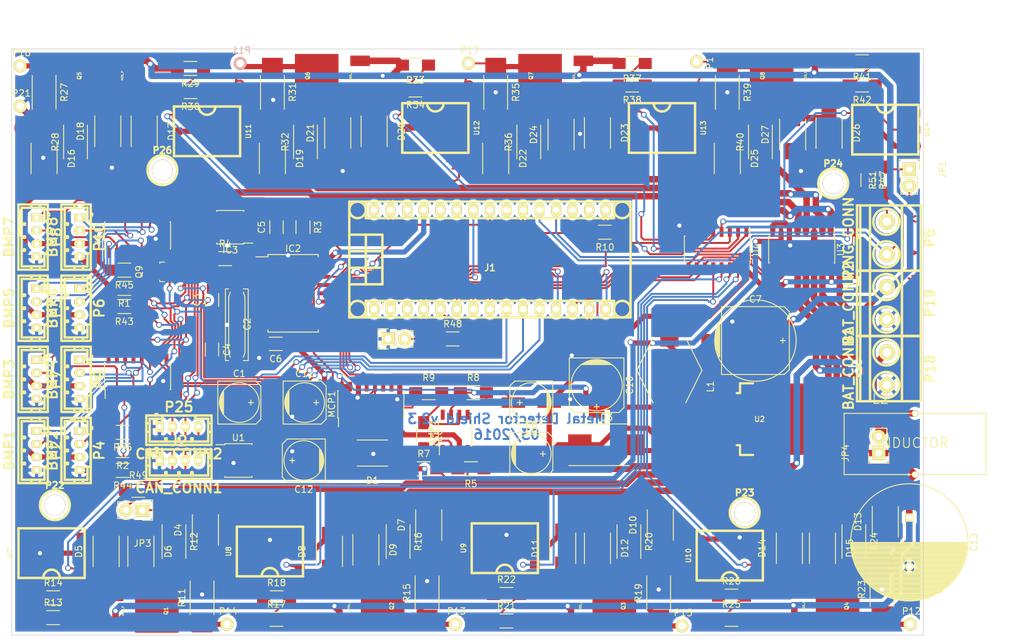
<source format=kicad_pcb>
(kicad_pcb (version 4) (host pcbnew "(2014-jul-16 BZR unknown)-product")
  (layers (0 F.Cu signal) (31 B.Cu signal) (34 B.Paste user) (35 F.Paste user) (36 B.SilkS user) (37 F.SilkS user) (38 B.Mask user) (39 F.Mask user) (44 Edge.Cuts user))
  (net 0 "")
  (net 1 "Net-(AMP1-Pad2)")
  (net 2 "Net-(AMP1-Pad4)")
  (net 3 "Net-(AMP1-Pad6)")
  (net 4 GND)
  (net 5 "Net-(AMP1-Pad7)")
  (net 6 +5V)
  (net 7 "Net-(C1-Pad2)")
  (net 8 "Net-(C2-Pad1)")
  (net 9 "Net-(C2-Pad2)")
  (net 10 "Net-(D1-Pad2)")
  (net 11 "Net-(D3-Pad2)")
  (net 12 COIL_OUT1)
  (net 13 SCL1)
  (net 14 SCL3)
  (net 15 SCL4)
  (net 16 SCL2)
  (net 17 SDA4)
  (net 18 SDA1)
  (net 19 SDA)
  (net 20 SDA2)
  (net 21 SDA3)
  (net 22 SCL)
  (net 23 "Net-(IC2-Pad1)")
  (net 24 "Net-(IC2-Pad2)")
  (net 25 CLK)
  (net 26 MOSI)
  (net 27 MISO)
  (net 28 CS_CAN)
  (net 29 "Net-(IC2-Pad17)")
  (net 30 CANL)
  (net 31 CANH)
  (net 32 "Net-(IC3-Pad8)")
  (net 33 COIL_SELECT1)
  (net 34 COIL_SELECT2)
  (net 35 COIL_SELECT3)
  (net 36 CS_ADC)
  (net 37 +BATT)
  (net 38 COIL_OUT)
  (net 39 -5V)
  (net 40 COIL_OUT5)
  (net 41 COIL_OUT7)
  (net 42 COIL_OUT8)
  (net 43 COIL_OUT6)
  (net 44 COIL_OUT4)
  (net 45 COIL_OUT2)
  (net 46 COIL_OUT3)
  (net 47 TRIG5)
  (net 48 TRIG7)
  (net 49 TRIG8)
  (net 50 TRIG6)
  (net 51 TRIG4)
  (net 52 TRIG1)
  (net 53 TRIG2)
  (net 54 TRIG3)
  (net 55 "Net-(C1-Pad1)")
  (net 56 "Net-(J1-Pad21)")
  (net 57 COIL_CONN1)
  (net 58 COIL_CONN2)
  (net 59 COIL_CONN3)
  (net 60 COIL_CONN4)
  (net 61 COIL_CONN5)
  (net 62 COIL_CONN6)
  (net 63 COIL_CONN7)
  (net 64 COIL_CONN8)
  (net 65 PRES_SELECT3)
  (net 66 PRES_SELECT2)
  (net 67 PRES_SELECT1)
  (net 68 SCL5)
  (net 69 SCL7)
  (net 70 SCL8)
  (net 71 SCL6)
  (net 72 "Net-(IC4-Pad6)")
  (net 73 SDA8)
  (net 74 SDA5)
  (net 75 SDA6)
  (net 76 SDA7)
  (net 77 COIL_TRIGGER)
  (net 78 "Net-(P5-Pad1)")
  (net 79 COMM_OUT)
  (net 80 COMM_IN)
  (net 81 "Net-(Q1-PadG)")
  (net 82 "Net-(Q2-PadG)")
  (net 83 "Net-(Q3-PadG)")
  (net 84 "Net-(Q4-PadG)")
  (net 85 "Net-(Q5-PadG)")
  (net 86 "Net-(Q6-PadG)")
  (net 87 "Net-(Q7-PadG)")
  (net 88 "Net-(Q8-PadG)")
  (net 89 "Net-(R14-Pad1)")
  (net 90 "Net-(R18-Pad1)")
  (net 91 "Net-(R22-Pad1)")
  (net 92 "Net-(R26-Pad1)")
  (net 93 "Net-(R30-Pad1)")
  (net 94 "Net-(R34-Pad1)")
  (net 95 "Net-(R38-Pad1)")
  (net 96 "Net-(R42-Pad1)")
  (net 97 "Net-(J1-Pad5)")
  (net 98 "Net-(JP2-Pad2)")
  (net 99 "Net-(JP3-Pad2)")
  (net 100 BATIN+)
  (net 101 CANS)
  (module Capacitors_SMD:c_elec_6.3x5.3 (layer F.Cu) (at 71.045 97.83424)
    (fp_text reference C1 (at 0 -4.445) (layer F.SilkS))
    (fp_text value 47uF)
    (pad 1 smd rect (at 2.75082 0) (size 3.59918 1.6002) (layers F.Cu F.Paste F.Mask) (net 55 "Net-(C1-Pad1)"))
    (pad 2 smd rect (at -2.75082 0) (size 3.59918 1.6002) (layers F.Cu F.Paste F.Mask) (net 7 "Net-(C1-Pad2)"))
  )
  (module Capacitors_SMD:c_elec_6.3x5.3 (layer F.Cu) (at 81.078 97.83424)
    (fp_text reference C11 (at 0 -4.445) (layer F.SilkS))
    (fp_text value 47uF)
    (pad 1 smd rect (at 2.75082 0) (size 3.59918 1.6002) (layers F.Cu F.Paste F.Mask) (net 6 +5V))
    (pad 2 smd rect (at -2.75082 0) (size 3.59918 1.6002) (layers F.Cu F.Paste F.Mask) (net 4 GND))
  )
  (module w_conn:arduino_nano_header (layer F.Cu) (at 109.526 75.86324)
    (fp_text reference J1 (at 0 1.27) (layer F.SilkS) (effects (font (size 1.016 1.016) (thickness 0.2032))))
    (fp_text value Arduino_Nano_Header hide)
    (pad 1 thru_hole oval (at -17.78 7.62) (size 1.524 2.19964) (drill 1.00076) (layers *.Cu *.Mask F.SilkS))
    (pad 2 thru_hole oval (at -15.24 7.62) (size 1.524 2.19964) (drill 1.00076) (layers *.Cu *.Mask F.SilkS))
    (pad 3 thru_hole oval (at -12.7 7.62) (size 1.524 2.19964) (drill 1.00076) (layers *.Cu *.Mask F.SilkS))
    (pad 4 thru_hole oval (at -10.16 7.62) (size 1.524 2.19964) (drill 1.00076) (layers *.Cu *.Mask F.SilkS) (net 4 GND))
    (pad 5 thru_hole oval (at -7.62 7.62) (size 1.524 2.19964) (drill 1.00076) (layers *.Cu *.Mask F.SilkS) (net 97 "Net-(J1-Pad5)"))
    (pad 6 thru_hole oval (at -5.08 7.62) (size 1.524 2.19964) (drill 1.00076) (layers *.Cu *.Mask F.SilkS) (net 35 COIL_SELECT3))
    (pad 7 thru_hole oval (at -2.54 7.62) (size 1.524 2.19964) (drill 1.00076) (layers *.Cu *.Mask F.SilkS) (net 34 COIL_SELECT2))
    (pad 8 thru_hole oval (at 0 7.62) (size 1.524 2.19964) (drill 1.00076) (layers *.Cu *.Mask F.SilkS) (net 33 COIL_SELECT1))
    (pad 9 thru_hole oval (at 2.54 7.62) (size 1.524 2.19964) (drill 1.00076) (layers *.Cu *.Mask F.SilkS) (net 65 PRES_SELECT3))
    (pad 10 thru_hole oval (at 5.08 7.62) (size 1.524 2.19964) (drill 1.00076) (layers *.Cu *.Mask F.SilkS) (net 66 PRES_SELECT2))
    (pad 11 thru_hole oval (at 7.62 7.62) (size 1.524 2.19964) (drill 1.00076) (layers *.Cu *.Mask F.SilkS) (net 67 PRES_SELECT1))
    (pad 12 thru_hole oval (at 10.16 7.62) (size 1.524 2.19964) (drill 1.00076) (layers *.Cu *.Mask F.SilkS) (net 28 CS_CAN))
    (pad 13 thru_hole oval (at 12.7 7.62) (size 1.524 2.19964) (drill 1.00076) (layers *.Cu *.Mask F.SilkS) (net 36 CS_ADC))
    (pad 14 thru_hole oval (at 15.24 7.62) (size 1.524 2.19964) (drill 1.00076) (layers *.Cu *.Mask F.SilkS) (net 26 MOSI))
    (pad 15 thru_hole oval (at 17.78 7.62) (size 1.524 2.19964) (drill 1.00076) (layers *.Cu *.Mask F.SilkS) (net 27 MISO))
    (pad 16 thru_hole oval (at 17.78 -7.62) (size 1.524 2.19964) (drill 1.00076) (layers *.Cu *.Mask F.SilkS) (net 25 CLK))
    (pad 17 thru_hole oval (at 15.24 -7.62) (size 1.524 2.19964) (drill 1.00076) (layers *.Cu *.Mask F.SilkS))
    (pad 18 thru_hole oval (at 12.7 -7.62) (size 1.524 2.19964) (drill 1.00076) (layers *.Cu *.Mask F.SilkS))
    (pad 19 thru_hole oval (at 10.16 -7.62) (size 1.524 2.19964) (drill 1.00076) (layers *.Cu *.Mask F.SilkS) (net 79 COMM_OUT))
    (pad 20 thru_hole oval (at 7.62 -7.62) (size 1.524 2.1971) (drill 1.00076) (layers *.Cu *.Mask F.SilkS) (net 80 COMM_IN))
    (pad 21 thru_hole oval (at 5.08 -7.62) (size 1.524 2.1971) (drill 1.00076) (layers *.Cu *.Mask F.SilkS) (net 56 "Net-(J1-Pad21)"))
    (pad 22 thru_hole oval (at 2.54 -7.62) (size 1.524 2.1971) (drill 1.00076) (layers *.Cu *.Mask F.SilkS))
    (pad 23 thru_hole oval (at 0 -7.62) (size 1.524 2.1971) (drill 1.00076) (layers *.Cu *.Mask F.SilkS) (net 19 SDA))
    (pad 24 thru_hole oval (at -2.54 -7.62) (size 1.524 2.1971) (drill 0.99822) (layers *.Cu *.Mask F.SilkS) (net 22 SCL))
    (pad 25 thru_hole oval (at -5.08 -7.62) (size 1.524 2.1971) (drill 0.99822) (layers *.Cu *.Mask F.SilkS))
    (pad 26 thru_hole oval (at -7.62 -7.62) (size 1.524 2.1971) (drill 0.99822) (layers *.Cu *.Mask F.SilkS))
    (pad 27 thru_hole oval (at -10.16 -7.62) (size 1.524 2.1971) (drill 0.99822) (layers *.Cu *.Mask F.SilkS) (net 6 +5V))
    (pad 28 thru_hole oval (at -12.7 -7.62) (size 1.524 2.1971) (drill 0.99822) (layers *.Cu *.Mask F.SilkS))
    (pad 29 thru_hole oval (at -15.24 -7.62) (size 1.524 2.1971) (drill 0.99822) (layers *.Cu *.Mask F.SilkS) (net 4 GND))
    (pad 30 thru_hole oval (at -17.78 -7.62) (size 1.524 2.1971) (drill 0.99822) (layers *.Cu *.Mask F.SilkS))
  )
  (module Housings_SOIC:SOIC-8_3.9x4.9mm_Pitch1.27mm (layer F.Cu) (at 104.192 102.40624 90)
    (fp_text reference AMP1 (at 0 -3.5 90) (layer F.SilkS))
    (fp_text value LF356N)
    (pad 1 smd rect (at -2.7 -1.905 90) (size 1.55 0.6) (layers F.Cu F.Paste F.Mask))
    (pad 2 smd rect (at -2.7 -0.635 90) (size 1.55 0.6) (layers F.Cu F.Paste F.Mask) (net 1 "Net-(AMP1-Pad2)"))
    (pad 3 smd rect (at -2.7 0.635 90) (size 1.55 0.6) (layers F.Cu F.Paste F.Mask) (net 4 GND))
    (pad 4 smd rect (at -2.7 1.905 90) (size 1.55 0.6) (layers F.Cu F.Paste F.Mask) (net 2 "Net-(AMP1-Pad4)"))
    (pad 5 smd rect (at 2.7 1.905 90) (size 1.55 0.6) (layers F.Cu F.Paste F.Mask))
    (pad 6 smd rect (at 2.7 0.635 90) (size 1.55 0.6) (layers F.Cu F.Paste F.Mask) (net 3 "Net-(AMP1-Pad6)"))
    (pad 7 smd rect (at 2.7 -0.635 90) (size 1.55 0.6) (layers F.Cu F.Paste F.Mask) (net 5 "Net-(AMP1-Pad7)"))
    (pad 8 smd rect (at 2.7 -1.905 90) (size 1.55 0.6) (layers F.Cu F.Paste F.Mask))
  )
  (module Own_Components:HC49SM-Crystal16MHz (layer F.Cu) (at 70.664 85.881 270)
    (fp_text reference C2 (at -0.1 -1.6 270) (layer F.SilkS))
    (fp_text value 16MHz)
    (pad 1 smd rect (at -4.75 0 270) (size 5.5 1.99898) (layers F.Cu F.Paste F.Mask) (net 8 "Net-(C2-Pad1)"))
    (pad 2 smd rect (at 4.75 0 270) (size 5.5 1.99898) (layers F.Cu F.Paste F.Mask) (net 9 "Net-(C2-Pad2)"))
  )
  (module Capacitors_SMD:C_1206_HandSoldering (layer F.Cu) (at 66.854 82.071 90)
    (fp_text reference C3 (at 0 -2.3 90) (layer F.SilkS))
    (fp_text value 27pF)
    (pad 1 smd rect (at -2 0 90) (size 2 1.6) (layers F.Cu F.Paste F.Mask) (net 4 GND))
    (pad 2 smd rect (at 2 0 90) (size 2 1.6) (layers F.Cu F.Paste F.Mask) (net 8 "Net-(C2-Pad1)"))
  )
  (module Capacitors_SMD:C_1206_HandSoldering (layer F.Cu) (at 66.854 89.691 270)
    (fp_text reference C4 (at 0 -2.3 270) (layer F.SilkS))
    (fp_text value 27pF)
    (pad 1 smd rect (at -2 0 270) (size 2 1.6) (layers F.Cu F.Paste F.Mask) (net 4 GND))
    (pad 2 smd rect (at 2 0 270) (size 2 1.6) (layers F.Cu F.Paste F.Mask) (net 9 "Net-(C2-Pad2)"))
  )
  (module Capacitors_SMD:C_1206_HandSoldering (layer F.Cu) (at 76.76 70.91024 90)
    (fp_text reference C5 (at 0 -2.3 90) (layer F.SilkS))
    (fp_text value 100nF)
    (pad 1 smd rect (at -2 0 90) (size 2 1.6) (layers F.Cu F.Paste F.Mask) (net 4 GND))
    (pad 2 smd rect (at 2 0 90) (size 2 1.6) (layers F.Cu F.Paste F.Mask) (net 6 +5V))
  )
  (module Capacitors_SMD:C_1206_HandSoldering (layer F.Cu) (at 76.633 88.81724 180)
    (fp_text reference C6 (at 0 -2.3 180) (layer F.SilkS))
    (fp_text value 100nF)
    (pad 1 smd rect (at -2 0 180) (size 2 1.6) (layers F.Cu F.Paste F.Mask) (net 6 +5V))
    (pad 2 smd rect (at 2 0 180) (size 2 1.6) (layers F.Cu F.Paste F.Mask) (net 4 GND))
  )
  (module Own_Components:CAP_D12_5_H13_5_SMD (layer F.Cu) (at 150.293 88.30924)
    (fp_text reference C7 (at 0 -6.35) (layer F.SilkS))
    (fp_text value "680uF / 50V")
    (pad 1 smd rect (at 5.05 0) (size 6.5 2) (layers F.Cu F.Paste F.Mask) (net 37 +BATT))
    (pad 2 smd rect (at -5.05 0) (size 6.5 2) (layers F.Cu F.Paste F.Mask) (net 4 GND))
  )
  (module Capacitors_SMD:c_elec_6.3x5.3 (layer F.Cu) (at 115.876 105.70824)
    (fp_text reference C8 (at 0 -4.445) (layer F.SilkS))
    (fp_text value "100uF ELKO")
    (pad 1 smd rect (at 2.75082 0) (size 3.59918 1.6002) (layers F.Cu F.Paste F.Mask) (net 4 GND))
    (pad 2 smd rect (at -2.75082 0) (size 3.59918 1.6002) (layers F.Cu F.Paste F.Mask) (net 2 "Net-(AMP1-Pad4)"))
  )
  (module Capacitors_SMD:c_elec_6.3x5.3 (layer F.Cu) (at 115.876 97.83424 180)
    (fp_text reference C9 (at 0 -4.445 180) (layer F.SilkS))
    (fp_text value "100uF ELKO")
    (pad 1 smd rect (at 2.75082 0 180) (size 3.59918 1.6002) (layers F.Cu F.Paste F.Mask) (net 5 "Net-(AMP1-Pad7)"))
    (pad 2 smd rect (at -2.75082 0 180) (size 3.59918 1.6002) (layers F.Cu F.Paste F.Mask) (net 4 GND))
  )
  (module Capacitors_SMD:c_elec_8x10.5 (layer F.Cu) (at 125.909 95.16724 270)
    (fp_text reference C10 (at 0 -5.08 270) (layer F.SilkS))
    (fp_text value "220uF / 25V")
    (pad 1 smd rect (at 3.2512 0 270) (size 3.50012 2.4003) (layers F.Cu F.Paste F.Mask) (net 6 +5V))
    (pad 2 smd rect (at -3.2512 0 270) (size 3.50012 2.4003) (layers F.Cu F.Paste F.Mask) (net 4 GND))
  )
  (module Own_Components:DO-214AC_Handsoldering (layer F.Cu) (at 91.492 105.58124 180)
    (fp_text reference D1 (at 0 -4.2 180) (layer F.SilkS))
    (fp_text value "SCHOTTKY 1A 20V")
    (pad 2 smd rect (at 2.535 0 180) (size 2.5 2.3) (layers F.Cu F.Paste F.Mask) (net 10 "Net-(D1-Pad2)"))
    (pad 1 smd rect (at -2.535 0 180) (size 2.5 2.3) (layers F.Cu F.Paste F.Mask) (net 4 GND))
  )
  (module Diodes_SMD:DO-214AB_Handsoldering (layer F.Cu) (at 127.433 104.31124)
    (fp_text reference D3 (at 0 -4.2) (layer F.SilkS))
    (fp_text value 1n5824)
    (pad 2 smd rect (at 4.1 0) (size 3.6 3.2) (layers F.Cu F.Paste F.Mask) (net 11 "Net-(D3-Pad2)"))
    (pad 1 smd rect (at -4.1 0) (size 3.6 3.2) (layers F.Cu F.Paste F.Mask) (net 4 GND))
  )
  (module Own_Components:DO-214AC_Handsoldering (layer F.Cu) (at 65.838 117.39224 90)
    (fp_text reference D4 (at 0 -4.2 90) (layer F.SilkS))
    (fp_text value "TVS-DIODE 400V")
    (pad 2 smd rect (at 2.535 0 90) (size 2.5 2.3) (layers F.Cu F.Paste F.Mask) (net 4 GND))
    (pad 1 smd rect (at -2.535 0 90) (size 2.5 2.3) (layers F.Cu F.Paste F.Mask) (net 57 COIL_CONN1))
  )
  (module Own_Components:DO-214AC_Handsoldering (layer F.Cu) (at 55.932 120.69424 270)
    (fp_text reference D6 (at 0 -4.2 270) (layer F.SilkS))
    (fp_text value "SCHOTTKY 1A 20V")
    (pad 2 smd rect (at 2.535 0 270) (size 2.5 2.3) (layers F.Cu F.Paste F.Mask) (net 12 COIL_OUT1))
    (pad 1 smd rect (at -2.535 0 270) (size 2.5 2.3) (layers F.Cu F.Paste F.Mask) (net 4 GND))
  )
  (module Own_Components:DO-214AC_Handsoldering (layer F.Cu) (at 100.128 116.63024 90)
    (fp_text reference D7 (at 0 -4.2 90) (layer F.SilkS))
    (fp_text value "TVS-DIODE 400V")
    (pad 2 smd rect (at 2.535 0 90) (size 2.5 2.3) (layers F.Cu F.Paste F.Mask) (net 4 GND))
    (pad 1 smd rect (at -2.535 0 90) (size 2.5 2.3) (layers F.Cu F.Paste F.Mask) (net 58 COIL_CONN2))
  )
  (module Own_Components:DO-214AC_Handsoldering (layer F.Cu) (at 90.476 120.44024 270)
    (fp_text reference D9 (at 0 -4.2 270) (layer F.SilkS))
    (fp_text value "SCHOTTKY 1A 20V")
    (pad 2 smd rect (at 2.535 0 270) (size 2.5 2.3) (layers F.Cu F.Paste F.Mask) (net 45 COIL_OUT2))
    (pad 1 smd rect (at -2.535 0 270) (size 2.5 2.3) (layers F.Cu F.Paste F.Mask) (net 4 GND))
  )
  (module Own_Components:DO-214AC_Handsoldering (layer F.Cu) (at 135.688 116.63024 90)
    (fp_text reference D10 (at 0 -4.2 90) (layer F.SilkS))
    (fp_text value "TVS-DIODE 400V")
    (pad 2 smd rect (at 2.535 0 90) (size 2.5 2.3) (layers F.Cu F.Paste F.Mask) (net 4 GND))
    (pad 1 smd rect (at -2.535 0 90) (size 2.5 2.3) (layers F.Cu F.Paste F.Mask) (net 59 COIL_CONN3))
  )
  (module Own_Components:DO-214AC_Handsoldering (layer F.Cu) (at 126.036 120.18624 270)
    (fp_text reference D12 (at 0 -4.2 270) (layer F.SilkS))
    (fp_text value "SCHOTTKY 1A 20V")
    (pad 2 smd rect (at 2.535 0 270) (size 2.5 2.3) (layers F.Cu F.Paste F.Mask) (net 46 COIL_OUT3))
    (pad 1 smd rect (at -2.535 0 270) (size 2.5 2.3) (layers F.Cu F.Paste F.Mask) (net 4 GND))
  )
  (module Own_Components:DO-214AC_Handsoldering (layer F.Cu) (at 170.232 116.12224 90)
    (fp_text reference D13 (at 0 -4.2 90) (layer F.SilkS))
    (fp_text value "TVS-DIODE 400V")
    (pad 2 smd rect (at 2.535 0 90) (size 2.5 2.3) (layers F.Cu F.Paste F.Mask) (net 4 GND))
    (pad 1 smd rect (at -2.535 0 90) (size 2.5 2.3) (layers F.Cu F.Paste F.Mask) (net 60 COIL_CONN4))
  )
  (module Own_Components:DO-214AC_Handsoldering (layer F.Cu) (at 160.58 120.18624 270)
    (fp_text reference D15 (at 0 -4.2 270) (layer F.SilkS))
    (fp_text value "SCHOTTKY 1A 20V")
    (pad 2 smd rect (at 2.535 0 270) (size 2.5 2.3) (layers F.Cu F.Paste F.Mask) (net 44 COIL_OUT4))
    (pad 1 smd rect (at -2.535 0 270) (size 2.5 2.3) (layers F.Cu F.Paste F.Mask) (net 4 GND))
  )
  (module Own_Components:DO-214AC_Handsoldering (layer F.Cu) (at 41.073 60.354 270)
    (fp_text reference D16 (at 0 -4.2 270) (layer F.SilkS))
    (fp_text value "TVS-DIODE 400V")
    (pad 2 smd rect (at 2.535 0 270) (size 2.5 2.3) (layers F.Cu F.Paste F.Mask) (net 4 GND))
    (pad 1 smd rect (at -2.535 0 270) (size 2.5 2.3) (layers F.Cu F.Paste F.Mask) (net 61 COIL_CONN5))
  )
  (module Own_Components:DO-214AC_Handsoldering (layer F.Cu) (at 50.852 56.17824 90)
    (fp_text reference D18 (at 0 -4.2 90) (layer F.SilkS))
    (fp_text value "SCHOTTKY 1A 20V")
    (pad 2 smd rect (at 2.535 0 90) (size 2.5 2.3) (layers F.Cu F.Paste F.Mask) (net 40 COIL_OUT5))
    (pad 1 smd rect (at -2.535 0 90) (size 2.5 2.3) (layers F.Cu F.Paste F.Mask) (net 4 GND))
  )
  (module Own_Components:DO-214AC_Handsoldering (layer F.Cu) (at 76.125 60.354 270)
    (fp_text reference D19 (at 0 -4.2 270) (layer F.SilkS))
    (fp_text value "TVS-DIODE 400V")
    (pad 2 smd rect (at 2.535 0 270) (size 2.5 2.3) (layers F.Cu F.Paste F.Mask) (net 4 GND))
    (pad 1 smd rect (at -2.535 0 270) (size 2.5 2.3) (layers F.Cu F.Paste F.Mask) (net 62 COIL_CONN6))
  )
  (module Own_Components:DO-214AC_Handsoldering (layer F.Cu) (at 86.158 56.43224 90)
    (fp_text reference D21 (at 0 -4.2 90) (layer F.SilkS))
    (fp_text value "SCHOTTKY 1A 20V")
    (pad 2 smd rect (at 2.535 0 90) (size 2.5 2.3) (layers F.Cu F.Paste F.Mask) (net 43 COIL_OUT6))
    (pad 1 smd rect (at -2.535 0 90) (size 2.5 2.3) (layers F.Cu F.Paste F.Mask) (net 4 GND))
  )
  (module Own_Components:DO-214AC_Handsoldering (layer F.Cu) (at 110.415 60.354 270)
    (fp_text reference D22 (at 0 -4.2 270) (layer F.SilkS))
    (fp_text value "TVS-DIODE 400V")
    (pad 2 smd rect (at 2.535 0 270) (size 2.5 2.3) (layers F.Cu F.Paste F.Mask) (net 4 GND))
    (pad 1 smd rect (at -2.535 0 270) (size 2.5 2.3) (layers F.Cu F.Paste F.Mask) (net 63 COIL_CONN7))
  )
  (module Own_Components:DO-214AC_Handsoldering (layer F.Cu) (at 120.448 56.68624 90)
    (fp_text reference D24 (at 0 -4.2 90) (layer F.SilkS))
    (fp_text value "SCHOTTKY 1A 20V")
    (pad 2 smd rect (at 2.535 0 90) (size 2.5 2.3) (layers F.Cu F.Paste F.Mask) (net 41 COIL_OUT7))
    (pad 1 smd rect (at -2.535 0 90) (size 2.5 2.3) (layers F.Cu F.Paste F.Mask) (net 4 GND))
  )
  (module Own_Components:DO-214AC_Handsoldering (layer F.Cu) (at 145.975 60.354 270)
    (fp_text reference D25 (at 0 -4.2 270) (layer F.SilkS))
    (fp_text value "TVS-DIODE 400V")
    (pad 2 smd rect (at 2.535 0 270) (size 2.5 2.3) (layers F.Cu F.Paste F.Mask) (net 4 GND))
    (pad 1 smd rect (at -2.535 0 270) (size 2.5 2.3) (layers F.Cu F.Paste F.Mask) (net 64 COIL_CONN8))
  )
  (module Own_Components:DO-214AC_Handsoldering (layer F.Cu) (at 156.008 56.68624 90)
    (fp_text reference D27 (at 0 -4.2 90) (layer F.SilkS))
    (fp_text value "SCHOTTKY 1A 20V")
    (pad 2 smd rect (at 2.535 0 90) (size 2.5 2.3) (layers F.Cu F.Paste F.Mask) (net 42 COIL_OUT8))
    (pad 1 smd rect (at -2.535 0 90) (size 2.5 2.3) (layers F.Cu F.Paste F.Mask) (net 4 GND))
  )
  (module Housings_SOIC:SOIC-16_3.9x9.9mm_Pitch1.27mm (layer F.Cu) (at 55.424 93.755 90)
    (fp_text reference IC1 (at 0 -6 90) (layer F.SilkS))
    (fp_text value 74HC4052)
    (pad 1 smd rect (at -2.7 -4.445 90) (size 1.5 0.6) (layers F.Cu F.Paste F.Mask) (net 13 SCL1))
    (pad 2 smd rect (at -2.7 -3.175 90) (size 1.5 0.6) (layers F.Cu F.Paste F.Mask) (net 14 SCL3))
    (pad 3 smd rect (at -2.7 -1.905 90) (size 1.5 0.6) (layers F.Cu F.Paste F.Mask) (net 22 SCL))
    (pad 4 smd rect (at -2.7 -0.635 90) (size 1.5 0.6) (layers F.Cu F.Paste F.Mask) (net 15 SCL4))
    (pad 5 smd rect (at -2.7 0.635 90) (size 1.5 0.6) (layers F.Cu F.Paste F.Mask) (net 16 SCL2))
    (pad 6 smd rect (at -2.7 1.905 90) (size 1.5 0.6) (layers F.Cu F.Paste F.Mask) (net 65 PRES_SELECT3))
    (pad 7 smd rect (at -2.7 3.175 90) (size 1.5 0.6) (layers F.Cu F.Paste F.Mask) (net 4 GND))
    (pad 8 smd rect (at -2.7 4.445 90) (size 1.5 0.6) (layers F.Cu F.Paste F.Mask) (net 4 GND))
    (pad 9 smd rect (at 2.7 4.445 90) (size 1.5 0.6) (layers F.Cu F.Paste F.Mask) (net 66 PRES_SELECT2))
    (pad 10 smd rect (at 2.7 3.175 90) (size 1.5 0.6) (layers F.Cu F.Paste F.Mask) (net 67 PRES_SELECT1))
    (pad 11 smd rect (at 2.7 1.905 90) (size 1.5 0.6) (layers F.Cu F.Paste F.Mask) (net 17 SDA4))
    (pad 12 smd rect (at 2.7 0.635 90) (size 1.5 0.6) (layers F.Cu F.Paste F.Mask) (net 18 SDA1))
    (pad 13 smd rect (at 2.7 -0.635 90) (size 1.5 0.6) (layers F.Cu F.Paste F.Mask) (net 19 SDA))
    (pad 14 smd rect (at 2.7 -1.905 90) (size 1.5 0.6) (layers F.Cu F.Paste F.Mask) (net 20 SDA2))
    (pad 15 smd rect (at 2.7 -3.175 90) (size 1.5 0.6) (layers F.Cu F.Paste F.Mask) (net 21 SDA3))
    (pad 16 smd rect (at 2.7 -4.445 90) (size 1.5 0.6) (layers F.Cu F.Paste F.Mask) (net 6 +5V))
  )
  (module Housings_SOIC:SOIC-18_7.5x11.6mm_Pitch1.27mm (layer F.Cu) (at 79.3 81.055)
    (fp_text reference IC2 (at 0 -6.875) (layer F.SilkS))
    (fp_text value MCP2515)
    (pad 1 smd rect (at -4.7 -5.08) (size 2 0.6) (layers F.Cu F.Paste F.Mask) (net 23 "Net-(IC2-Pad1)"))
    (pad 2 smd rect (at -4.7 -3.81) (size 2 0.6) (layers F.Cu F.Paste F.Mask) (net 24 "Net-(IC2-Pad2)"))
    (pad 3 smd rect (at -4.7 -2.54) (size 2 0.6) (layers F.Cu F.Paste F.Mask))
    (pad 4 smd rect (at -4.7 -1.27) (size 2 0.6) (layers F.Cu F.Paste F.Mask))
    (pad 5 smd rect (at -4.7 0) (size 2 0.6) (layers F.Cu F.Paste F.Mask))
    (pad 6 smd rect (at -4.7 1.27) (size 2 0.6) (layers F.Cu F.Paste F.Mask))
    (pad 7 smd rect (at -4.7 2.54) (size 2 0.6) (layers F.Cu F.Paste F.Mask) (net 8 "Net-(C2-Pad1)"))
    (pad 8 smd rect (at -4.7 3.81) (size 2 0.6) (layers F.Cu F.Paste F.Mask) (net 9 "Net-(C2-Pad2)"))
    (pad 9 smd rect (at -4.7 5.08) (size 2 0.6) (layers F.Cu F.Paste F.Mask) (net 4 GND))
    (pad 10 smd rect (at 4.7 5.08) (size 2 0.6) (layers F.Cu F.Paste F.Mask))
    (pad 11 smd rect (at 4.7 3.81) (size 2 0.6) (layers F.Cu F.Paste F.Mask))
    (pad 12 smd rect (at 4.7 2.54) (size 2 0.6) (layers F.Cu F.Paste F.Mask))
    (pad 13 smd rect (at 4.7 1.27) (size 2 0.6) (layers F.Cu F.Paste F.Mask) (net 25 CLK))
    (pad 14 smd rect (at 4.7 0) (size 2 0.6) (layers F.Cu F.Paste F.Mask) (net 26 MOSI))
    (pad 15 smd rect (at 4.7 -1.27) (size 2 0.6) (layers F.Cu F.Paste F.Mask) (net 27 MISO))
    (pad 16 smd rect (at 4.7 -2.54) (size 2 0.6) (layers F.Cu F.Paste F.Mask) (net 28 CS_CAN))
    (pad 17 smd rect (at 4.7 -3.81) (size 2 0.6) (layers F.Cu F.Paste F.Mask) (net 29 "Net-(IC2-Pad17)"))
    (pad 18 smd rect (at 4.7 -5.08) (size 2 0.6) (layers F.Cu F.Paste F.Mask) (net 6 +5V))
  )
  (module Housings_SOIC:SOIC-8_3.9x4.9mm_Pitch1.27mm (layer F.Cu) (at 69.648 70.91024 180)
    (fp_text reference IC3 (at 0 -3.5 180) (layer F.SilkS))
    (fp_text value MCP2551)
    (pad 1 smd rect (at -2.7 -1.905 180) (size 1.55 0.6) (layers F.Cu F.Paste F.Mask) (net 23 "Net-(IC2-Pad1)"))
    (pad 2 smd rect (at -2.7 -0.635 180) (size 1.55 0.6) (layers F.Cu F.Paste F.Mask) (net 4 GND))
    (pad 3 smd rect (at -2.7 0.635 180) (size 1.55 0.6) (layers F.Cu F.Paste F.Mask) (net 6 +5V))
    (pad 4 smd rect (at -2.7 1.905 180) (size 1.55 0.6) (layers F.Cu F.Paste F.Mask) (net 24 "Net-(IC2-Pad2)"))
    (pad 5 smd rect (at 2.7 1.905 180) (size 1.55 0.6) (layers F.Cu F.Paste F.Mask))
    (pad 6 smd rect (at 2.7 0.635 180) (size 1.55 0.6) (layers F.Cu F.Paste F.Mask) (net 30 CANL))
    (pad 7 smd rect (at 2.7 -0.635 180) (size 1.55 0.6) (layers F.Cu F.Paste F.Mask) (net 31 CANH))
    (pad 8 smd rect (at 2.7 -1.905 180) (size 1.55 0.6) (layers F.Cu F.Paste F.Mask) (net 32 "Net-(IC3-Pad8)"))
  )
  (module Housings_SOIC:SOIC-16_3.9x9.9mm_Pitch1.27mm (layer F.Cu) (at 55.424 72.165 90)
    (fp_text reference IC4 (at 0 -6 90) (layer F.SilkS))
    (fp_text value 74HC4052)
    (pad 1 smd rect (at -2.7 -4.445 90) (size 1.5 0.6) (layers F.Cu F.Paste F.Mask) (net 68 SCL5))
    (pad 2 smd rect (at -2.7 -3.175 90) (size 1.5 0.6) (layers F.Cu F.Paste F.Mask) (net 69 SCL7))
    (pad 3 smd rect (at -2.7 -1.905 90) (size 1.5 0.6) (layers F.Cu F.Paste F.Mask) (net 22 SCL))
    (pad 4 smd rect (at -2.7 -0.635 90) (size 1.5 0.6) (layers F.Cu F.Paste F.Mask) (net 70 SCL8))
    (pad 5 smd rect (at -2.7 0.635 90) (size 1.5 0.6) (layers F.Cu F.Paste F.Mask) (net 71 SCL6))
    (pad 6 smd rect (at -2.7 1.905 90) (size 1.5 0.6) (layers F.Cu F.Paste F.Mask) (net 72 "Net-(IC4-Pad6)"))
    (pad 7 smd rect (at -2.7 3.175 90) (size 1.5 0.6) (layers F.Cu F.Paste F.Mask) (net 4 GND))
    (pad 8 smd rect (at -2.7 4.445 90) (size 1.5 0.6) (layers F.Cu F.Paste F.Mask) (net 4 GND))
    (pad 9 smd rect (at 2.7 4.445 90) (size 1.5 0.6) (layers F.Cu F.Paste F.Mask) (net 66 PRES_SELECT2))
    (pad 10 smd rect (at 2.7 3.175 90) (size 1.5 0.6) (layers F.Cu F.Paste F.Mask) (net 67 PRES_SELECT1))
    (pad 11 smd rect (at 2.7 1.905 90) (size 1.5 0.6) (layers F.Cu F.Paste F.Mask) (net 73 SDA8))
    (pad 12 smd rect (at 2.7 0.635 90) (size 1.5 0.6) (layers F.Cu F.Paste F.Mask) (net 74 SDA5))
    (pad 13 smd rect (at 2.7 -0.635 90) (size 1.5 0.6) (layers F.Cu F.Paste F.Mask) (net 19 SDA))
    (pad 14 smd rect (at 2.7 -1.905 90) (size 1.5 0.6) (layers F.Cu F.Paste F.Mask) (net 75 SDA6))
    (pad 15 smd rect (at 2.7 -3.175 90) (size 1.5 0.6) (layers F.Cu F.Paste F.Mask) (net 76 SDA7))
    (pad 16 smd rect (at 2.7 -4.445 90) (size 1.5 0.6) (layers F.Cu F.Paste F.Mask) (net 6 +5V))
  )
  (module Own_Components:Ind_68uH (layer F.Cu) (at 137.085 92.88124 270)
    (fp_text reference L1 (at 2.5 -6.3 270) (layer F.SilkS))
    (fp_text value 68uH)
    (pad 1 smd rect (at -5.65 0 270) (size 4 2.8) (layers F.Cu F.Paste F.Mask) (net 11 "Net-(D3-Pad2)"))
    (pad 2 smd rect (at 5.65 0 270) (size 4 2.8) (layers F.Cu F.Paste F.Mask) (net 6 +5V))
  )
  (module Housings_SOIC:SOIC-16_3.9x9.9mm_Pitch1.27mm (layer F.Cu) (at 91.238 98.08824 90)
    (fp_text reference MCP1 (at 0 -6 90) (layer F.SilkS))
    (fp_text value MCP3008)
    (pad 1 smd rect (at -2.7 -4.445 90) (size 1.5 0.6) (layers F.Cu F.Paste F.Mask) (net 10 "Net-(D1-Pad2)"))
    (pad 2 smd rect (at -2.7 -3.175 90) (size 1.5 0.6) (layers F.Cu F.Paste F.Mask) (net 4 GND))
    (pad 3 smd rect (at -2.7 -1.905 90) (size 1.5 0.6) (layers F.Cu F.Paste F.Mask) (net 4 GND))
    (pad 4 smd rect (at -2.7 -0.635 90) (size 1.5 0.6) (layers F.Cu F.Paste F.Mask) (net 4 GND))
    (pad 5 smd rect (at -2.7 0.635 90) (size 1.5 0.6) (layers F.Cu F.Paste F.Mask) (net 4 GND))
    (pad 6 smd rect (at -2.7 1.905 90) (size 1.5 0.6) (layers F.Cu F.Paste F.Mask) (net 4 GND))
    (pad 7 smd rect (at -2.7 3.175 90) (size 1.5 0.6) (layers F.Cu F.Paste F.Mask) (net 4 GND))
    (pad 8 smd rect (at -2.7 4.445 90) (size 1.5 0.6) (layers F.Cu F.Paste F.Mask) (net 4 GND))
    (pad 9 smd rect (at 2.7 4.445 90) (size 1.5 0.6) (layers F.Cu F.Paste F.Mask) (net 4 GND))
    (pad 10 smd rect (at 2.7 3.175 90) (size 1.5 0.6) (layers F.Cu F.Paste F.Mask) (net 36 CS_ADC))
    (pad 11 smd rect (at 2.7 1.905 90) (size 1.5 0.6) (layers F.Cu F.Paste F.Mask) (net 26 MOSI))
    (pad 12 smd rect (at 2.7 0.635 90) (size 1.5 0.6) (layers F.Cu F.Paste F.Mask) (net 27 MISO))
    (pad 13 smd rect (at 2.7 -0.635 90) (size 1.5 0.6) (layers F.Cu F.Paste F.Mask) (net 25 CLK))
    (pad 14 smd rect (at 2.7 -1.905 90) (size 1.5 0.6) (layers F.Cu F.Paste F.Mask) (net 4 GND))
    (pad 15 smd rect (at 2.7 -3.175 90) (size 1.5 0.6) (layers F.Cu F.Paste F.Mask) (net 6 +5V))
    (pad 16 smd rect (at 2.7 -4.445 90) (size 1.5 0.6) (layers F.Cu F.Paste F.Mask) (net 6 +5V))
  )
  (module Own_Components:TO-252-3 (layer F.Cu) (at 55.044 129.811 270)
    (fp_text reference Q1 (at 0 -4.7498 270) (layer F.SilkS) (effects (font (size 0.59944 0.59944) (thickness 0.12446))))
    (fp_text value MOS_P (at 0 1.84912 270) (layer F.SilkS) (effects (font (size 0.29972 0.29972) (thickness 0.07112))))
    (pad G smd rect (at -2.3 3.3 270) (size 1.6 3) (layers F.Cu F.Paste F.Mask) (net 81 "Net-(Q1-PadG)"))
    (pad S smd rect (at 2.3 3.3 270) (size 1.6 3) (layers F.Cu F.Paste F.Mask) (net 37 +BATT))
    (pad D smd rect (at 0 -3.35 270) (size 6.7 6.7) (layers F.Cu F.Paste F.Mask) (net 57 COIL_CONN1))
  )
  (module Own_Components:TO-252-3 (layer F.Cu) (at 89.714 129.061 270)
    (fp_text reference Q2 (at 0 -4.7498 270) (layer F.SilkS) (effects (font (size 0.59944 0.59944) (thickness 0.12446))))
    (fp_text value MOS_P (at 0 1.84912 270) (layer F.SilkS) (effects (font (size 0.29972 0.29972) (thickness 0.07112))))
    (pad G smd rect (at -2.3 3.3 270) (size 1.6 3) (layers F.Cu F.Paste F.Mask) (net 82 "Net-(Q2-PadG)"))
    (pad S smd rect (at 2.3 3.3 270) (size 1.6 3) (layers F.Cu F.Paste F.Mask) (net 37 +BATT))
    (pad D smd rect (at 0 -3.35 270) (size 6.7 6.7) (layers F.Cu F.Paste F.Mask) (net 58 COIL_CONN2))
  )
  (module Own_Components:TO-252-3 (layer F.Cu) (at 125.274 129.061 270)
    (fp_text reference Q3 (at 0 -4.7498 270) (layer F.SilkS) (effects (font (size 0.59944 0.59944) (thickness 0.12446))))
    (fp_text value MOS_P (at 0 1.84912 270) (layer F.SilkS) (effects (font (size 0.29972 0.29972) (thickness 0.07112))))
    (pad G smd rect (at -2.3 3.3 270) (size 1.6 3) (layers F.Cu F.Paste F.Mask) (net 83 "Net-(Q3-PadG)"))
    (pad S smd rect (at 2.3 3.3 270) (size 1.6 3) (layers F.Cu F.Paste F.Mask) (net 37 +BATT))
    (pad D smd rect (at 0 -3.35 270) (size 6.7 6.7) (layers F.Cu F.Paste F.Mask) (net 59 COIL_CONN3))
  )
  (module Own_Components:TO-252-3 (layer F.Cu) (at 159.564 129.061 270)
    (fp_text reference Q4 (at 0 -4.7498 270) (layer F.SilkS) (effects (font (size 0.59944 0.59944) (thickness 0.12446))))
    (fp_text value MOS_P (at 0 1.84912 270) (layer F.SilkS) (effects (font (size 0.29972 0.29972) (thickness 0.07112))))
    (pad G smd rect (at -2.3 3.3 270) (size 1.6 3) (layers F.Cu F.Paste F.Mask) (net 84 "Net-(Q4-PadG)"))
    (pad S smd rect (at 2.3 3.3 270) (size 1.6 3) (layers F.Cu F.Paste F.Mask) (net 37 +BATT))
    (pad D smd rect (at 0 -3.35 270) (size 6.7 6.7) (layers F.Cu F.Paste F.Mask) (net 60 COIL_CONN4))
  )
  (module Own_Components:TO-252-3 (layer F.Cu) (at 51.233 47.654 90)
    (fp_text reference Q5 (at 0 -4.7498 90) (layer F.SilkS) (effects (font (size 0.59944 0.59944) (thickness 0.12446))))
    (fp_text value MOS_P (at 0 1.84912 90) (layer F.SilkS) (effects (font (size 0.29972 0.29972) (thickness 0.07112))))
    (pad G smd rect (at -2.3 3.3 90) (size 1.6 3) (layers F.Cu F.Paste F.Mask) (net 85 "Net-(Q5-PadG)"))
    (pad S smd rect (at 2.3 3.3 90) (size 1.6 3) (layers F.Cu F.Paste F.Mask) (net 37 +BATT))
    (pad D smd rect (at 0 -3.35 90) (size 6.7 6.7) (layers F.Cu F.Paste F.Mask) (net 61 COIL_CONN5))
  )
  (module Own_Components:TO-252-3 (layer F.Cu) (at 86.285 47.654 90)
    (fp_text reference Q6 (at 0 -4.7498 90) (layer F.SilkS) (effects (font (size 0.59944 0.59944) (thickness 0.12446))))
    (fp_text value MOS_P (at 0 1.84912 90) (layer F.SilkS) (effects (font (size 0.29972 0.29972) (thickness 0.07112))))
    (pad G smd rect (at -2.3 3.3 90) (size 1.6 3) (layers F.Cu F.Paste F.Mask) (net 86 "Net-(Q6-PadG)"))
    (pad S smd rect (at 2.3 3.3 90) (size 1.6 3) (layers F.Cu F.Paste F.Mask) (net 37 +BATT))
    (pad D smd rect (at 0 -3.35 90) (size 6.7 6.7) (layers F.Cu F.Paste F.Mask) (net 62 COIL_CONN6))
  )
  (module Own_Components:TO-252-3 (layer F.Cu) (at 120.575 47.654 90)
    (fp_text reference Q7 (at 0 -4.7498 90) (layer F.SilkS) (effects (font (size 0.59944 0.59944) (thickness 0.12446))))
    (fp_text value MOS_P (at 0 1.84912 90) (layer F.SilkS) (effects (font (size 0.29972 0.29972) (thickness 0.07112))))
    (pad G smd rect (at -2.3 3.3 90) (size 1.6 3) (layers F.Cu F.Paste F.Mask) (net 87 "Net-(Q7-PadG)"))
    (pad S smd rect (at 2.3 3.3 90) (size 1.6 3) (layers F.Cu F.Paste F.Mask) (net 37 +BATT))
    (pad D smd rect (at 0 -3.35 90) (size 6.7 6.7) (layers F.Cu F.Paste F.Mask) (net 63 COIL_CONN7))
  )
  (module Own_Components:TO-252-3 (layer F.Cu) (at 156.135 47.654 90)
    (fp_text reference Q8 (at 0 -4.7498 90) (layer F.SilkS) (effects (font (size 0.59944 0.59944) (thickness 0.12446))))
    (fp_text value MOS_P (at 0 1.84912 90) (layer F.SilkS) (effects (font (size 0.29972 0.29972) (thickness 0.07112))))
    (pad G smd rect (at -2.3 3.3 90) (size 1.6 3) (layers F.Cu F.Paste F.Mask) (net 88 "Net-(Q8-PadG)"))
    (pad S smd rect (at 2.3 3.3 90) (size 1.6 3) (layers F.Cu F.Paste F.Mask) (net 37 +BATT))
    (pad D smd rect (at 0 -3.35 90) (size 6.7 6.7) (layers F.Cu F.Paste F.Mask) (net 64 COIL_CONN8))
  )
  (module Resistors_SMD:R_1206_HandSoldering (layer F.Cu) (at 53.392 80.293 180)
    (fp_text reference R1 (at 0 -2.3 180) (layer F.SilkS))
    (fp_text value 10k)
    (pad 1 smd rect (at -2 0 180) (size 2 1.7) (layers F.Cu F.Paste F.Mask) (net 67 PRES_SELECT1))
    (pad 2 smd rect (at 2 0 180) (size 2 1.7) (layers F.Cu F.Paste F.Mask) (net 4 GND))
  )
  (module Resistors_SMD:R_1206_HandSoldering (layer F.Cu) (at 53.138 105.20024 180)
    (fp_text reference R2 (at 0 -2.3 180) (layer F.SilkS))
    (fp_text value 10k)
    (pad 1 smd rect (at -2 0 180) (size 2 1.7) (layers F.Cu F.Paste F.Mask) (net 67 PRES_SELECT1))
    (pad 2 smd rect (at 2 0 180) (size 2 1.7) (layers F.Cu F.Paste F.Mask) (net 4 GND))
  )
  (module Resistors_SMD:R_1206_HandSoldering (layer F.Cu) (at 80.824 70.91024 270)
    (fp_text reference R3 (at 0 -2.3 270) (layer F.SilkS))
    (fp_text value 10k)
    (pad 1 smd rect (at -2 0 270) (size 2 1.7) (layers F.Cu F.Paste F.Mask) (net 29 "Net-(IC2-Pad17)"))
    (pad 2 smd rect (at 2 0 270) (size 2 1.7) (layers F.Cu F.Paste F.Mask) (net 6 +5V))
  )
  (module Resistors_SMD:R_1206_HandSoldering (layer F.Cu) (at 68.886 75.73624)
    (fp_text reference R4 (at 0 -2.3) (layer F.SilkS))
    (fp_text value 100)
    (pad 1 smd rect (at -2 0) (size 2 1.7) (layers F.Cu F.Paste F.Mask) (net 32 "Net-(IC3-Pad8)"))
    (pad 2 smd rect (at 2 0) (size 2 1.7) (layers F.Cu F.Paste F.Mask) (net 4 GND))
  )
  (module Resistors_SMD:R_1206_HandSoldering (layer F.Cu) (at 106.605 107.99424 180)
    (fp_text reference R5 (at 0 -2.3 180) (layer F.SilkS))
    (fp_text value 560)
    (pad 1 smd rect (at -2 0 180) (size 2 1.7) (layers F.Cu F.Paste F.Mask) (net 38 COIL_OUT))
    (pad 2 smd rect (at 2 0 180) (size 2 1.7) (layers F.Cu F.Paste F.Mask) (net 1 "Net-(AMP1-Pad2)"))
  )
  (module Resistors_SMD:R_1206_HandSoldering (layer F.Cu) (at 99.366 102.91424 270)
    (fp_text reference R6 (at 0 -2.3 270) (layer F.SilkS))
    (fp_text value 560k)
    (pad 1 smd rect (at -2 0 270) (size 2 1.7) (layers F.Cu F.Paste F.Mask) (net 3 "Net-(AMP1-Pad6)"))
    (pad 2 smd rect (at 2 0 270) (size 2 1.7) (layers F.Cu F.Paste F.Mask) (net 1 "Net-(AMP1-Pad2)"))
  )
  (module Resistors_SMD:R_1206_HandSoldering (layer F.Cu) (at 99.366 107.99424)
    (fp_text reference R7 (at 0 -2.3) (layer F.SilkS))
    (fp_text value 100)
    (pad 1 smd rect (at -2 0) (size 2 1.7) (layers F.Cu F.Paste F.Mask) (net 39 -5V))
    (pad 2 smd rect (at 2 0) (size 2 1.7) (layers F.Cu F.Paste F.Mask) (net 2 "Net-(AMP1-Pad4)"))
  )
  (module Resistors_SMD:R_1206_HandSoldering (layer F.Cu) (at 106.986 96.31024)
    (fp_text reference R8 (at 0 -2.3) (layer F.SilkS))
    (fp_text value 100)
    (pad 1 smd rect (at -2 0) (size 2 1.7) (layers F.Cu F.Paste F.Mask) (net 6 +5V))
    (pad 2 smd rect (at 2 0) (size 2 1.7) (layers F.Cu F.Paste F.Mask) (net 5 "Net-(AMP1-Pad7)"))
  )
  (module Resistors_SMD:R_1206_HandSoldering (layer F.Cu) (at 100.128 96.31024)
    (fp_text reference R9 (at 0 -2.3) (layer F.SilkS))
    (fp_text value 10k)
    (pad 1 smd rect (at -2 0) (size 2 1.7) (layers F.Cu F.Paste F.Mask) (net 10 "Net-(D1-Pad2)"))
    (pad 2 smd rect (at 2 0) (size 2 1.7) (layers F.Cu F.Paste F.Mask) (net 3 "Net-(AMP1-Pad6)"))
  )
  (module Resistors_SMD:R_1206_HandSoldering (layer F.Cu) (at 127.179 71.67224 180)
    (fp_text reference R10 (at 0 -2.3 180) (layer F.SilkS))
    (fp_text value 350)
    (pad 1 smd rect (at -2 0 180) (size 2 1.7) (layers F.Cu F.Paste F.Mask) (net 77 COIL_TRIGGER))
    (pad 2 smd rect (at 2 0 180) (size 2 1.7) (layers F.Cu F.Paste F.Mask) (net 56 "Net-(J1-Pad21)"))
  )
  (module Resistors_SMD:R_2512_HandSoldering (layer F.Cu) (at 65.33 127.80624 90)
    (fp_text reference R11 (at 0 -3.1 90) (layer F.SilkS))
    (fp_text value "2k PLANAR")
    (pad 1 smd rect (at -3.95 0 90) (size 2.7 3.2) (layers F.Cu F.Paste F.Mask) (net 57 COIL_CONN1))
    (pad 2 smd rect (at 3.95 0 90) (size 2.7 3.2) (layers F.Cu F.Paste F.Mask) (net 4 GND))
  )
  (module Resistors_SMD:R_2512_HandSoldering (layer F.Cu) (at 61.012 119.17024 270)
    (fp_text reference R12 (at 0 -3.1 270) (layer F.SilkS))
    (fp_text value 1k/1W)
    (pad 1 smd rect (at -3.95 0 270) (size 2.7 3.2) (layers F.Cu F.Paste F.Mask) (net 12 COIL_OUT1))
    (pad 2 smd rect (at 3.95 0 270) (size 2.7 3.2) (layers F.Cu F.Paste F.Mask) (net 57 COIL_CONN1))
  )
  (module Resistors_SMD:R_1206_HandSoldering (layer F.Cu) (at 42.47 130.85424)
    (fp_text reference R13 (at 0 -2.3) (layer F.SilkS))
    (fp_text value 1k)
    (pad 1 smd rect (at -2 0) (size 2 1.7) (layers F.Cu F.Paste F.Mask) (net 81 "Net-(Q1-PadG)"))
    (pad 2 smd rect (at 2 0) (size 2 1.7) (layers F.Cu F.Paste F.Mask) (net 37 +BATT))
  )
  (module Resistors_SMD:R_1206_HandSoldering (layer F.Cu) (at 42.47 127.80624)
    (fp_text reference R14 (at 0 -2.3) (layer F.SilkS))
    (fp_text value 220)
    (pad 1 smd rect (at -2 0) (size 2 1.7) (layers F.Cu F.Paste F.Mask) (net 89 "Net-(R14-Pad1)"))
    (pad 2 smd rect (at 2 0) (size 2 1.7) (layers F.Cu F.Paste F.Mask) (net 81 "Net-(Q1-PadG)"))
  )
  (module Resistors_SMD:R_2512_HandSoldering (layer F.Cu) (at 99.874 127.04424 90)
    (fp_text reference R15 (at 0 -3.1 90) (layer F.SilkS))
    (fp_text value "2k PLANAR")
    (pad 1 smd rect (at -3.95 0 90) (size 2.7 3.2) (layers F.Cu F.Paste F.Mask) (net 58 COIL_CONN2))
    (pad 2 smd rect (at 3.95 0 90) (size 2.7 3.2) (layers F.Cu F.Paste F.Mask) (net 4 GND))
  )
  (module Resistors_SMD:R_1206_HandSoldering (layer F.Cu) (at 76.76 131.10824)
    (fp_text reference R17 (at 0 -2.3) (layer F.SilkS))
    (fp_text value 1k)
    (pad 1 smd rect (at -2 0) (size 2 1.7) (layers F.Cu F.Paste F.Mask) (net 82 "Net-(Q2-PadG)"))
    (pad 2 smd rect (at 2 0) (size 2 1.7) (layers F.Cu F.Paste F.Mask) (net 37 +BATT))
  )
  (module Resistors_SMD:R_1206_HandSoldering (layer F.Cu) (at 76.76 127.80624)
    (fp_text reference R18 (at 0 -2.3) (layer F.SilkS))
    (fp_text value 220)
    (pad 1 smd rect (at -2 0) (size 2 1.7) (layers F.Cu F.Paste F.Mask) (net 90 "Net-(R18-Pad1)"))
    (pad 2 smd rect (at 2 0) (size 2 1.7) (layers F.Cu F.Paste F.Mask) (net 82 "Net-(Q2-PadG)"))
  )
  (module Resistors_SMD:R_2512_HandSoldering (layer F.Cu) (at 135.434 127.04424 90)
    (fp_text reference R19 (at 0 -3.1 90) (layer F.SilkS))
    (fp_text value "2k PLANAR")
    (pad 1 smd rect (at -3.95 0 90) (size 2.7 3.2) (layers F.Cu F.Paste F.Mask) (net 59 COIL_CONN3))
    (pad 2 smd rect (at 3.95 0 90) (size 2.7 3.2) (layers F.Cu F.Paste F.Mask) (net 4 GND))
  )
  (module Resistors_SMD:R_2512_HandSoldering (layer F.Cu) (at 130.862 119.17024 270)
    (fp_text reference R20 (at 0 -3.1 270) (layer F.SilkS))
    (fp_text value 1k/1W)
    (pad 1 smd rect (at -3.95 0 270) (size 2.7 3.2) (layers F.Cu F.Paste F.Mask) (net 46 COIL_OUT3))
    (pad 2 smd rect (at 3.95 0 270) (size 2.7 3.2) (layers F.Cu F.Paste F.Mask) (net 59 COIL_CONN3))
  )
  (module Resistors_SMD:R_1206_HandSoldering (layer F.Cu) (at 112.066 131.36224)
    (fp_text reference R21 (at 0 -2.3) (layer F.SilkS))
    (fp_text value 1k)
    (pad 1 smd rect (at -2 0) (size 2 1.7) (layers F.Cu F.Paste F.Mask) (net 83 "Net-(Q3-PadG)"))
    (pad 2 smd rect (at 2 0) (size 2 1.7) (layers F.Cu F.Paste F.Mask) (net 37 +BATT))
  )
  (module Resistors_SMD:R_1206_HandSoldering (layer F.Cu) (at 112.066 127.29824)
    (fp_text reference R22 (at 0 -2.3) (layer F.SilkS))
    (fp_text value 220)
    (pad 1 smd rect (at -2 0) (size 2 1.7) (layers F.Cu F.Paste F.Mask) (net 91 "Net-(R22-Pad1)"))
    (pad 2 smd rect (at 2 0) (size 2 1.7) (layers F.Cu F.Paste F.Mask) (net 83 "Net-(Q3-PadG)"))
  )
  (module Resistors_SMD:R_2512_HandSoldering (layer F.Cu) (at 169.724 126.521 90)
    (fp_text reference R23 (at 0 -3.1 90) (layer F.SilkS))
    (fp_text value "2k PLANAR")
    (pad 1 smd rect (at -3.95 0 90) (size 2.7 3.2) (layers F.Cu F.Paste F.Mask) (net 60 COIL_CONN4))
    (pad 2 smd rect (at 3.95 0 90) (size 2.7 3.2) (layers F.Cu F.Paste F.Mask) (net 4 GND))
  )
  (module Resistors_SMD:R_2512_HandSoldering (layer F.Cu) (at 165.406 119.17024 270)
    (fp_text reference R24 (at 0 -3.1 270) (layer F.SilkS))
    (fp_text value 1k/1W)
    (pad 1 smd rect (at -3.95 0 270) (size 2.7 3.2) (layers F.Cu F.Paste F.Mask) (net 44 COIL_OUT4))
    (pad 2 smd rect (at 3.95 0 270) (size 2.7 3.2) (layers F.Cu F.Paste F.Mask) (net 60 COIL_CONN4))
  )
  (module Resistors_SMD:R_1206_HandSoldering (layer F.Cu) (at 146.61 131.10824)
    (fp_text reference R25 (at 0 -2.3) (layer F.SilkS))
    (fp_text value 1k)
    (pad 1 smd rect (at -2 0) (size 2 1.7) (layers F.Cu F.Paste F.Mask) (net 84 "Net-(Q4-PadG)"))
    (pad 2 smd rect (at 2 0) (size 2 1.7) (layers F.Cu F.Paste F.Mask) (net 37 +BATT))
  )
  (module Resistors_SMD:R_1206_HandSoldering (layer F.Cu) (at 146.61 127.55224)
    (fp_text reference R26 (at 0 -2.3) (layer F.SilkS))
    (fp_text value 220)
    (pad 1 smd rect (at -2 0) (size 2 1.7) (layers F.Cu F.Paste F.Mask) (net 92 "Net-(R26-Pad1)"))
    (pad 2 smd rect (at 2 0) (size 2 1.7) (layers F.Cu F.Paste F.Mask) (net 84 "Net-(Q4-PadG)"))
  )
  (module Resistors_SMD:R_2512_HandSoldering (layer F.Cu) (at 41.073 50.194 270)
    (fp_text reference R27 (at 0 -3.1 270) (layer F.SilkS))
    (fp_text value "2k PLANAR")
    (pad 1 smd rect (at -3.95 0 270) (size 2.7 3.2) (layers F.Cu F.Paste F.Mask) (net 61 COIL_CONN5))
    (pad 2 smd rect (at 3.95 0 270) (size 2.7 3.2) (layers F.Cu F.Paste F.Mask) (net 4 GND))
  )
  (module Resistors_SMD:R_2512_HandSoldering (layer F.Cu) (at 45.899 57.82924 90)
    (fp_text reference R28 (at 0 -3.1 90) (layer F.SilkS))
    (fp_text value 1k/1W)
    (pad 1 smd rect (at -3.95 0 90) (size 2.7 3.2) (layers F.Cu F.Paste F.Mask) (net 40 COIL_OUT5))
    (pad 2 smd rect (at 3.95 0 90) (size 2.7 3.2) (layers F.Cu F.Paste F.Mask) (net 61 COIL_CONN5))
  )
  (module Resistors_SMD:R_1206_HandSoldering (layer F.Cu) (at 63.552 46.52624 180)
    (fp_text reference R29 (at 0 -2.3 180) (layer F.SilkS))
    (fp_text value 1k)
    (pad 1 smd rect (at -2 0 180) (size 2 1.7) (layers F.Cu F.Paste F.Mask) (net 85 "Net-(Q5-PadG)"))
    (pad 2 smd rect (at 2 0 180) (size 2 1.7) (layers F.Cu F.Paste F.Mask) (net 37 +BATT))
  )
  (module Resistors_SMD:R_1206_HandSoldering (layer F.Cu) (at 63.552 50.08224 180)
    (fp_text reference R30 (at 0 -2.3 180) (layer F.SilkS))
    (fp_text value 220)
    (pad 1 smd rect (at -2 0 180) (size 2 1.7) (layers F.Cu F.Paste F.Mask) (net 93 "Net-(R30-Pad1)"))
    (pad 2 smd rect (at 2 0 180) (size 2 1.7) (layers F.Cu F.Paste F.Mask) (net 85 "Net-(Q5-PadG)"))
  )
  (module Resistors_SMD:R_2512_HandSoldering (layer F.Cu) (at 76.125 50.194 270)
    (fp_text reference R31 (at 0 -3.1 270) (layer F.SilkS))
    (fp_text value "2k PLANAR")
    (pad 1 smd rect (at -3.95 0 270) (size 2.7 3.2) (layers F.Cu F.Paste F.Mask) (net 62 COIL_CONN6))
    (pad 2 smd rect (at 3.95 0 270) (size 2.7 3.2) (layers F.Cu F.Paste F.Mask) (net 4 GND))
  )
  (module Resistors_SMD:R_2512_HandSoldering (layer F.Cu) (at 81.205 57.814 90)
    (fp_text reference R32 (at 0 -3.1 90) (layer F.SilkS))
    (fp_text value 1k/1W)
    (pad 1 smd rect (at -3.95 0 90) (size 2.7 3.2) (layers F.Cu F.Paste F.Mask) (net 43 COIL_OUT6))
    (pad 2 smd rect (at 3.95 0 90) (size 2.7 3.2) (layers F.Cu F.Paste F.Mask) (net 62 COIL_CONN6))
  )
  (module Resistors_SMD:R_1206_HandSoldering (layer F.Cu) (at 98.096 46.01824 180)
    (fp_text reference R33 (at 0 -2.3 180) (layer F.SilkS))
    (fp_text value 1k)
    (pad 1 smd rect (at -2 0 180) (size 2 1.7) (layers F.Cu F.Paste F.Mask) (net 86 "Net-(Q6-PadG)"))
    (pad 2 smd rect (at 2 0 180) (size 2 1.7) (layers F.Cu F.Paste F.Mask) (net 37 +BATT))
  )
  (module Resistors_SMD:R_1206_HandSoldering (layer F.Cu) (at 98.096 49.82824 180)
    (fp_text reference R34 (at 0 -2.3 180) (layer F.SilkS))
    (fp_text value 220)
    (pad 1 smd rect (at -2 0 180) (size 2 1.7) (layers F.Cu F.Paste F.Mask) (net 94 "Net-(R34-Pad1)"))
    (pad 2 smd rect (at 2 0 180) (size 2 1.7) (layers F.Cu F.Paste F.Mask) (net 86 "Net-(Q6-PadG)"))
  )
  (module Resistors_SMD:R_2512_HandSoldering (layer F.Cu) (at 110.415 50.194 270)
    (fp_text reference R35 (at 0 -3.1 270) (layer F.SilkS))
    (fp_text value "2k PLANAR")
    (pad 1 smd rect (at -3.95 0 270) (size 2.7 3.2) (layers F.Cu F.Paste F.Mask) (net 63 COIL_CONN7))
    (pad 2 smd rect (at 3.95 0 270) (size 2.7 3.2) (layers F.Cu F.Paste F.Mask) (net 4 GND))
  )
  (module Resistors_SMD:R_2512_HandSoldering (layer F.Cu) (at 115.495 57.814 90)
    (fp_text reference R36 (at 0 -3.1 90) (layer F.SilkS))
    (fp_text value 1k/1W)
    (pad 1 smd rect (at -3.95 0 90) (size 2.7 3.2) (layers F.Cu F.Paste F.Mask) (net 41 COIL_OUT7))
    (pad 2 smd rect (at 3.95 0 90) (size 2.7 3.2) (layers F.Cu F.Paste F.Mask) (net 63 COIL_CONN7))
  )
  (module Resistors_SMD:R_1206_HandSoldering (layer F.Cu) (at 131.37 45.76424 180)
    (fp_text reference R37 (at 0 -2.3 180) (layer F.SilkS))
    (fp_text value 1k)
    (pad 1 smd rect (at -2 0 180) (size 2 1.7) (layers F.Cu F.Paste F.Mask) (net 87 "Net-(Q7-PadG)"))
    (pad 2 smd rect (at 2 0 180) (size 2 1.7) (layers F.Cu F.Paste F.Mask) (net 37 +BATT))
  )
  (module Resistors_SMD:R_1206_HandSoldering (layer F.Cu) (at 131.37 49.06624 180)
    (fp_text reference R38 (at 0 -2.3 180) (layer F.SilkS))
    (fp_text value 220)
    (pad 1 smd rect (at -2 0 180) (size 2 1.7) (layers F.Cu F.Paste F.Mask) (net 95 "Net-(R38-Pad1)"))
    (pad 2 smd rect (at 2 0 180) (size 2 1.7) (layers F.Cu F.Paste F.Mask) (net 87 "Net-(Q7-PadG)"))
  )
  (module Resistors_SMD:R_2512_HandSoldering (layer F.Cu) (at 145.975 50.194 270)
    (fp_text reference R39 (at 0 -3.1 270) (layer F.SilkS))
    (fp_text value "2k PLANAR")
    (pad 1 smd rect (at -3.95 0 270) (size 2.7 3.2) (layers F.Cu F.Paste F.Mask) (net 64 COIL_CONN8))
    (pad 2 smd rect (at 3.95 0 270) (size 2.7 3.2) (layers F.Cu F.Paste F.Mask) (net 4 GND))
  )
  (module Resistors_SMD:R_2512_HandSoldering (layer F.Cu) (at 151.055 57.814 90)
    (fp_text reference R40 (at 0 -3.1 90) (layer F.SilkS))
    (fp_text value 1k/1W)
    (pad 1 smd rect (at -3.95 0 90) (size 2.7 3.2) (layers F.Cu F.Paste F.Mask) (net 42 COIL_OUT8))
    (pad 2 smd rect (at 3.95 0 90) (size 2.7 3.2) (layers F.Cu F.Paste F.Mask) (net 64 COIL_CONN8))
  )
  (module Resistors_SMD:R_1206_HandSoldering (layer F.Cu) (at 166.676 45.51024 180)
    (fp_text reference R41 (at 0 -2.3 180) (layer F.SilkS))
    (fp_text value 1k)
    (pad 1 smd rect (at -2 0 180) (size 2 1.7) (layers F.Cu F.Paste F.Mask) (net 88 "Net-(Q8-PadG)"))
    (pad 2 smd rect (at 2 0 180) (size 2 1.7) (layers F.Cu F.Paste F.Mask) (net 37 +BATT))
  )
  (module Resistors_SMD:R_1206_HandSoldering (layer F.Cu) (at 166.676 49.06624 180)
    (fp_text reference R42 (at 0 -2.3 180) (layer F.SilkS))
    (fp_text value 220)
    (pad 1 smd rect (at -2 0 180) (size 2 1.7) (layers F.Cu F.Paste F.Mask) (net 96 "Net-(R42-Pad1)"))
    (pad 2 smd rect (at 2 0 180) (size 2 1.7) (layers F.Cu F.Paste F.Mask) (net 88 "Net-(Q8-PadG)"))
  )
  (module Resistors_SMD:R_1206_HandSoldering (layer F.Cu) (at 53.392 83.087 180)
    (fp_text reference R43 (at 0 -2.3 180) (layer F.SilkS))
    (fp_text value 10k)
    (pad 1 smd rect (at -2 0 180) (size 2 1.7) (layers F.Cu F.Paste F.Mask) (net 66 PRES_SELECT2))
    (pad 2 smd rect (at 2 0 180) (size 2 1.7) (layers F.Cu F.Paste F.Mask) (net 4 GND))
  )
  (module Resistors_SMD:R_1206_HandSoldering (layer F.Cu) (at 53.138 108.24824 180)
    (fp_text reference R44 (at 0 -2.3 180) (layer F.SilkS))
    (fp_text value 10k)
    (pad 1 smd rect (at -2 0 180) (size 2 1.7) (layers F.Cu F.Paste F.Mask) (net 66 PRES_SELECT2))
    (pad 2 smd rect (at 2 0 180) (size 2 1.7) (layers F.Cu F.Paste F.Mask) (net 4 GND))
  )
  (module Resistors_SMD:R_1206_HandSoldering (layer F.Cu) (at 53.392 77.499 180)
    (fp_text reference R45 (at 0 -2.3 180) (layer F.SilkS))
    (fp_text value 10k)
    (pad 1 smd rect (at -2 0 180) (size 2 1.7) (layers F.Cu F.Paste F.Mask) (net 72 "Net-(IC4-Pad6)"))
    (pad 2 smd rect (at 2 0 180) (size 2 1.7) (layers F.Cu F.Paste F.Mask) (net 6 +5V))
  )
  (module Resistors_SMD:R_1206_HandSoldering (layer F.Cu) (at 53.138 102.40624 180)
    (fp_text reference R46 (at 0 -2.3 180) (layer F.SilkS))
    (fp_text value 10k)
    (pad 1 smd rect (at -2 0 180) (size 2 1.7) (layers F.Cu F.Paste F.Mask) (net 65 PRES_SELECT3))
    (pad 2 smd rect (at 2 0 180) (size 2 1.7) (layers F.Cu F.Paste F.Mask) (net 4 GND))
  )
  (module Resistors_SMD:R_1206_HandSoldering (layer F.Cu) (at 170.613 63.67124 90)
    (fp_text reference R51 (at 0 -2.3 90) (layer F.SilkS))
    (fp_text value 1k)
    (pad 1 smd rect (at -2 0 90) (size 2 1.7) (layers F.Cu F.Paste F.Mask) (net 78 "Net-(P5-Pad1)"))
    (pad 2 smd rect (at 2 0 90) (size 2 1.7) (layers F.Cu F.Paste F.Mask) (net 80 COMM_IN))
  )
  (module Housings_SOIC:SOIC-8_3.9x4.9mm_Pitch1.27mm (layer F.Cu) (at 70.918 106.72424)
    (fp_text reference U1 (at 0 -3.5) (layer F.SilkS))
    (fp_text value ICL7660)
    (pad 1 smd rect (at -2.7 -1.905) (size 1.55 0.6) (layers F.Cu F.Paste F.Mask))
    (pad 2 smd rect (at -2.7 -0.635) (size 1.55 0.6) (layers F.Cu F.Paste F.Mask) (net 55 "Net-(C1-Pad1)"))
    (pad 3 smd rect (at -2.7 0.635) (size 1.55 0.6) (layers F.Cu F.Paste F.Mask) (net 4 GND))
    (pad 4 smd rect (at -2.7 1.905) (size 1.55 0.6) (layers F.Cu F.Paste F.Mask) (net 7 "Net-(C1-Pad2)"))
    (pad 5 smd rect (at 2.7 1.905) (size 1.55 0.6) (layers F.Cu F.Paste F.Mask) (net 39 -5V))
    (pad 6 smd rect (at 2.7 0.635) (size 1.55 0.6) (layers F.Cu F.Paste F.Mask))
    (pad 7 smd rect (at 2.7 -0.635) (size 1.55 0.6) (layers F.Cu F.Paste F.Mask))
    (pad 8 smd rect (at 2.7 -1.905) (size 1.55 0.6) (layers F.Cu F.Paste F.Mask) (net 6 +5V))
  )
  (module Housings_SOIC:SOIC-16_3.9x9.9mm_Pitch1.27mm (layer F.Cu) (at 157.405 74.33924 270)
    (fp_text reference U3 (at 0 -6 270) (layer F.SilkS))
    (fp_text value HEF4051)
    (pad 1 smd rect (at -2.7 -4.445 270) (size 1.5 0.6) (layers F.Cu F.Paste F.Mask) (net 40 COIL_OUT5))
    (pad 2 smd rect (at -2.7 -3.175 270) (size 1.5 0.6) (layers F.Cu F.Paste F.Mask) (net 41 COIL_OUT7))
    (pad 3 smd rect (at -2.7 -1.905 270) (size 1.5 0.6) (layers F.Cu F.Paste F.Mask) (net 38 COIL_OUT))
    (pad 4 smd rect (at -2.7 -0.635 270) (size 1.5 0.6) (layers F.Cu F.Paste F.Mask) (net 42 COIL_OUT8))
    (pad 5 smd rect (at -2.7 0.635 270) (size 1.5 0.6) (layers F.Cu F.Paste F.Mask) (net 43 COIL_OUT6))
    (pad 6 smd rect (at -2.7 1.905 270) (size 1.5 0.6) (layers F.Cu F.Paste F.Mask) (net 4 GND))
    (pad 7 smd rect (at -2.7 3.175 270) (size 1.5 0.6) (layers F.Cu F.Paste F.Mask) (net 39 -5V))
    (pad 8 smd rect (at -2.7 4.445 270) (size 1.5 0.6) (layers F.Cu F.Paste F.Mask) (net 4 GND))
    (pad 9 smd rect (at 2.7 4.445 270) (size 1.5 0.6) (layers F.Cu F.Paste F.Mask) (net 35 COIL_SELECT3))
    (pad 10 smd rect (at 2.7 3.175 270) (size 1.5 0.6) (layers F.Cu F.Paste F.Mask) (net 34 COIL_SELECT2))
    (pad 11 smd rect (at 2.7 1.905 270) (size 1.5 0.6) (layers F.Cu F.Paste F.Mask) (net 33 COIL_SELECT1))
    (pad 12 smd rect (at 2.7 0.635 270) (size 1.5 0.6) (layers F.Cu F.Paste F.Mask) (net 44 COIL_OUT4))
    (pad 13 smd rect (at 2.7 -0.635 270) (size 1.5 0.6) (layers F.Cu F.Paste F.Mask) (net 12 COIL_OUT1))
    (pad 14 smd rect (at 2.7 -1.905 270) (size 1.5 0.6) (layers F.Cu F.Paste F.Mask) (net 45 COIL_OUT2))
    (pad 15 smd rect (at 2.7 -3.175 270) (size 1.5 0.6) (layers F.Cu F.Paste F.Mask) (net 46 COIL_OUT3))
    (pad 16 smd rect (at 2.7 -4.445 270) (size 1.5 0.6) (layers F.Cu F.Paste F.Mask) (net 6 +5V))
  )
  (module Housings_SOIC:SOIC-16_3.9x9.9mm_Pitch1.27mm (layer F.Cu) (at 144.451 74.33924 270)
    (fp_text reference U4 (at 0 -6 270) (layer F.SilkS))
    (fp_text value HEF4051)
    (pad 1 smd rect (at -2.7 -4.445 270) (size 1.5 0.6) (layers F.Cu F.Paste F.Mask) (net 47 TRIG5))
    (pad 2 smd rect (at -2.7 -3.175 270) (size 1.5 0.6) (layers F.Cu F.Paste F.Mask) (net 48 TRIG7))
    (pad 3 smd rect (at -2.7 -1.905 270) (size 1.5 0.6) (layers F.Cu F.Paste F.Mask) (net 77 COIL_TRIGGER))
    (pad 4 smd rect (at -2.7 -0.635 270) (size 1.5 0.6) (layers F.Cu F.Paste F.Mask) (net 49 TRIG8))
    (pad 5 smd rect (at -2.7 0.635 270) (size 1.5 0.6) (layers F.Cu F.Paste F.Mask) (net 50 TRIG6))
    (pad 6 smd rect (at -2.7 1.905 270) (size 1.5 0.6) (layers F.Cu F.Paste F.Mask) (net 4 GND))
    (pad 7 smd rect (at -2.7 3.175 270) (size 1.5 0.6) (layers F.Cu F.Paste F.Mask) (net 4 GND))
    (pad 8 smd rect (at -2.7 4.445 270) (size 1.5 0.6) (layers F.Cu F.Paste F.Mask) (net 4 GND))
    (pad 9 smd rect (at 2.7 4.445 270) (size 1.5 0.6) (layers F.Cu F.Paste F.Mask) (net 35 COIL_SELECT3))
    (pad 10 smd rect (at 2.7 3.175 270) (size 1.5 0.6) (layers F.Cu F.Paste F.Mask) (net 34 COIL_SELECT2))
    (pad 11 smd rect (at 2.7 1.905 270) (size 1.5 0.6) (layers F.Cu F.Paste F.Mask) (net 33 COIL_SELECT1))
    (pad 12 smd rect (at 2.7 0.635 270) (size 1.5 0.6) (layers F.Cu F.Paste F.Mask) (net 51 TRIG4))
    (pad 13 smd rect (at 2.7 -0.635 270) (size 1.5 0.6) (layers F.Cu F.Paste F.Mask) (net 52 TRIG1))
    (pad 14 smd rect (at 2.7 -1.905 270) (size 1.5 0.6) (layers F.Cu F.Paste F.Mask) (net 53 TRIG2))
    (pad 15 smd rect (at 2.7 -3.175 270) (size 1.5 0.6) (layers F.Cu F.Paste F.Mask) (net 54 TRIG3))
    (pad 16 smd rect (at 2.7 -4.445 270) (size 1.5 0.6) (layers F.Cu F.Paste F.Mask) (net 6 +5V))
  )
  (module Own_Components:SMDIP-6 (layer F.Cu) (at 42.216 120.94824 90)
    (fp_text reference U7 (at 0 -6.35 90) (layer F.SilkS) (effects (font (size 0.762 0.762) (thickness 0.1524))))
    (fp_text value "CNY17F-4X OPTO" hide)
    (pad 1 smd rect (at -2.54 4.605 180) (size 1.5 1.2) (layers F.Cu F.Paste F.Mask) (net 52 TRIG1))
    (pad 2 smd rect (at 0 4.605 180) (size 1.5 1.2) (layers F.Cu F.Paste F.Mask) (net 4 GND))
    (pad 3 smd rect (at 2.54 4.605 180) (size 1.5 1.2) (layers F.Cu F.Paste F.Mask))
    (pad 6 smd rect (at -2.54 -4.605 180) (size 1.5 1.2) (layers F.Cu F.Paste F.Mask))
    (pad 5 smd rect (at 0 -4.605 180) (size 1.5 1.2) (layers F.Cu F.Paste F.Mask) (net 89 "Net-(R14-Pad1)"))
    (pad 4 smd rect (at 2.54 -4.605 180) (size 1.5 1.2) (layers F.Cu F.Paste F.Mask) (net 4 GND))
  )
  (module Own_Components:SMDIP-6 (layer F.Cu) (at 75.744 120.69424 90)
    (fp_text reference U8 (at 0 -6.35 90) (layer F.SilkS) (effects (font (size 0.762 0.762) (thickness 0.1524))))
    (fp_text value "CNY17F-4X OPTO" hide)
    (pad 1 smd rect (at -2.54 4.605 180) (size 1.5 1.2) (layers F.Cu F.Paste F.Mask) (net 53 TRIG2))
    (pad 2 smd rect (at 0 4.605 180) (size 1.5 1.2) (layers F.Cu F.Paste F.Mask) (net 4 GND))
    (pad 3 smd rect (at 2.54 4.605 180) (size 1.5 1.2) (layers F.Cu F.Paste F.Mask))
    (pad 6 smd rect (at -2.54 -4.605 180) (size 1.5 1.2) (layers F.Cu F.Paste F.Mask))
    (pad 5 smd rect (at 0 -4.605 180) (size 1.5 1.2) (layers F.Cu F.Paste F.Mask) (net 90 "Net-(R18-Pad1)"))
    (pad 4 smd rect (at 2.54 -4.605 180) (size 1.5 1.2) (layers F.Cu F.Paste F.Mask) (net 4 GND))
  )
  (module Own_Components:SMDIP-6 (layer F.Cu) (at 111.812 120.18624 90)
    (fp_text reference U9 (at 0 -6.35 90) (layer F.SilkS) (effects (font (size 0.762 0.762) (thickness 0.1524))))
    (fp_text value "CNY17F-4X OPTO" hide)
    (pad 1 smd rect (at -2.54 4.605 180) (size 1.5 1.2) (layers F.Cu F.Paste F.Mask) (net 54 TRIG3))
    (pad 2 smd rect (at 0 4.605 180) (size 1.5 1.2) (layers F.Cu F.Paste F.Mask) (net 4 GND))
    (pad 3 smd rect (at 2.54 4.605 180) (size 1.5 1.2) (layers F.Cu F.Paste F.Mask))
    (pad 6 smd rect (at -2.54 -4.605 180) (size 1.5 1.2) (layers F.Cu F.Paste F.Mask))
    (pad 5 smd rect (at 0 -4.605 180) (size 1.5 1.2) (layers F.Cu F.Paste F.Mask) (net 91 "Net-(R22-Pad1)"))
    (pad 4 smd rect (at 2.54 -4.605 180) (size 1.5 1.2) (layers F.Cu F.Paste F.Mask) (net 4 GND))
  )
  (module Own_Components:SMDIP-6 (layer F.Cu) (at 146.356 121.32924 90)
    (fp_text reference U10 (at 0 -6.35 90) (layer F.SilkS) (effects (font (size 0.762 0.762) (thickness 0.1524))))
    (fp_text value "CNY17F-4X OPTO" hide)
    (pad 1 smd rect (at -2.54 4.605 180) (size 1.5 1.2) (layers F.Cu F.Paste F.Mask) (net 51 TRIG4))
    (pad 2 smd rect (at 0 4.605 180) (size 1.5 1.2) (layers F.Cu F.Paste F.Mask) (net 4 GND))
    (pad 3 smd rect (at 2.54 4.605 180) (size 1.5 1.2) (layers F.Cu F.Paste F.Mask))
    (pad 6 smd rect (at -2.54 -4.605 180) (size 1.5 1.2) (layers F.Cu F.Paste F.Mask))
    (pad 5 smd rect (at 0 -4.605 180) (size 1.5 1.2) (layers F.Cu F.Paste F.Mask) (net 92 "Net-(R26-Pad1)"))
    (pad 4 smd rect (at 2.54 -4.605 180) (size 1.5 1.2) (layers F.Cu F.Paste F.Mask) (net 4 GND))
  )
  (module Own_Components:SMDIP-6 (layer F.Cu) (at 66.092 56.17824 270)
    (fp_text reference U11 (at 0 -6.35 270) (layer F.SilkS) (effects (font (size 0.762 0.762) (thickness 0.1524))))
    (fp_text value "CNY17F-4X OPTO" hide)
    (pad 1 smd rect (at -2.54 4.605) (size 1.5 1.2) (layers F.Cu F.Paste F.Mask) (net 47 TRIG5))
    (pad 2 smd rect (at 0 4.605) (size 1.5 1.2) (layers F.Cu F.Paste F.Mask) (net 4 GND))
    (pad 3 smd rect (at 2.54 4.605) (size 1.5 1.2) (layers F.Cu F.Paste F.Mask))
    (pad 6 smd rect (at -2.54 -4.605) (size 1.5 1.2) (layers F.Cu F.Paste F.Mask))
    (pad 5 smd rect (at 0 -4.605) (size 1.5 1.2) (layers F.Cu F.Paste F.Mask) (net 93 "Net-(R30-Pad1)"))
    (pad 4 smd rect (at 2.54 -4.605) (size 1.5 1.2) (layers F.Cu F.Paste F.Mask) (net 4 GND))
  )
  (module Own_Components:SMDIP-6 (layer F.Cu) (at 101.144 55.67024 270)
    (fp_text reference U12 (at 0 -6.35 270) (layer F.SilkS) (effects (font (size 0.762 0.762) (thickness 0.1524))))
    (fp_text value "CNY17F-4X OPTO" hide)
    (pad 1 smd rect (at -2.54 4.605) (size 1.5 1.2) (layers F.Cu F.Paste F.Mask) (net 50 TRIG6))
    (pad 2 smd rect (at 0 4.605) (size 1.5 1.2) (layers F.Cu F.Paste F.Mask) (net 4 GND))
    (pad 3 smd rect (at 2.54 4.605) (size 1.5 1.2) (layers F.Cu F.Paste F.Mask))
    (pad 6 smd rect (at -2.54 -4.605) (size 1.5 1.2) (layers F.Cu F.Paste F.Mask))
    (pad 5 smd rect (at 0 -4.605) (size 1.5 1.2) (layers F.Cu F.Paste F.Mask) (net 94 "Net-(R34-Pad1)"))
    (pad 4 smd rect (at 2.54 -4.605) (size 1.5 1.2) (layers F.Cu F.Paste F.Mask) (net 4 GND))
  )
  (module Own_Components:SMDIP-6 (layer F.Cu) (at 135.942 55.67024 270)
    (fp_text reference U13 (at 0 -6.35 270) (layer F.SilkS) (effects (font (size 0.762 0.762) (thickness 0.1524))))
    (fp_text value "CNY17F-4X OPTO" hide)
    (pad 1 smd rect (at -2.54 4.605) (size 1.5 1.2) (layers F.Cu F.Paste F.Mask) (net 48 TRIG7))
    (pad 2 smd rect (at 0 4.605) (size 1.5 1.2) (layers F.Cu F.Paste F.Mask) (net 4 GND))
    (pad 3 smd rect (at 2.54 4.605) (size 1.5 1.2) (layers F.Cu F.Paste F.Mask))
    (pad 6 smd rect (at -2.54 -4.605) (size 1.5 1.2) (layers F.Cu F.Paste F.Mask))
    (pad 5 smd rect (at 0 -4.605) (size 1.5 1.2) (layers F.Cu F.Paste F.Mask) (net 95 "Net-(R38-Pad1)"))
    (pad 4 smd rect (at 2.54 -4.605) (size 1.5 1.2) (layers F.Cu F.Paste F.Mask) (net 4 GND))
  )
  (module Own_Components:SMDIP-6 (layer F.Cu) (at 170.232 55.92424 270)
    (fp_text reference U14 (at 0 -6.35 270) (layer F.SilkS) (effects (font (size 0.762 0.762) (thickness 0.1524))))
    (fp_text value "CNY17F-4X OPTO" hide)
    (pad 1 smd rect (at -2.54 4.605) (size 1.5 1.2) (layers F.Cu F.Paste F.Mask) (net 49 TRIG8))
    (pad 2 smd rect (at 0 4.605) (size 1.5 1.2) (layers F.Cu F.Paste F.Mask) (net 4 GND))
    (pad 3 smd rect (at 2.54 4.605) (size 1.5 1.2) (layers F.Cu F.Paste F.Mask))
    (pad 6 smd rect (at -2.54 -4.605) (size 1.5 1.2) (layers F.Cu F.Paste F.Mask))
    (pad 5 smd rect (at 0 -4.605) (size 1.5 1.2) (layers F.Cu F.Paste F.Mask) (net 96 "Net-(R42-Pad1)"))
    (pad 4 smd rect (at 2.54 -4.605) (size 1.5 1.2) (layers F.Cu F.Paste F.Mask) (net 4 GND))
  )
  (module Capacitors_SMD:c_elec_6.3x5.3 (layer F.Cu) (at 80.951 106.72424 180)
    (fp_text reference C12 (at 0 -4.445 180) (layer F.SilkS))
    (fp_text value 47uF)
    (pad 1 smd rect (at 2.75082 0 180) (size 3.59918 1.6002) (layers F.Cu F.Paste F.Mask) (net 4 GND))
    (pad 2 smd rect (at -2.75082 0 180) (size 3.59918 1.6002) (layers F.Cu F.Paste F.Mask) (net 39 -5V))
  )
  (module schraubklemmen:mkds_1,5-2 (layer F.Cu) (at 170.486 92.62724 270)
    (fp_text reference P18 (at 0 -6.6 270) (layer F.SilkS) (effects (font (size 1.5 1.5) (thickness 0.3))))
    (fp_text value BAT_CONN1 (at 0 5.9 270) (layer F.SilkS) (effects (font (size 1.5 1.5) (thickness 0.3))))
    (pad 1 thru_hole circle (at -2.5 0 270) (size 2.5 2.5) (drill 1.3) (layers *.Cu *.Mask F.SilkS) (net 100 BATIN+))
    (pad 2 thru_hole circle (at 2.5 0 270) (size 2.5 2.5) (drill 1.3) (layers *.Cu *.Mask F.SilkS) (net 4 GND))
  )
  (module schraubklemmen:mkds_1,5-2 (layer F.Cu) (at 170.486 82.59424 270)
    (fp_text reference P19 (at 0 -6.6 270) (layer F.SilkS) (effects (font (size 1.5 1.5) (thickness 0.3))))
    (fp_text value BAT_CONN2 (at 0 5.9 270) (layer F.SilkS) (effects (font (size 1.5 1.5) (thickness 0.3))))
    (pad 1 thru_hole circle (at -2.5 0 270) (size 2.5 2.5) (drill 1.3) (layers *.Cu *.Mask F.SilkS) (net 37 +BATT))
    (pad 2 thru_hole circle (at 2.5 0 270) (size 2.5 2.5) (drill 1.3) (layers *.Cu *.Mask F.SilkS) (net 4 GND))
  )
  (module Own_Components:SOT-23_Handsoldering-MOS-N (layer F.Cu) (at 59.488 77.76824 90)
    (fp_text reference Q9 (at 0 -3.81 90) (layer F.SilkS))
    (fp_text value 2N7002)
    (pad G smd rect (at -0.95 1.50114 90) (size 0.8001 1.80086) (layers F.Cu F.Paste F.Mask) (net 65 PRES_SELECT3))
    (pad S smd rect (at 0.95 1.50114 90) (size 0.8001 1.80086) (layers F.Cu F.Paste F.Mask) (net 4 GND))
    (pad D smd rect (at 0 -1.50114 90) (size 0.8001 1.80086) (layers F.Cu F.Paste F.Mask) (net 72 "Net-(IC4-Pad6)"))
  )
  (module schraubklemmen:mkds_1,5-2 (layer F.Cu) (at 170.486 72.56124 270)
    (fp_text reference P5 (at 0 -6.6 270) (layer F.SilkS) (effects (font (size 1.5 1.5) (thickness 0.3))))
    (fp_text value PING_CONN (at 0 5.9 270) (layer F.SilkS) (effects (font (size 1.5 1.5) (thickness 0.3))))
    (pad 1 thru_hole circle (at -2.5 0 270) (size 2.5 2.5) (drill 1.3) (layers *.Cu *.Mask F.SilkS) (net 78 "Net-(P5-Pad1)"))
    (pad 2 thru_hole circle (at 2.5 0 270) (size 2.5 2.5) (drill 1.3) (layers *.Cu *.Mask F.SilkS) (net 79 COMM_OUT))
  )
  (module w_conn_jst:b4b-ph-kl (layer F.Cu) (at 39.93 105.185 270)
    (fp_text reference P2 (at 0 -2.99974 270) (layer F.SilkS) (effects (font (thickness 0.3048))))
    (fp_text value BMP1 (at 0 4.20116 270) (layer F.SilkS) (effects (font (thickness 0.3048))))
    (pad 1 thru_hole rect (at -3.00228 0 270) (size 1.19888 1.69926) (drill 0.70104) (layers *.Cu *.Mask F.SilkS) (net 18 SDA1))
    (pad 3 thru_hole oval (at 1.00076 0 270) (size 1.19888 1.69926) (drill 0.70104) (layers *.Cu *.Mask F.SilkS) (net 6 +5V))
    (pad 2 thru_hole oval (at -1.00076 0 270) (size 1.19888 1.69926) (drill 0.70104) (layers *.Cu *.Mask F.SilkS) (net 13 SCL1))
    (pad 4 thru_hole oval (at 2.99974 0 270) (size 1.19888 1.69926) (drill 0.70104) (layers *.Cu *.Mask F.SilkS) (net 4 GND))
  )
  (module w_conn_jst:b4b-ph-kl (layer F.Cu) (at 39.93 83.341 270)
    (fp_text reference P3 (at 0 -2.99974 270) (layer F.SilkS) (effects (font (thickness 0.3048))))
    (fp_text value BMP5 (at 0 4.20116 270) (layer F.SilkS) (effects (font (thickness 0.3048))))
    (pad 1 thru_hole rect (at -3.00228 0 270) (size 1.19888 1.69926) (drill 0.70104) (layers *.Cu *.Mask F.SilkS) (net 74 SDA5))
    (pad 3 thru_hole oval (at 1.00076 0 270) (size 1.19888 1.69926) (drill 0.70104) (layers *.Cu *.Mask F.SilkS) (net 6 +5V))
    (pad 2 thru_hole oval (at -1.00076 0 270) (size 1.19888 1.69926) (drill 0.70104) (layers *.Cu *.Mask F.SilkS) (net 68 SCL5))
    (pad 4 thru_hole oval (at 2.99974 0 270) (size 1.19888 1.69926) (drill 0.70104) (layers *.Cu *.Mask F.SilkS) (net 4 GND))
  )
  (module w_conn_jst:b4b-ph-kl (layer F.Cu) (at 46.534 105.185 270)
    (fp_text reference P4 (at 0 -2.99974 270) (layer F.SilkS) (effects (font (thickness 0.3048))))
    (fp_text value BMP2 (at 0 4.20116 270) (layer F.SilkS) (effects (font (thickness 0.3048))))
    (pad 1 thru_hole rect (at -3.00228 0 270) (size 1.19888 1.69926) (drill 0.70104) (layers *.Cu *.Mask F.SilkS) (net 20 SDA2))
    (pad 3 thru_hole oval (at 1.00076 0 270) (size 1.19888 1.69926) (drill 0.70104) (layers *.Cu *.Mask F.SilkS) (net 6 +5V))
    (pad 2 thru_hole oval (at -1.00076 0 270) (size 1.19888 1.69926) (drill 0.70104) (layers *.Cu *.Mask F.SilkS) (net 16 SCL2))
    (pad 4 thru_hole oval (at 2.99974 0 270) (size 1.19888 1.69926) (drill 0.70104) (layers *.Cu *.Mask F.SilkS) (net 4 GND))
  )
  (module w_conn_jst:b4b-ph-kl (layer F.Cu) (at 46.534 83.341 270)
    (fp_text reference P6 (at 0 -2.99974 270) (layer F.SilkS) (effects (font (thickness 0.3048))))
    (fp_text value BMP6 (at 0 4.20116 270) (layer F.SilkS) (effects (font (thickness 0.3048))))
    (pad 1 thru_hole rect (at -3.00228 0 270) (size 1.19888 1.69926) (drill 0.70104) (layers *.Cu *.Mask F.SilkS) (net 75 SDA6))
    (pad 3 thru_hole oval (at 1.00076 0 270) (size 1.19888 1.69926) (drill 0.70104) (layers *.Cu *.Mask F.SilkS) (net 6 +5V))
    (pad 2 thru_hole oval (at -1.00076 0 270) (size 1.19888 1.69926) (drill 0.70104) (layers *.Cu *.Mask F.SilkS) (net 71 SCL6))
    (pad 4 thru_hole oval (at 2.99974 0 270) (size 1.19888 1.69926) (drill 0.70104) (layers *.Cu *.Mask F.SilkS) (net 4 GND))
  )
  (module w_conn_jst:b4b-ph-kl (layer F.Cu) (at 39.93 94.263 270)
    (fp_text reference P7 (at 0 -2.99974 270) (layer F.SilkS) (effects (font (thickness 0.3048))))
    (fp_text value BMP3 (at 0 4.20116 270) (layer F.SilkS) (effects (font (thickness 0.3048))))
    (pad 1 thru_hole rect (at -3.00228 0 270) (size 1.19888 1.69926) (drill 0.70104) (layers *.Cu *.Mask F.SilkS) (net 21 SDA3))
    (pad 3 thru_hole oval (at 1.00076 0 270) (size 1.19888 1.69926) (drill 0.70104) (layers *.Cu *.Mask F.SilkS) (net 6 +5V))
    (pad 2 thru_hole oval (at -1.00076 0 270) (size 1.19888 1.69926) (drill 0.70104) (layers *.Cu *.Mask F.SilkS) (net 14 SCL3))
    (pad 4 thru_hole oval (at 2.99974 0 270) (size 1.19888 1.69926) (drill 0.70104) (layers *.Cu *.Mask F.SilkS) (net 4 GND))
  )
  (module w_conn_jst:b4b-ph-kl (layer F.Cu) (at 39.93 72.419 270)
    (fp_text reference P8 (at 0 -2.99974 270) (layer F.SilkS) (effects (font (thickness 0.3048))))
    (fp_text value BMP7 (at 0 4.20116 270) (layer F.SilkS) (effects (font (thickness 0.3048))))
    (pad 1 thru_hole rect (at -3.00228 0 270) (size 1.19888 1.69926) (drill 0.70104) (layers *.Cu *.Mask F.SilkS) (net 76 SDA7))
    (pad 3 thru_hole oval (at 1.00076 0 270) (size 1.19888 1.69926) (drill 0.70104) (layers *.Cu *.Mask F.SilkS) (net 6 +5V))
    (pad 2 thru_hole oval (at -1.00076 0 270) (size 1.19888 1.69926) (drill 0.70104) (layers *.Cu *.Mask F.SilkS) (net 69 SCL7))
    (pad 4 thru_hole oval (at 2.99974 0 270) (size 1.19888 1.69926) (drill 0.70104) (layers *.Cu *.Mask F.SilkS) (net 4 GND))
  )
  (module w_conn_jst:b4b-ph-kl (layer F.Cu) (at 46.534 94.263 270)
    (fp_text reference P9 (at 0 -2.99974 270) (layer F.SilkS) (effects (font (thickness 0.3048))))
    (fp_text value BMP4 (at 0 4.20116 270) (layer F.SilkS) (effects (font (thickness 0.3048))))
    (pad 1 thru_hole rect (at -3.00228 0 270) (size 1.19888 1.69926) (drill 0.70104) (layers *.Cu *.Mask F.SilkS) (net 17 SDA4))
    (pad 3 thru_hole oval (at 1.00076 0 270) (size 1.19888 1.69926) (drill 0.70104) (layers *.Cu *.Mask F.SilkS) (net 6 +5V))
    (pad 2 thru_hole oval (at -1.00076 0 270) (size 1.19888 1.69926) (drill 0.70104) (layers *.Cu *.Mask F.SilkS) (net 15 SCL4))
    (pad 4 thru_hole oval (at 2.99974 0 270) (size 1.19888 1.69926) (drill 0.70104) (layers *.Cu *.Mask F.SilkS) (net 4 GND))
  )
  (module w_conn_jst:b4b-ph-kl (layer F.Cu) (at 46.534 72.419 270)
    (fp_text reference P10 (at 0 -2.99974 270) (layer F.SilkS) (effects (font (thickness 0.3048))))
    (fp_text value BMP8 (at 0 4.20116 270) (layer F.SilkS) (effects (font (thickness 0.3048))))
    (pad 1 thru_hole rect (at -3.00228 0 270) (size 1.19888 1.69926) (drill 0.70104) (layers *.Cu *.Mask F.SilkS) (net 73 SDA8))
    (pad 3 thru_hole oval (at 1.00076 0 270) (size 1.19888 1.69926) (drill 0.70104) (layers *.Cu *.Mask F.SilkS) (net 6 +5V))
    (pad 2 thru_hole oval (at -1.00076 0 270) (size 1.19888 1.69926) (drill 0.70104) (layers *.Cu *.Mask F.SilkS) (net 70 SCL8))
    (pad 4 thru_hole oval (at 2.99974 0 270) (size 1.19888 1.69926) (drill 0.70104) (layers *.Cu *.Mask F.SilkS) (net 4 GND))
  )
  (module Own_Components:solderpad_single (layer F.Cu) (at 141.276 45.495 270)
    (fp_text reference P1 (at 0.2 -2 270) (layer F.SilkS))
    (fp_text value CONN_1)
    (pad 1 thru_hole circle (at 0 0 270) (size 2 2) (drill 1.2) (layers *.Cu *.Mask F.SilkS) (net 64 COIL_CONN8))
  )
  (module Own_Components:solderpad_single (layer B.Cu) (at 71.172 45.749)
    (fp_text reference P11 (at 0.2 -2) (layer B.SilkS) (effects (justify mirror)))
    (fp_text value CONN_1)
    (pad 1 thru_hole circle (at 0 0) (size 2 2) (drill 1.2) (layers *.Cu *.Mask B.SilkS) (net 62 COIL_CONN6))
  )
  (module Own_Components:solderpad_single (layer F.Cu) (at 174.042 131.87024)
    (fp_text reference P12 (at 0.2 -2) (layer F.SilkS))
    (fp_text value CONN_1)
    (pad 1 thru_hole circle (at 0 0) (size 2 2) (drill 1.2) (layers *.Cu *.Mask F.SilkS) (net 60 COIL_CONN4))
  )
  (module Own_Components:solderpad_single (layer F.Cu) (at 104.192 131.87024)
    (fp_text reference P13 (at 0.2 -2) (layer F.SilkS))
    (fp_text value CONN_1)
    (pad 1 thru_hole circle (at 0 0) (size 2 2) (drill 1.2) (layers *.Cu *.Mask F.SilkS) (net 58 COIL_CONN2))
  )
  (module Own_Components:solderpad_single (layer F.Cu) (at 69.14 131.87024)
    (fp_text reference P14 (at 0.2 -2) (layer F.SilkS))
    (fp_text value CONN_1)
    (pad 1 thru_hole circle (at 0 0) (size 2 2) (drill 1.2) (layers *.Cu *.Mask F.SilkS) (net 57 COIL_CONN1))
  )
  (module Own_Components:solderpad_single (layer F.Cu) (at 138.99 132.12424)
    (fp_text reference P15 (at 0.2 -2) (layer F.SilkS))
    (fp_text value CONN_1)
    (pad 1 thru_hole circle (at 0 0) (size 2 2) (drill 1.2) (layers *.Cu *.Mask F.SilkS) (net 59 COIL_CONN3))
  )
  (module Own_Components:solderpad_single (layer F.Cu) (at 37.388 46.13824)
    (fp_text reference P16 (at 0.2 -2) (layer F.SilkS))
    (fp_text value CONN_1)
    (pad 1 thru_hole circle (at 0 0) (size 2 2) (drill 1.2) (layers *.Cu *.Mask F.SilkS) (net 61 COIL_CONN5))
  )
  (module Own_Components:solderpad_single (layer F.Cu) (at 106.224 45.749)
    (fp_text reference P17 (at 0.2 -2) (layer F.SilkS))
    (fp_text value CONN_1)
    (pad 1 thru_hole circle (at 0 0) (size 2 2) (drill 1.2) (layers *.Cu *.Mask F.SilkS) (net 63 COIL_CONN7))
  )
  (module Own_Components:solderpad_single (layer F.Cu) (at 37.388 52.33824)
    (fp_text reference P21 (at 0.2 -2) (layer F.SilkS))
    (fp_text value CONN_1)
    (pad 1 thru_hole circle (at 0 0) (size 2 2) (drill 1.2) (layers *.Cu *.Mask F.SilkS) (net 4 GND))
  )
  (module Own_Components:TO-263-5 (layer F.Cu) (at 150.928 100.37424)
    (fp_text reference U2 (at 0 0) (layer F.SilkS) (effects (font (size 0.8 0.8))))
    (fp_text value LM2596)
    (pad 1 smd rect (at -6.2 -3.4 180) (size 3.85 1) (layers F.Cu F.Paste F.Mask) (net 37 +BATT))
    (pad 6 smd rect (at 4.7 0 180) (size 9.6 10.95) (layers F.Cu F.Paste F.Mask))
    (pad 2 smd rect (at -6.2 -1.7 180) (size 3.85 1) (layers F.Cu F.Paste F.Mask) (net 11 "Net-(D3-Pad2)"))
    (pad 3 smd rect (at -6.2 0 180) (size 3.85 1) (layers F.Cu F.Paste F.Mask) (net 4 GND))
    (pad 4 smd rect (at -6.2 1.7 180) (size 3.85 1) (layers F.Cu F.Paste F.Mask) (net 6 +5V))
    (pad 5 smd rect (at -6.2 3.4 180) (size 3.85 1) (layers F.Cu F.Paste F.Mask) (net 4 GND))
  )
  (module Own_Components:DO-214AC_Handsoldering (layer F.Cu) (at 50.598 120.69424 90)
    (fp_text reference D5 (at 0 -4.2 90) (layer F.SilkS))
    (fp_text value "TVS-DIODE 5V")
    (pad 2 smd rect (at 2.535 0 90) (size 2.5 2.3) (layers F.Cu F.Paste F.Mask) (net 4 GND))
    (pad 1 smd rect (at -2.535 0 90) (size 2.5 2.3) (layers F.Cu F.Paste F.Mask) (net 12 COIL_OUT1))
  )
  (module Own_Components:DO-214AC_Handsoldering (layer F.Cu) (at 84.888 120.69424 90)
    (fp_text reference D8 (at 0 -4.2 90) (layer F.SilkS))
    (fp_text value "TVS-DIODE 5V")
    (pad 2 smd rect (at 2.535 0 90) (size 2.5 2.3) (layers F.Cu F.Paste F.Mask) (net 4 GND))
    (pad 1 smd rect (at -2.535 0 90) (size 2.5 2.3) (layers F.Cu F.Paste F.Mask) (net 45 COIL_OUT2))
  )
  (module Own_Components:DO-214AC_Handsoldering (layer F.Cu) (at 120.702 120.18624 90)
    (fp_text reference D11 (at 0 -4.2 90) (layer F.SilkS))
    (fp_text value "TVS-DIODE 5V")
    (pad 2 smd rect (at 2.535 0 90) (size 2.5 2.3) (layers F.Cu F.Paste F.Mask) (net 4 GND))
    (pad 1 smd rect (at -2.535 0 90) (size 2.5 2.3) (layers F.Cu F.Paste F.Mask) (net 46 COIL_OUT3))
  )
  (module Own_Components:DO-214AC_Handsoldering (layer F.Cu) (at 155.5 120.18624 90)
    (fp_text reference D14 (at 0 -4.2 90) (layer F.SilkS))
    (fp_text value "TVS-DIODE 5V")
    (pad 2 smd rect (at 2.535 0 90) (size 2.5 2.3) (layers F.Cu F.Paste F.Mask) (net 4 GND))
    (pad 1 smd rect (at -2.535 0 90) (size 2.5 2.3) (layers F.Cu F.Paste F.Mask) (net 44 COIL_OUT4))
  )
  (module Own_Components:DO-214AC_Handsoldering (layer F.Cu) (at 56.44 56.17824 270)
    (fp_text reference D17 (at 0 -4.2 270) (layer F.SilkS))
    (fp_text value "TVS-DIODE 5V")
    (pad 2 smd rect (at 2.535 0 270) (size 2.5 2.3) (layers F.Cu F.Paste F.Mask) (net 4 GND))
    (pad 1 smd rect (at -2.535 0 270) (size 2.5 2.3) (layers F.Cu F.Paste F.Mask) (net 40 COIL_OUT5))
  )
  (module Own_Components:DO-214AC_Handsoldering (layer F.Cu) (at 91.746 56.17824 270)
    (fp_text reference D20 (at 0 -4.2 270) (layer F.SilkS))
    (fp_text value "TVS-DIODE 5V")
    (pad 2 smd rect (at 2.535 0 270) (size 2.5 2.3) (layers F.Cu F.Paste F.Mask) (net 4 GND))
    (pad 1 smd rect (at -2.535 0 270) (size 2.5 2.3) (layers F.Cu F.Paste F.Mask) (net 43 COIL_OUT6))
  )
  (module Own_Components:DO-214AC_Handsoldering (layer F.Cu) (at 126.036 56.43224 270)
    (fp_text reference D23 (at 0 -4.2 270) (layer F.SilkS))
    (fp_text value "TVS-DIODE 5V")
    (pad 2 smd rect (at 2.535 0 270) (size 2.5 2.3) (layers F.Cu F.Paste F.Mask) (net 4 GND))
    (pad 1 smd rect (at -2.535 0 270) (size 2.5 2.3) (layers F.Cu F.Paste F.Mask) (net 41 COIL_OUT7))
  )
  (module Own_Components:DO-214AC_Handsoldering (layer F.Cu) (at 161.596 56.43224 270)
    (fp_text reference D26 (at 0 -4.2 270) (layer F.SilkS))
    (fp_text value "TVS-DIODE 5V")
    (pad 2 smd rect (at 2.535 0 270) (size 2.5 2.3) (layers F.Cu F.Paste F.Mask) (net 4 GND))
    (pad 1 smd rect (at -2.535 0 270) (size 2.5 2.3) (layers F.Cu F.Paste F.Mask) (net 42 COIL_OUT8))
  )
  (module Resistors_SMD:R_1206_HandSoldering (layer F.Cu) (at 167.565 63.67124 270)
    (fp_text reference R47 (at 0 -2.3 270) (layer F.SilkS))
    (fp_text value 10k)
    (pad 1 smd rect (at -2 0 270) (size 2 1.7) (layers F.Cu F.Paste F.Mask) (net 80 COMM_IN))
    (pad 2 smd rect (at 2 0 270) (size 2 1.7) (layers F.Cu F.Paste F.Mask) (net 6 +5V))
  )
  (module Socket_Strips:Socket_Strip_Straight_1x02 (layer F.Cu) (at 173.915 62.02024 270)
    (fp_text reference JP1 (at 0 -5.1 270) (layer F.SilkS))
    (fp_text value JUMPER)
    (pad 1 thru_hole rect (at 0 0 270) (size 2.032 2.032) (drill 1.016) (layers *.Cu *.Mask F.SilkS) (net 80 COMM_IN))
    (pad 2 thru_hole oval (at 2.54 0 270) (size 2.032 2.032) (drill 1.016) (layers *.Cu *.Mask F.SilkS) (net 79 COMM_OUT))
  )
  (module Capacitors_ThroughHole:C_Radial_D18_L36_P7.5 (layer F.Cu) (at 173.915 115.48724 270)
    (fp_text reference C13 (at 3.81 -9.906 270) (layer F.SilkS))
    (fp_text value CAPAPOL)
    (pad 1 thru_hole rect (at 0 0 270) (size 1.3 1.3) (drill 0.8) (layers *.Cu *.Mask F.SilkS) (net 37 +BATT))
    (pad 2 thru_hole circle (at 7.5 0 270) (size 1.3 1.3) (drill 0.8) (layers *.Cu *.Mask F.SilkS) (net 4 GND))
  )
  (module Socket_Strips:Socket_Strip_Straight_1x02 (layer F.Cu) (at 93.905 88.05524)
    (fp_text reference JP2 (at 0 -5.1) (layer F.SilkS))
    (fp_text value MASTERMODE_JUMP)
    (pad 1 thru_hole rect (at 0 0) (size 2.032 2.032) (drill 1.016) (layers *.Cu *.Mask F.SilkS) (net 4 GND))
    (pad 2 thru_hole oval (at 2.54 0) (size 2.032 2.032) (drill 1.016) (layers *.Cu *.Mask F.SilkS) (net 98 "Net-(JP2-Pad2)"))
  )
  (module Socket_Strips:Socket_Strip_Straight_1x02 (layer F.Cu) (at 56.186 114.34424 180)
    (fp_text reference JP3 (at 0 -5.1 180) (layer F.SilkS))
    (fp_text value JUMPER)
    (pad 1 thru_hole rect (at 0 0 180) (size 2.032 2.032) (drill 1.016) (layers *.Cu *.Mask F.SilkS) (net 31 CANH))
    (pad 2 thru_hole oval (at 2.54 0 180) (size 2.032 2.032) (drill 1.016) (layers *.Cu *.Mask F.SilkS) (net 99 "Net-(JP3-Pad2)"))
  )
  (module Own_Components:bore (layer F.Cu) (at 42.724 113.58224)
    (fp_text reference P22 (at 0 -3.048) (layer F.SilkS) (effects (font (size 1.016 1.016) (thickness 0.254))))
    (fp_text value CONN_1 hide)
    (pad 1 thru_hole circle (at 0 0) (size 3.2 3.2) (drill 3.1) (layers *.Cu *.Mask F.SilkS))
  )
  (module Own_Components:bore (layer F.Cu) (at 148.642 114.72524)
    (fp_text reference P23 (at 0 -3.048) (layer F.SilkS) (effects (font (size 1.016 1.016) (thickness 0.254))))
    (fp_text value CONN_1 hide)
    (pad 1 thru_hole circle (at 0 0) (size 3.2 3.2) (drill 3.1) (layers *.Cu *.Mask F.SilkS))
  )
  (module Own_Components:bore (layer F.Cu) (at 162.231 64.17924)
    (fp_text reference P24 (at 0 -3.048) (layer F.SilkS) (effects (font (size 1.016 1.016) (thickness 0.254))))
    (fp_text value CONN_1 hide)
    (pad 1 thru_hole circle (at 0 0) (size 3.2 3.2) (drill 3.1) (layers *.Cu *.Mask F.SilkS))
  )
  (module Own_Components:bore (layer F.Cu) (at 59.234 62.14724)
    (fp_text reference P26 (at 0 -3.048) (layer F.SilkS) (effects (font (size 1.016 1.016) (thickness 0.254))))
    (fp_text value CONN_1 hide)
    (pad 1 thru_hole circle (at 0 0) (size 3.2 3.2) (drill 3.1) (layers *.Cu *.Mask F.SilkS))
  )
  (module Resistors_SMD:R_1206_HandSoldering (layer F.Cu) (at 103.811 88.05524)
    (fp_text reference R48 (at 0 -2.3) (layer F.SilkS))
    (fp_text value 1k)
    (pad 1 smd rect (at -2 0) (size 2 1.7) (layers F.Cu F.Paste F.Mask) (net 98 "Net-(JP2-Pad2)"))
    (pad 2 smd rect (at 2 0) (size 2 1.7) (layers F.Cu F.Paste F.Mask) (net 97 "Net-(J1-Pad5)"))
  )
  (module Resistors_SMD:R_1206_HandSoldering (layer F.Cu) (at 55.551 111.29624)
    (fp_text reference R49 (at 0 -2.3) (layer F.SilkS))
    (fp_text value 220)
    (pad 1 smd rect (at -2 0) (size 2 1.7) (layers F.Cu F.Paste F.Mask) (net 30 CANL))
    (pad 2 smd rect (at 2 0) (size 2 1.7) (layers F.Cu F.Paste F.Mask) (net 99 "Net-(JP3-Pad2)"))
  )
  (module w_conn_jst:b4b-ph-kl (layer F.Cu) (at 61.774 106.72424)
    (fp_text reference J2 (at 0 -2.99974) (layer F.SilkS) (effects (font (thickness 0.3048))))
    (fp_text value CAN_CONN1 (at 0 4.20116) (layer F.SilkS) (effects (font (thickness 0.3048))))
    (pad 1 thru_hole rect (at -3.00228 0) (size 1.19888 1.69926) (drill 0.70104) (layers *.Cu *.Mask F.SilkS) (net 4 GND))
    (pad 3 thru_hole oval (at 1.00076 0) (size 1.19888 1.69926) (drill 0.70104) (layers *.Cu *.Mask F.SilkS) (net 31 CANH))
    (pad 2 thru_hole oval (at -1.00076 0) (size 1.19888 1.69926) (drill 0.70104) (layers *.Cu *.Mask F.SilkS) (net 30 CANL))
    (pad 4 thru_hole oval (at 2.99974 0) (size 1.19888 1.69926) (drill 0.70104) (layers *.Cu *.Mask F.SilkS) (net 101 CANS))
  )
  (module w_conn_jst:b4b-ph-kl (layer F.Cu) (at 61.774 101.51724)
    (fp_text reference P25 (at 0 -2.99974) (layer F.SilkS) (effects (font (thickness 0.3048))))
    (fp_text value CAN_CONN2 (at 0 4.20116) (layer F.SilkS) (effects (font (thickness 0.3048))))
    (pad 1 thru_hole rect (at -3.00228 0) (size 1.19888 1.69926) (drill 0.70104) (layers *.Cu *.Mask F.SilkS) (net 4 GND))
    (pad 3 thru_hole oval (at 1.00076 0) (size 1.19888 1.69926) (drill 0.70104) (layers *.Cu *.Mask F.SilkS) (net 31 CANH))
    (pad 2 thru_hole oval (at -1.00076 0) (size 1.19888 1.69926) (drill 0.70104) (layers *.Cu *.Mask F.SilkS) (net 30 CANL))
    (pad 4 thru_hole oval (at 2.99974 0) (size 1.19888 1.69926) (drill 0.70104) (layers *.Cu *.Mask F.SilkS) (net 101 CANS))
  )
  (module Resistors_SMD:R_2512_HandSoldering (layer F.Cu) (at 95.429 119.17024 270)
    (fp_text reference R16 (at 0 -3.1 270) (layer F.SilkS))
    (fp_text value 1k/1W)
    (pad 1 smd rect (at -3.95 0 270) (size 2.7 3.2) (layers F.Cu F.Paste F.Mask) (net 45 COIL_OUT2))
    (pad 2 smd rect (at 3.95 0 270) (size 2.7 3.2) (layers F.Cu F.Paste F.Mask) (net 58 COIL_CONN2))
  )
  (module Socket_Strips:Socket_Strip_Straight_1x02 (layer F.Cu) (at 169.216 105.58124 90)
    (fp_text reference JP4 (at 0 -5.1 90) (layer F.SilkS))
    (fp_text value JUMPER)
    (pad 1 thru_hole rect (at 0 0 90) (size 2.032 2.032) (drill 1.016) (layers *.Cu *.Mask F.SilkS) (net 37 +BATT))
    (pad 2 thru_hole oval (at 2.54 0 90) (size 2.032 2.032) (drill 1.016) (layers *.Cu *.Mask F.SilkS) (net 100 BATIN+))
  )
  (module Own_Components:BOURNS-2124-V-RC (layer F.Cu) (at 174.804 104.18424 180)
    (fp_text reference L2 (at 5.3 6.9 180) (layer F.SilkS) (effects (font (size 1.5 1.5))))
    (fp_text value INDUCTOR (at 0.3556 0.1524 180) (layer F.SilkS) (effects (font (size 1.5 1.5))))
    (pad 1 thru_hole circle (at 0 -4.7 180) (size 1 1) (drill 0.7) (layers *.Cu *.Mask F.SilkS) (net 37 +BATT))
    (pad 2 thru_hole circle (at 0 4.7 180) (size 1 1) (drill 0.7) (layers *.Cu *.Mask F.SilkS) (net 100 BATIN+))
  )
  (gr_text v2.3 (at 100.636 62.40124) (layer F.Cu) (effects (font (size 3 3) (thickness 0.3))))
  (gr_line (start 36.088 43.53824) (end 36.088 133.53824) (layer Edge.Cuts) (width 0.1))
  (gr_line (start 176.088 43.53824) (end 36.088 43.53824) (layer Edge.Cuts) (width 0.1))
  (gr_line (start 176.088 133.53824) (end 176.088 43.53824) (layer Edge.Cuts) (width 0.1))
  (gr_line (start 36.088 133.53824) (end 176.088 133.53824) (layer Edge.Cuts) (width 0.1))
  (gr_text 3 (at 173.988 127.23824) (layer F.Cu) (effects (font (size 2 2) (thickness 0.3))))
  (gr_text 2 (at 139.288 126.93824) (layer F.Cu) (effects (font (size 2 2) (thickness 0.3))))
  (gr_text 1 (at 104.388 126.83824) (layer F.Cu) (effects (font (size 2 2) (thickness 0.3))))
  (gr_text 0 (at 68.388 126.73824) (layer F.Cu) (effects (font (size 2 2) (thickness 0.3))))
  (gr_text 7 (at 141.188 48.83824) (layer F.Cu) (effects (font (size 2 2) (thickness 0.3))))
  (gr_text 6 (at 106.288 48.83824) (layer F.Cu) (effects (font (size 2 2) (thickness 0.3))))
  (gr_text 5 (at 71.088 48.73824) (layer F.Cu) (effects (font (size 2 2) (thickness 0.3))))
  (gr_text 4 (at 37.388 48.93824) (layer F.Cu) (effects (font (size 2 2) (thickness 0.3))))
  (gr_text G (at 37.288 55.73824) (layer F.Cu) (effects (font (size 2 2) (thickness 0.3))))
  (gr_text 2 (at 46.188 111.33824 90) (layer F.Cu) (effects (font (size 1.5 1.5) (thickness 0.3))))
  (gr_text 1 (at 39.788 111.23824 90) (layer F.Cu) (effects (font (size 1.5 1.5) (thickness 0.3))))
  (gr_text > (at 174.55 74.72024) (layer F.Cu) (effects (font (size 1.5 1.5) (thickness 0.3))))
  (gr_text < (at 174.296 69.51324) (layer F.Cu) (effects (font (size 1.5 1.5) (thickness 0.3))))
  (gr_text GND (at 174.423 95.16724 90) (layer F.Cu) (effects (font (size 1.5 1.5) (thickness 0.3))))
  (gr_text +24 (at 174.55 90.34124 90) (layer F.Cu) (effects (font (size 1.5 1.5) (thickness 0.3))))
  (gr_text GND (at 174.677 85.38824 90) (layer F.Cu) (effects (font (size 1.5 1.5) (thickness 0.3))))
  (gr_text +24 (at 174.677 80.30824 90) (layer F.Cu) (effects (font (size 1.5 1.5) (thickness 0.3))))
  (gr_text "Metal Detector Shield v2.3\n03/2016" (at 112.088 101.53824) (layer B.Cu) (effects (font (size 1.5 1.5) (thickness 0.3)) (justify mirror)))
  (segment (start 99.366 104.91424) (end 100.414 104.91424) (width 0.3) (layer F.Cu) (net 1))
  (segment (start 103.557 104.05724) (end 103.557 105.10624) (width 0.3) (layer F.Cu) (net 1))
  (segment (start 103.176 103.67624) (end 103.557 104.05724) (width 0.3) (layer F.Cu) (net 1))
  (segment (start 101.652 103.67624) (end 103.176 103.67624) (width 0.3) (layer F.Cu) (net 1))
  (segment (start 100.414 104.91424) (end 101.652 103.67624) (width 0.3) (layer F.Cu) (net 1))
  (segment (start 103.557 106.94624) (end 104.605 107.99424) (width 0.3) (layer F.Cu) (net 1))
  (segment (start 103.557 105.10624) (end 103.557 106.94624) (width 0.3) (layer F.Cu) (net 1))
  (segment (start 106.097 105.10624) (end 112.52318 105.10624) (width 0.3) (layer F.Cu) (net 2))
  (segment (start 112.52318 105.10624) (end 113.12518 105.70824) (width 0.3) (layer F.Cu) (net 2))
  (segment (start 105.589 109.376238) (end 102.747998 109.376238) (width 0.3) (layer F.Cu) (net 2))
  (segment (start 102.747998 109.376238) (end 101.366 107.99424) (width 0.3) (layer F.Cu) (net 2))
  (segment (start 106.097 109.376238) (end 105.589 109.376238) (width 0.3) (layer F.Cu) (net 2))
  (segment (start 106.097 105.10624) (end 106.097 109.376238) (width 0.3) (layer F.Cu) (net 2))
  (segment (start 99.366 100.91424) (end 99.366 100.62824) (width 0.3) (layer F.Cu) (net 3))
  (segment (start 99.366 100.62824) (end 102.128 97.86624) (width 0.3) (layer F.Cu) (net 3))
  (segment (start 102.128 97.86624) (end 102.128 96.31024) (width 0.3) (layer F.Cu) (net 3))
  (segment (start 99.366 100.91424) (end 100.668 100.91424) (width 0.3) (layer F.Cu) (net 3))
  (segment (start 104.827 101.00924) (end 104.827 99.70624) (width 0.3) (layer F.Cu) (net 3))
  (segment (start 104.7 101.13624) (end 104.827 101.00924) (width 0.3) (layer F.Cu) (net 3))
  (segment (start 100.89 101.13624) (end 104.7 101.13624) (width 0.3) (layer F.Cu) (net 3))
  (segment (start 100.668 100.91424) (end 100.89 101.13624) (width 0.3) (layer F.Cu) (net 3))
  (segment (start 141.751 118.78924) (end 140.382 118.78924) (width 0.8) (layer F.Cu) (net 4))
  (segment (start 140.382 118.78924) (end 138.228 116.63524) (width 0.8) (layer F.Cu) (net 4))
  (segment (start 94.413 100.78824) (end 94.413 105.19524) (width 0.8) (layer F.Cu) (net 4))
  (segment (start 94.413 105.19524) (end 94.027 105.58124) (width 0.8) (layer F.Cu) (net 4))
  (segment (start 146.483 118.78924) (end 147.626 118.78924) (width 0.8) (layer F.Cu) (net 4))
  (via (at 147.88 118.53524) (size 0.889) (layers F.Cu B.Cu) (net 4))
  (segment (start 147.626 118.78924) (end 147.88 118.53524) (width 0.8) (layer F.Cu) (net 4))
  (segment (start 141.751 118.78924) (end 146.483 118.78924) (width 0.8) (layer F.Cu) (net 4))
  (segment (start 151.822 121.32924) (end 155.5 117.65124) (width 0.8) (layer F.Cu) (net 4))
  (segment (start 149.023 121.32924) (end 151.822 121.32924) (width 0.8) (layer F.Cu) (net 4))
  (segment (start 146.483 118.78924) (end 149.023 121.32924) (width 0.8) (layer F.Cu) (net 4))
  (segment (start 68.218 107.35924) (end 69.902 107.35924) (width 0.8) (layer F.Cu) (net 4))
  (via (at 70.156 107.10524) (size 0.889) (layers F.Cu B.Cu) (net 4))
  (segment (start 69.902 107.35924) (end 70.156 107.10524) (width 0.8) (layer F.Cu) (net 4))
  (segment (start 120.02382 104.31124) (end 118.62682 105.70824) (width 0.8) (layer F.Cu) (net 4))
  (segment (start 59.869 74.865) (end 59.869 75.6981) (width 0.8) (layer F.Cu) (net 4))
  (segment (start 59.869 75.6981) (end 60.98914 76.81824) (width 0.8) (layer F.Cu) (net 4))
  (segment (start 41.073 54.144) (end 39.19376 54.144) (width 0.8) (layer F.Cu) (net 4))
  (segment (start 39.19376 54.144) (end 37.388 52.33824) (width 1) (layer F.Cu) (net 4))
  (segment (start 41.073 62.889) (end 41.073 60.36924) (width 0.8) (layer F.Cu) (net 4))
  (via (at 40.946 60.24224) (size 0.889) (layers F.Cu B.Cu) (net 4))
  (segment (start 41.073 60.36924) (end 40.946 60.24224) (width 0.8) (layer F.Cu) (net 4))
  (segment (start 76.125 54.144) (end 76.125 51.47924) (width 0.8) (layer F.Cu) (net 4))
  (segment (start 76.125 51.47924) (end 76.252 51.35224) (width 0.8) (layer F.Cu) (net 4))
  (via (at 76.252 51.35224) (size 0.889) (drill 0.635) (layers F.Cu B.Cu) (net 4))
  (segment (start 170.232 113.58724) (end 170.999 113.58724) (width 0.8) (layer F.Cu) (net 4))
  (segment (start 170.999 113.58724) (end 172.137 115.61424) (width 0.8) (layer F.Cu) (net 4))
  (segment (start 172.137 115.61424) (end 172.137 121.96424) (width 0.8) (layer F.Cu) (net 4))
  (segment (start 172.137 121.96424) (end 172.16524 122.571) (width 0.8) (layer F.Cu) (net 4))
  (segment (start 172.16524 122.571) (end 169.47 122.571) (width 0.8) (layer F.Cu) (net 4))
  (segment (start 155.5 117.65124) (end 160.58 117.65124) (width 0.8) (layer F.Cu) (net 4))
  (segment (start 111.05 119.42424) (end 111.05 119.17024) (width 0.8) (layer F.Cu) (net 4))
  (via (at 112.066 118.15424) (size 0.889) (layers F.Cu B.Cu) (net 4))
  (segment (start 111.05 119.17024) (end 112.066 118.15424) (width 0.8) (layer F.Cu) (net 4))
  (segment (start 135.434 123.09424) (end 135.434 126.53624) (width 0.8) (layer F.Cu) (net 4))
  (via (at 135.434 126.53624) (size 0.889) (layers F.Cu B.Cu) (net 4))
  (segment (start 135.434 123.09424) (end 136.844 123.09424) (width 0.8) (layer F.Cu) (net 4))
  (segment (start 136.844 123.09424) (end 138.228 121.71024) (width 0.8) (layer F.Cu) (net 4))
  (segment (start 138.228 121.71024) (end 138.228 116.63524) (width 0.8) (layer F.Cu) (net 4))
  (segment (start 138.228 116.63524) (end 135.688 114.09524) (width 0.8) (layer F.Cu) (net 4))
  (segment (start 120.702 117.65124) (end 126.036 117.65124) (width 0.8) (layer F.Cu) (net 4))
  (segment (start 116.417 120.18624) (end 118.167 120.18624) (width 0.8) (layer F.Cu) (net 4))
  (segment (start 118.167 120.18624) (end 120.702 117.65124) (width 0.8) (layer F.Cu) (net 4))
  (segment (start 116.417 120.18624) (end 111.812 120.18624) (width 0.8) (layer F.Cu) (net 4))
  (segment (start 109.272 117.64624) (end 107.207 117.64624) (width 0.8) (layer F.Cu) (net 4))
  (segment (start 111.812 120.18624) (end 111.05 119.42424) (width 0.8) (layer F.Cu) (net 4))
  (segment (start 111.05 119.42424) (end 109.272 117.64624) (width 0.8) (layer F.Cu) (net 4))
  (segment (start 80.349 120.69424) (end 82.353 120.69424) (width 0.8) (layer F.Cu) (net 4))
  (segment (start 82.353 120.69424) (end 84.888 118.15924) (width 0.8) (layer F.Cu) (net 4))
  (segment (start 74.093 119.80524) (end 74.855 119.80524) (width 0.8) (layer F.Cu) (net 4))
  (via (at 75.744 118.91624) (size 0.889) (layers F.Cu B.Cu) (net 4))
  (segment (start 74.855 119.80524) (end 75.744 118.91624) (width 0.8) (layer F.Cu) (net 4))
  (segment (start 41.581 120.05924) (end 41.327 120.05924) (width 0.8) (layer F.Cu) (net 4))
  (via (at 40.438 120.94824) (size 0.889) (layers F.Cu B.Cu) (net 4))
  (segment (start 41.327 120.05924) (end 40.438 120.94824) (width 0.8) (layer F.Cu) (net 4))
  (segment (start 100.128 114.09524) (end 100.387 114.09524) (width 0.8) (layer F.Cu) (net 4))
  (segment (start 100.387 114.09524) (end 102.922 115.86824) (width 0.8) (layer F.Cu) (net 4))
  (segment (start 101.80724 122.571) (end 99.874 123.09424) (width 0.8) (layer F.Cu) (net 4))
  (segment (start 102.922 121.96424) (end 101.80724 122.571) (width 0.8) (layer F.Cu) (net 4))
  (segment (start 102.922 115.86824) (end 102.922 121.96424) (width 0.8) (layer F.Cu) (net 4))
  (segment (start 100.128 114.09524) (end 100.641 114.09524) (width 0.8) (layer F.Cu) (net 4))
  (segment (start 71.139 118.15424) (end 72.442 118.15424) (width 0.8) (layer F.Cu) (net 4))
  (segment (start 74.982 120.69424) (end 80.349 120.69424) (width 0.8) (layer F.Cu) (net 4))
  (segment (start 72.442 118.15424) (end 74.093 119.80524) (width 0.8) (layer F.Cu) (net 4))
  (segment (start 74.093 119.80524) (end 74.982 120.69424) (width 0.8) (layer F.Cu) (net 4))
  (segment (start 90.476 117.90524) (end 85.142 117.90524) (width 0.8) (layer F.Cu) (net 4))
  (segment (start 85.142 117.90524) (end 84.888 118.15924) (width 0.8) (layer F.Cu) (net 4))
  (segment (start 65.838 114.85724) (end 65.838 115.10624) (width 0.8) (layer F.Cu) (net 4))
  (segment (start 65.838 115.10624) (end 68.378 117.64624) (width 0.8) (layer F.Cu) (net 4))
  (segment (start 67.502 123.85624) (end 65.33 123.85624) (width 0.8) (layer F.Cu) (net 4))
  (segment (start 68.378 122.98024) (end 67.502 123.85624) (width 0.8) (layer F.Cu) (net 4))
  (segment (start 68.378 117.64624) (end 68.378 122.98024) (width 0.8) (layer F.Cu) (net 4))
  (segment (start 50.598 118.15924) (end 55.932 118.15924) (width 0.8) (layer F.Cu) (net 4))
  (segment (start 46.821 120.94824) (end 47.809 120.94824) (width 0.8) (layer F.Cu) (net 4))
  (segment (start 47.809 120.94824) (end 50.598 118.15924) (width 0.8) (layer F.Cu) (net 4))
  (segment (start 46.821 120.94824) (end 42.47 120.94824) (width 0.8) (layer F.Cu) (net 4))
  (segment (start 39.93 118.40824) (end 37.611 118.40824) (width 0.8) (layer F.Cu) (net 4))
  (segment (start 42.47 120.94824) (end 41.581 120.05924) (width 0.8) (layer F.Cu) (net 4))
  (segment (start 41.581 120.05924) (end 39.93 118.40824) (width 0.8) (layer F.Cu) (net 4))
  (segment (start 165.627 55.92424) (end 169.216 55.92424) (width 0.8) (layer F.Cu) (net 4))
  (segment (start 171.756 58.46424) (end 174.837 58.46424) (width 0.8) (layer F.Cu) (net 4))
  (segment (start 169.216 55.92424) (end 171.756 58.46424) (width 0.8) (layer F.Cu) (net 4))
  (segment (start 156.008 59.22124) (end 156.008 61.00424) (width 0.8) (layer F.Cu) (net 4))
  (via (at 157.278 62.27424) (size 0.889) (layers F.Cu B.Cu) (net 4))
  (segment (start 156.008 61.00424) (end 157.278 62.27424) (width 0.8) (layer F.Cu) (net 4))
  (segment (start 161.596 58.96724) (end 161.601 58.96724) (width 0.8) (layer F.Cu) (net 4))
  (segment (start 161.601 58.96724) (end 164.644 55.92424) (width 0.8) (layer F.Cu) (net 4))
  (segment (start 164.644 55.92424) (end 165.627 55.92424) (width 0.8) (layer F.Cu) (net 4))
  (segment (start 156.008 59.22124) (end 161.342 59.22124) (width 0.8) (layer F.Cu) (net 4))
  (segment (start 161.342 59.22124) (end 161.596 58.96724) (width 0.8) (layer F.Cu) (net 4))
  (segment (start 126.036 58.96724) (end 120.702 58.96724) (width 0.8) (layer F.Cu) (net 4))
  (segment (start 120.702 58.96724) (end 120.448 59.22124) (width 0.8) (layer F.Cu) (net 4))
  (segment (start 131.337 55.67024) (end 130.1 55.67024) (width 0.8) (layer F.Cu) (net 4))
  (segment (start 130.1 55.67024) (end 126.803 58.96724) (width 0.8) (layer F.Cu) (net 4))
  (segment (start 126.803 58.96724) (end 126.036 58.96724) (width 0.8) (layer F.Cu) (net 4))
  (segment (start 131.337 55.67024) (end 135.18 55.67024) (width 0.8) (layer F.Cu) (net 4))
  (segment (start 137.72 58.21024) (end 140.547 58.21024) (width 0.8) (layer F.Cu) (net 4))
  (segment (start 135.18 55.67024) (end 137.72 58.21024) (width 0.8) (layer F.Cu) (net 4))
  (segment (start 96.539 55.67024) (end 100.128 55.67024) (width 0.8) (layer F.Cu) (net 4))
  (segment (start 102.668 58.21024) (end 105.749 58.21024) (width 0.8) (layer F.Cu) (net 4))
  (segment (start 100.128 55.67024) (end 102.668 58.21024) (width 0.8) (layer F.Cu) (net 4))
  (segment (start 91.746 58.71324) (end 91.751 58.71324) (width 0.8) (layer F.Cu) (net 4))
  (segment (start 91.751 58.71324) (end 94.794 55.67024) (width 0.8) (layer F.Cu) (net 4))
  (segment (start 94.794 55.67024) (end 96.539 55.67024) (width 0.8) (layer F.Cu) (net 4))
  (segment (start 86.158 58.96724) (end 91.492 58.96724) (width 0.8) (layer F.Cu) (net 4))
  (segment (start 91.492 58.96724) (end 91.746 58.71324) (width 0.8) (layer F.Cu) (net 4))
  (segment (start 86.158 58.96724) (end 86.158 61.51224) (width 0.8) (layer F.Cu) (net 4))
  (via (at 86.92 62.27424) (size 0.889) (layers F.Cu B.Cu) (net 4))
  (segment (start 86.158 61.51224) (end 86.92 62.27424) (width 0.8) (layer F.Cu) (net 4))
  (segment (start 50.852 58.71324) (end 50.852 61.13124) (width 0.8) (layer F.Cu) (net 4))
  (via (at 51.487 61.76624) (size 0.889) (layers F.Cu B.Cu) (net 4))
  (segment (start 50.852 61.13124) (end 51.487 61.76624) (width 0.8) (layer F.Cu) (net 4))
  (segment (start 61.487 56.17824) (end 65.076 56.17824) (width 0.8) (layer F.Cu) (net 4))
  (segment (start 67.616 58.71824) (end 70.697 58.71824) (width 0.8) (layer F.Cu) (net 4))
  (segment (start 65.076 56.17824) (end 67.616 58.71824) (width 0.8) (layer F.Cu) (net 4))
  (segment (start 56.44 58.71324) (end 57.461 58.71324) (width 0.8) (layer F.Cu) (net 4))
  (segment (start 57.461 58.71324) (end 59.996 56.17824) (width 0.8) (layer F.Cu) (net 4))
  (segment (start 59.996 56.17824) (end 61.487 56.17824) (width 0.8) (layer F.Cu) (net 4))
  (segment (start 50.852 58.71324) (end 56.44 58.71324) (width 0.8) (layer F.Cu) (net 4))
  (segment (start 142.546 71.63924) (end 141.276 71.63924) (width 0.8) (layer F.Cu) (net 4))
  (segment (start 104.827 105.10624) (end 104.827 103.67624) (width 0.8) (layer F.Cu) (net 4))
  (segment (start 95.683 102.02524) (end 95.683 100.78824) (width 0.8) (layer F.Cu) (net 4))
  (segment (start 96.445 102.78724) (end 95.683 102.02524) (width 0.8) (layer F.Cu) (net 4))
  (segment (start 103.938 102.78724) (end 96.445 102.78724) (width 0.8) (layer F.Cu) (net 4))
  (segment (start 104.827 103.67624) (end 103.938 102.78724) (width 0.8) (layer F.Cu) (net 4))
  (segment (start 140.006 71.63924) (end 139.592 71.63924) (width 0.8) (layer F.Cu) (net 4))
  (via (at 138.609 70.65624) (size 0.889) (layers F.Cu B.Cu) (net 4))
  (segment (start 139.592 71.63924) (end 138.609 70.65624) (width 0.8) (layer F.Cu) (net 4))
  (segment (start 125.909 91.91604) (end 123.4198 91.91604) (width 0.8) (layer F.Cu) (net 4))
  (via (at 122.099 90.59524) (size 0.889) (layers F.Cu B.Cu) (net 4))
  (segment (start 123.4198 91.91604) (end 122.099 90.59524) (width 0.8) (layer F.Cu) (net 4))
  (segment (start 58.599 74.865) (end 58.599 73.06924) (width 0.8) (layer F.Cu) (net 4))
  (segment (start 58.599 73.06924) (end 58.218 72.68824) (width 0.8) (layer F.Cu) (net 4))
  (via (at 58.218 72.68824) (size 0.889) (drill 0.635) (layers F.Cu B.Cu) (net 4))
  (segment (start 58.599 74.865) (end 59.869 74.865) (width 0.8) (layer F.Cu) (net 4))
  (segment (start 152.96 70.65624) (end 153.381001 70.235239) (width 0.8) (layer F.Cu) (net 4))
  (segment (start 152.96 71.63924) (end 152.96 70.65624) (width 0.8) (layer F.Cu) (net 4))
  (segment (start 155.5 70.908694) (end 155.5 72.948623) (width 0.8) (layer F.Cu) (net 4))
  (segment (start 154.826545 70.235239) (end 155.5 70.908694) (width 0.8) (layer F.Cu) (net 4))
  (segment (start 155.627 73.075623) (end 155.627 73.70424) (width 0.8) (layer F.Cu) (net 4))
  (segment (start 153.381001 70.235239) (end 154.826545 70.235239) (width 0.8) (layer F.Cu) (net 4))
  (segment (start 155.5 72.948623) (end 155.627 73.075623) (width 0.8) (layer F.Cu) (net 4))
  (segment (start 147.84199 100.76323) (end 147.84199 103.07925) (width 0.8) (layer F.Cu) (net 4))
  (segment (start 147.453 100.37424) (end 147.84199 100.76323) (width 0.8) (layer F.Cu) (net 4))
  (segment (start 144.728 100.37424) (end 147.453 100.37424) (width 0.8) (layer F.Cu) (net 4))
  (segment (start 147.84199 103.07925) (end 147.147 103.77424) (width 0.8) (layer F.Cu) (net 4))
  (segment (start 147.147 103.77424) (end 144.728 103.77424) (width 0.8) (layer F.Cu) (net 4))
  (segment (start 51.392 83.087) (end 51.392 80.293) (width 0.8) (layer F.Cu) (net 4))
  (segment (start 51.392 80.293) (end 51.392 80.27674) (width 0.8) (layer F.Cu) (net 4))
  (segment (start 51.392 80.27674) (end 46.534 75.41874) (width 0.8) (layer F.Cu) (net 4))
  (segment (start 169.70276 122.33824) (end 169.47 122.571) (width 0.8) (layer F.Cu) (net 4))
  (segment (start 41.073 54.144) (end 40.823 54.144) (width 0.8) (layer F.Cu) (net 4))
  (segment (start 40.888 53.959) (end 41.073 54.144) (width 0.8) (layer F.Cu) (net 4))
  (segment (start 95.683 95.38824) (end 95.683 96.94524) (width 0.8) (layer F.Cu) (net 4))
  (via (at 95.302 97.32624) (size 0.889) (layers F.Cu B.Cu) (net 4))
  (segment (start 95.683 96.94524) (end 95.302 97.32624) (width 0.8) (layer F.Cu) (net 4))
  (segment (start 89.333 95.38824) (end 89.333 96.94524) (width 0.8) (layer F.Cu) (net 4))
  (via (at 89.206 97.07224) (size 0.889) (layers F.Cu B.Cu) (net 4))
  (segment (start 89.333 96.94524) (end 89.206 97.07224) (width 0.8) (layer F.Cu) (net 4))
  (segment (start 94.413 100.78824) (end 95.683 100.78824) (width 0.8) (layer F.Cu) (net 4))
  (segment (start 93.143 100.78824) (end 94.413 100.78824) (width 0.8) (layer F.Cu) (net 4))
  (segment (start 91.873 100.78824) (end 93.143 100.78824) (width 0.8) (layer F.Cu) (net 4))
  (segment (start 90.603 100.78824) (end 91.873 100.78824) (width 0.8) (layer F.Cu) (net 4))
  (segment (start 89.333 100.78824) (end 90.603 100.78824) (width 0.8) (layer F.Cu) (net 4))
  (segment (start 88.063 100.78824) (end 89.333 100.78824) (width 0.8) (layer F.Cu) (net 4))
  (segment (start 66.854 85.89624) (end 69.14 85.89624) (width 0.8) (layer F.Cu) (net 4))
  (via (at 69.14 85.89624) (size 0.889) (layers F.Cu B.Cu) (net 4))
  (segment (start 66.854 87.691) (end 66.854 85.89624) (width 0.8) (layer F.Cu) (net 4))
  (segment (start 66.854 85.89624) (end 66.854 84.071) (width 0.8) (layer F.Cu) (net 4))
  (segment (start 51.138 105.20024) (end 51.138 108.24824) (width 0.8) (layer F.Cu) (net 4))
  (segment (start 51.138 102.40624) (end 51.138 105.20024) (width 0.8) (layer F.Cu) (net 4))
  (segment (start 110.415 62.889) (end 110.415 63.402) (width 0.8) (layer F.Cu) (net 4))
  (segment (start 76.125 54.144) (end 74.715 54.144) (width 0.8) (layer F.Cu) (net 4))
  (segment (start 74.715 54.144) (end 73.585 55.274) (width 0.8) (layer F.Cu) (net 4))
  (segment (start 73.585 60.349) (end 76.125 62.889) (width 0.8) (layer F.Cu) (net 4))
  (segment (start 73.585 55.274) (end 73.585 60.349) (width 0.8) (layer F.Cu) (net 4))
  (segment (start 110.415 54.144) (end 109.005 54.144) (width 0.8) (layer F.Cu) (net 4))
  (segment (start 109.005 54.144) (end 107.875 55.274) (width 0.8) (layer F.Cu) (net 4))
  (segment (start 107.875 60.349) (end 110.415 62.889) (width 0.8) (layer F.Cu) (net 4))
  (segment (start 107.875 55.274) (end 107.875 60.349) (width 0.8) (layer F.Cu) (net 4))
  (segment (start 110.415 54.144) (end 110.415 50.194) (width 0.8) (layer F.Cu) (net 4))
  (via (at 110.415 50.194) (size 0.889) (layers F.Cu B.Cu) (net 4))
  (segment (start 110.415 62.889) (end 110.41 62.889) (width 0.8) (layer F.Cu) (net 4))
  (segment (start 145.975 54.144) (end 144.565 54.144) (width 0.8) (layer F.Cu) (net 4))
  (segment (start 144.565 54.144) (end 143.435 55.274) (width 0.8) (layer F.Cu) (net 4))
  (segment (start 143.435 60.349) (end 145.975 62.889) (width 0.8) (layer F.Cu) (net 4))
  (segment (start 143.435 55.274) (end 143.435 60.349) (width 0.8) (layer F.Cu) (net 4))
  (segment (start 145.975 54.144) (end 145.975 50.194) (width 0.8) (layer F.Cu) (net 4))
  (via (at 145.975 50.194) (size 0.889) (layers F.Cu B.Cu) (net 4))
  (segment (start 174.837 58.46424) (end 175.312 58.46424) (width 0.8) (layer F.Cu) (net 4))
  (segment (start 70.697 58.71824) (end 71.172 58.71824) (width 0.8) (layer F.Cu) (net 4))
  (segment (start 41.073 62.889) (end 41.068 62.889) (width 0.8) (layer F.Cu) (net 4))
  (segment (start 169.47 122.571) (end 169.724 126.521) (width 0.8) (layer F.Cu) (net 4))
  (via (at 169.724 126.521) (size 0.889) (layers F.Cu B.Cu) (net 4))
  (segment (start 99.874 123.09424) (end 99.874 125.251) (width 0.8) (layer F.Cu) (net 4))
  (via (at 99.874 125.251) (size 0.889) (layers F.Cu B.Cu) (net 4))
  (segment (start 169.47 122.571) (end 169.61 122.571) (width 0.8) (layer F.Cu) (net 4))
  (segment (start 160.58 117.65124) (end 160.575 117.65124) (width 0.8) (layer F.Cu) (net 4))
  (segment (start 135.434 123.09424) (end 135.574 123.09424) (width 0.8) (layer F.Cu) (net 4))
  (segment (start 126.036 117.65124) (end 126.031 117.65124) (width 0.8) (layer F.Cu) (net 4))
  (segment (start 107.207 117.64624) (end 106.732 117.64624) (width 0.8) (layer F.Cu) (net 4))
  (segment (start 99.874 123.09424) (end 100.014 123.09424) (width 0.8) (layer F.Cu) (net 4))
  (segment (start 71.139 118.15424) (end 70.664 118.15424) (width 0.8) (layer F.Cu) (net 4))
  (segment (start 66.6 122.85624) (end 65.33 123.85624) (width 0.8) (layer F.Cu) (net 4))
  (segment (start 65.33 123.85624) (end 65.33 127.29824) (width 0.8) (layer F.Cu) (net 4))
  (via (at 65.33 127.29824) (size 0.889) (layers F.Cu B.Cu) (net 4))
  (segment (start 66.6 122.85624) (end 65.33 123.85624) (width 0.8) (layer F.Cu) (net 4))
  (segment (start 65.838 114.85724) (end 65.838 114.39224) (width 0.8) (layer F.Cu) (net 4))
  (segment (start 58.599 96.455) (end 59.869 96.455) (width 0.8) (layer F.Cu) (net 4))
  (segment (start 74.6 86.135) (end 74.6 88.78424) (width 0.8) (layer F.Cu) (net 4))
  (segment (start 140.006 71.63924) (end 142.546 71.63924) (width 0.8) (layer F.Cu) (net 4))
  (via (at 146.737 85.38824) (size 0.889) (layers F.Cu B.Cu) (net 4))
  (segment (start 125.909 91.91604) (end 124.54502 91.91604) (width 0.8) (layer F.Cu) (net 4))
  (segment (start 123.333 104.31124) (end 120.02382 104.31124) (width 0.8) (layer F.Cu) (net 4))
  (segment (start 126.544 104.31124) (end 129.084 101.77124) (width 0.8) (layer F.Cu) (net 4))
  (segment (start 129.084 101.77124) (end 133.783 101.77124) (width 0.8) (layer F.Cu) (net 4))
  (segment (start 133.783 101.77124) (end 135.786 103.77424) (width 0.8) (layer F.Cu) (net 4))
  (segment (start 135.786 103.77424) (end 144.728 103.77424) (width 0.8) (layer F.Cu) (net 4))
  (segment (start 123.333 104.31124) (end 126.544 104.31124) (width 0.8) (layer F.Cu) (net 4))
  (via (at 155.627 73.70424) (size 0.889) (layers F.Cu B.Cu) (net 4))
  (segment (start 46.5975 108.24824) (end 46.534 108.18474) (width 0.8) (layer F.Cu) (net 4))
  (segment (start 51.138 108.24824) (end 46.5975 108.24824) (width 0.8) (layer F.Cu) (net 4))
  (segment (start 75.395 71.54524) (end 76.76 72.91024) (width 0.8) (layer F.Cu) (net 4))
  (segment (start 70.886 75.45024) (end 69.14 73.70424) (width 0.8) (layer F.Cu) (net 4))
  (via (at 69.14 73.70424) (size 0.889) (layers F.Cu B.Cu) (net 4))
  (segment (start 76.76 72.91024) (end 76.76 73.45024) (width 0.8) (layer F.Cu) (net 4))
  (segment (start 76.76 73.45024) (end 78.538 75.22824) (width 0.8) (layer F.Cu) (net 4))
  (via (at 78.538 75.22824) (size 0.889) (layers F.Cu B.Cu) (net 4))
  (segment (start 70.886 75.73624) (end 70.886 75.45024) (width 0.8) (layer F.Cu) (net 4))
  (segment (start 72.348 71.54524) (end 75.395 71.54524) (width 0.8) (layer F.Cu) (net 4))
  (segment (start 124.54502 91.91604) (end 118.62682 97.83424) (width 0.8) (layer F.Cu) (net 4))
  (via (at 121.845 97.32624) (size 0.889) (layers F.Cu B.Cu) (net 4))
  (segment (start 121.845 97.32624) (end 121.718 97.32624) (width 0.8) (layer B.Cu) (net 4))
  (segment (start 118.62682 97.15606) (end 121.845 97.32624) (width 0.8) (layer F.Cu) (net 4))
  (segment (start 118.62682 97.83424) (end 118.62682 97.15606) (width 0.8) (layer F.Cu) (net 4))
  (segment (start 118.62682 105.70824) (end 118.62682 97.83424) (width 0.8) (layer F.Cu) (net 4))
  (segment (start 74.633 88.81724) (end 74.633 90.43624) (width 0.8) (layer F.Cu) (net 4))
  (segment (start 74.093 90.97624) (end 74.093 91.10324) (width 0.8) (layer B.Cu) (net 4))
  (via (at 74.093 90.97624) (size 0.889) (layers F.Cu B.Cu) (net 4))
  (segment (start 74.633 90.43624) (end 74.093 90.97624) (width 0.8) (layer F.Cu) (net 4))
  (segment (start 74.6 88.78424) (end 74.633 88.81724) (width 0.8) (layer F.Cu) (net 4))
  (via (at 79.173 105.32724) (size 0.889) (layers F.Cu B.Cu) (net 4))
  (segment (start 77.395 107.10524) (end 79.173 105.32724) (width 0.8) (layer F.Cu) (net 4))
  (segment (start 77.18418 107.10524) (end 77.395 107.10524) (width 0.8) (layer F.Cu) (net 4))
  (via (at 91.619 105.70824) (size 0.889) (drill 0.635) (layers F.Cu B.Cu) (net 4))
  (segment (start 91.746 105.58124) (end 91.619 105.70824) (width 0.8) (layer F.Cu) (net 4))
  (segment (start 94.027 105.58124) (end 91.746 105.58124) (width 0.8) (layer F.Cu) (net 4))
  (via (at 59.361 94.53224) (size 0.889) (drill 0.635) (layers F.Cu B.Cu) (net 4))
  (segment (start 58.599 96.455) (end 58.599 94.905) (width 0.8) (layer F.Cu) (net 4))
  (segment (start 58.599 94.905) (end 58.97176 94.53224) (width 0.8) (layer F.Cu) (net 4))
  (segment (start 58.97176 94.53224) (end 59.361 94.53224) (width 0.8) (layer F.Cu) (net 4))
  (via (at 79.173 99.99324) (size 0.889) (drill 0.635) (layers F.Cu B.Cu) (net 4))
  (segment (start 78.32718 99.14742) (end 79.173 99.99324) (width 0.8) (layer F.Cu) (net 4))
  (segment (start 78.32718 97.83424) (end 78.32718 99.14742) (width 0.8) (layer F.Cu) (net 4))
  (via (at 123.369 56.55924) (size 0.889) (drill 0.635) (layers F.Cu B.Cu) (net 4))
  (segment (start 123.01 56.55924) (end 123.369 56.55924) (width 0.8) (layer F.Cu) (net 4))
  (segment (start 120.448 59.22124) (end 120.448 59.12124) (width 0.8) (layer F.Cu) (net 4))
  (segment (start 120.448 59.12124) (end 123.01 56.55924) (width 0.8) (layer F.Cu) (net 4))
  (segment (start 145.243 86.88224) (end 146.737 85.38824) (width 0.8) (layer F.Cu) (net 4))
  (segment (start 145.243 88.30924) (end 145.243 86.88224) (width 0.8) (layer F.Cu) (net 4))
  (segment (start 113.12518 97.83424) (end 113.12518 97.62342) (width 0.3) (layer F.Cu) (net 5))
  (segment (start 113.12518 97.62342) (end 111.812 96.31024) (width 0.3) (layer F.Cu) (net 5))
  (segment (start 111.812 96.31024) (end 108.986 96.31024) (width 0.3) (layer F.Cu) (net 5))
  (segment (start 103.557 99.70624) (end 103.557 98.72324) (width 0.3) (layer F.Cu) (net 5))
  (segment (start 108.986 97.61224) (end 108.986 96.31024) (width 0.3) (layer F.Cu) (net 5))
  (segment (start 108.51 98.08824) (end 108.986 97.61224) (width 0.3) (layer F.Cu) (net 5))
  (segment (start 104.192 98.08824) (end 108.51 98.08824) (width 0.3) (layer F.Cu) (net 5))
  (segment (start 103.557 98.72324) (end 104.192 98.08824) (width 0.3) (layer F.Cu) (net 5))
  (segment (start 167.565 65.67124) (end 167.565 67.98924) (width 0.8) (layer F.Cu) (net 6))
  (segment (start 165.406 79.29224) (end 161.977 79.29224) (width 0.8) (layer B.Cu) (net 6))
  (segment (start 165.533 79.16524) (end 165.406 79.29224) (width 0.8) (layer B.Cu) (net 6))
  (via (at 165.533 79.16524) (size 0.889) (layers F.Cu B.Cu) (net 6))
  (segment (start 165.533 70.02124) (end 165.533 79.16524) (width 0.8) (layer F.Cu) (net 6))
  (segment (start 167.565 67.98924) (end 165.533 70.02124) (width 0.8) (layer F.Cu) (net 6))
  (segment (start 88.063 95.38824) (end 86.793 95.38824) (width 0.8) (layer F.Cu) (net 6))
  (segment (start 84.126 93.51624) (end 84.504 93.13824) (width 0.3) (layer B.Cu) (net 6))
  (segment (start 85.829135 93.13824) (end 86.448808 93.757913) (width 0.3) (layer B.Cu) (net 6))
  (segment (start 84.504 93.13824) (end 85.829135 93.13824) (width 0.3) (layer B.Cu) (net 6))
  (via (at 84.126 93.51624) (size 0.9) (layers F.Cu B.Cu) (net 6))
  (segment (start 78.633 78.69324) (end 81.35124 75.975) (width 0.8) (layer F.Cu) (net 6))
  (segment (start 78.633 88.81724) (end 78.633 78.69324) (width 0.8) (layer F.Cu) (net 6))
  (segment (start 84.126 93.51624) (end 79.427 88.81724) (width 0.8) (layer F.Cu) (net 6))
  (segment (start 79.427 88.81724) (end 78.633 88.81724) (width 0.8) (layer F.Cu) (net 6))
  (segment (start 86.951121 94.155598) (end 86.501122 93.705599) (width 0.3) (layer B.Cu) (net 6))
  (segment (start 88.655764 95.860241) (end 86.951121 94.155598) (width 0.3) (layer B.Cu) (net 6))
  (segment (start 86.501122 93.705599) (end 86.448808 93.757913) (width 0.3) (layer B.Cu) (net 6))
  (segment (start 106.663001 95.860241) (end 88.655764 95.860241) (width 0.3) (layer B.Cu) (net 6))
  (segment (start 107.113 96.31024) (end 106.663001 95.860241) (width 0.3) (layer B.Cu) (net 6))
  (via (at 86.448808 93.757913) (size 0.9) (drill 0.635) (layers F.Cu B.Cu) (net 6))
  (segment (start 107.113 96.31024) (end 116.163405 96.31024) (width 0.8) (layer B.Cu) (net 6))
  (segment (start 116.163405 96.31024) (end 117.007906 95.465739) (width 0.8) (layer B.Cu) (net 6))
  (segment (start 117.007906 95.465739) (end 124.048499 95.465739) (width 0.8) (layer B.Cu) (net 6))
  (segment (start 124.048499 95.465739) (end 124.258 95.67524) (width 0.8) (layer B.Cu) (net 6))
  (segment (start 86.793 94.102105) (end 86.448808 93.757913) (width 0.3) (layer F.Cu) (net 6))
  (via (at 107.113 96.31024) (size 0.9) (layers F.Cu B.Cu) (net 6))
  (segment (start 151.143499 79.736739) (end 154.547501 79.736739) (width 0.8) (layer F.Cu) (net 6))
  (segment (start 148.896 77.48924) (end 151.143499 79.736739) (width 0.8) (layer F.Cu) (net 6))
  (segment (start 154.547501 79.736739) (end 154.992 79.29224) (width 0.8) (layer F.Cu) (net 6))
  (segment (start 148.896 77.03924) (end 148.896 77.48924) (width 0.8) (layer F.Cu) (net 6))
  (segment (start 161.977 79.29224) (end 161.977 77.16624) (width 0.8) (layer F.Cu) (net 6))
  (segment (start 161.977 77.16624) (end 161.85 77.03924) (width 0.8) (layer F.Cu) (net 6))
  (segment (start 154.992 79.29224) (end 161.977 79.29224) (width 0.8) (layer B.Cu) (net 6))
  (via (at 161.977 79.29224) (size 0.889) (drill 0.635) (layers F.Cu B.Cu) (net 6))
  (via (at 154.992 79.29224) (size 0.889) (drill 0.635) (layers F.Cu B.Cu) (net 6))
  (segment (start 161.85 77.03924) (end 161.85 76.677224) (width 0.8) (layer F.Cu) (net 6))
  (segment (start 85.777 74.84724) (end 85.904 74.72024) (width 0.8) (layer B.Cu) (net 6))
  (segment (start 85.904 74.72024) (end 96.40055 74.72024) (width 0.8) (layer B.Cu) (net 6))
  (segment (start 96.40055 74.72024) (end 99.366 71.75479) (width 0.8) (layer B.Cu) (net 6))
  (segment (start 99.366 71.75479) (end 99.366 71.41824) (width 0.8) (layer B.Cu) (net 6))
  (segment (start 124.258 95.67524) (end 124.258 96.76744) (width 0.8) (layer F.Cu) (net 6))
  (segment (start 124.258 96.76744) (end 125.909 98.41844) (width 0.8) (layer F.Cu) (net 6))
  (via (at 124.258 95.67524) (size 0.889) (drill 0.635) (layers F.Cu B.Cu) (net 6))
  (segment (start 41.962 91.23024) (end 41.962 95.26376) (width 0.3) (layer B.Cu) (net 6))
  (segment (start 41.962 95.26376) (end 39.93 95.26376) (width 0.3) (layer B.Cu) (net 6))
  (segment (start 50.979 91.055) (end 50.979 89.83324) (width 0.3) (layer F.Cu) (net 6))
  (segment (start 50.884 89.73824) (end 43.454 89.73824) (width 0.3) (layer F.Cu) (net 6))
  (segment (start 50.979 89.83324) (end 50.884 89.73824) (width 0.3) (layer F.Cu) (net 6))
  (segment (start 43.454 89.73824) (end 41.962 91.23024) (width 0.3) (layer F.Cu) (net 6))
  (segment (start 148.896 78.882428) (end 143.201189 84.577239) (width 0.8) (layer F.Cu) (net 6))
  (segment (start 129.592 92.18538) (end 125.909 95.86838) (width 0.8) (layer F.Cu) (net 6))
  (segment (start 133.197001 84.577239) (end 129.592 88.18224) (width 0.8) (layer F.Cu) (net 6))
  (segment (start 143.201189 84.577239) (end 133.197001 84.577239) (width 0.8) (layer F.Cu) (net 6))
  (segment (start 148.896 77.03924) (end 148.896 78.882428) (width 0.8) (layer F.Cu) (net 6))
  (segment (start 129.592 88.18224) (end 129.592 92.18538) (width 0.8) (layer F.Cu) (net 6))
  (segment (start 125.909 95.86838) (end 125.909 98.41844) (width 0.8) (layer F.Cu) (net 6))
  (segment (start 86.793 95.38824) (end 86.793 94.102105) (width 0.3) (layer F.Cu) (net 6))
  (segment (start 81.35124 75.975) (end 84 75.975) (width 0.8) (layer F.Cu) (net 6))
  (segment (start 84 75.975) (end 84 74.84824) (width 0.3) (layer F.Cu) (net 6))
  (segment (start 82.062 72.91024) (end 80.824 72.91024) (width 0.3) (layer F.Cu) (net 6))
  (segment (start 84 74.84824) (end 82.062 72.91024) (width 0.3) (layer F.Cu) (net 6))
  (segment (start 80.824 72.91024) (end 80.284 72.91024) (width 0.3) (layer F.Cu) (net 6))
  (segment (start 80.284 72.91024) (end 76.76 69.38624) (width 0.3) (layer F.Cu) (net 6))
  (segment (start 76.76 69.38624) (end 76.76 68.91024) (width 0.3) (layer F.Cu) (net 6))
  (segment (start 72.348 70.27524) (end 74.093 70.27524) (width 0.3) (layer F.Cu) (net 6))
  (segment (start 75.458 68.91024) (end 76.76 68.91024) (width 0.3) (layer F.Cu) (net 6))
  (segment (start 74.093 70.27524) (end 75.458 68.91024) (width 0.3) (layer F.Cu) (net 6))
  (via (at 41.962 91.23024) (size 0.9) (layers F.Cu B.Cu) (net 6))
  (segment (start 51.392 77.499) (end 50.83676 77.499) (width 0.8) (layer F.Cu) (net 6))
  (segment (start 50.83676 77.499) (end 49.582 76.24424) (width 0.8) (layer F.Cu) (net 6))
  (segment (start 49.582 76.24424) (end 49.582 74.21224) (width 0.8) (layer F.Cu) (net 6))
  (segment (start 49.582 74.21224) (end 48.78952 73.41976) (width 0.8) (layer F.Cu) (net 6))
  (segment (start 48.78952 73.41976) (end 46.534 73.41976) (width 0.8) (layer F.Cu) (net 6))
  (segment (start 46.534 106.18576) (end 39.93 106.18576) (width 0.8) (layer F.Cu) (net 6))
  (segment (start 39.93 95.26376) (end 46.534 95.26376) (width 0.8) (layer F.Cu) (net 6))
  (segment (start 46.534 84.34176) (end 39.93 84.34176) (width 0.8) (layer F.Cu) (net 6))
  (segment (start 39.93 73.41976) (end 46.534 73.41976) (width 0.8) (layer F.Cu) (net 6))
  (segment (start 104.986 96.31024) (end 107.113 96.31024) (width 0.3) (layer F.Cu) (net 6))
  (segment (start 137.085 99.73924) (end 137.085 98.53124) (width 0.8) (layer F.Cu) (net 6))
  (segment (start 139.42 102.07424) (end 137.085 99.73924) (width 0.8) (layer F.Cu) (net 6))
  (segment (start 144.728 102.07424) (end 139.42 102.07424) (width 0.8) (layer F.Cu) (net 6))
  (segment (start 126.0218 98.53124) (end 125.909 98.41844) (width 0.8) (layer F.Cu) (net 6))
  (segment (start 137.085 98.53124) (end 126.0218 98.53124) (width 0.8) (layer F.Cu) (net 6))
  (segment (start 136.704 98.15024) (end 137.085 98.53124) (width 0.8) (layer F.Cu) (net 6))
  (segment (start 136.958 98.65824) (end 137.085 98.53124) (width 0.8) (layer F.Cu) (net 6))
  (via (at 85.777 74.84724) (size 0.889) (drill 0.635) (layers F.Cu B.Cu) (net 6))
  (segment (start 84 75.975) (end 84.64924 75.975) (width 0.8) (layer F.Cu) (net 6))
  (segment (start 84.64924 75.975) (end 85.777 74.84724) (width 0.8) (layer F.Cu) (net 6))
  (segment (start 39.67981 73.41976) (end 39.93 73.41976) (width 0.8) (layer F.Cu) (net 6))
  (segment (start 38.152 71.89195) (end 39.67981 73.41976) (width 0.8) (layer F.Cu) (net 6))
  (segment (start 39.67981 84.34176) (end 39.93 84.34176) (width 0.8) (layer F.Cu) (net 6))
  (segment (start 38.152 82.81395) (end 39.67981 84.34176) (width 0.8) (layer F.Cu) (net 6))
  (segment (start 38.152 71.89195) (end 38.152 82.81395) (width 0.8) (layer F.Cu) (net 6))
  (segment (start 39.67981 95.26376) (end 39.93 95.26376) (width 0.8) (layer F.Cu) (net 6))
  (segment (start 38.152 93.73595) (end 39.67981 95.26376) (width 0.8) (layer F.Cu) (net 6))
  (segment (start 38.152 82.81395) (end 38.152 93.73595) (width 0.8) (layer F.Cu) (net 6))
  (segment (start 39.67981 106.18576) (end 39.93 106.18576) (width 0.8) (layer F.Cu) (net 6))
  (segment (start 38.152 104.65795) (end 39.67981 106.18576) (width 0.8) (layer F.Cu) (net 6))
  (segment (start 38.152 93.73595) (end 38.152 104.65795) (width 0.8) (layer F.Cu) (net 6))
  (via (at 46.534 67.60824) (size 0.889) (drill 0.635) (layers F.Cu B.Cu) (net 6))
  (segment (start 50.979 69.465) (end 49.12224 67.60824) (width 0.8) (layer F.Cu) (net 6))
  (segment (start 49.12224 67.60824) (end 46.534 67.60824) (width 0.8) (layer F.Cu) (net 6))
  (segment (start 39.112208 67.60824) (end 38.152 68.568448) (width 0.8) (layer B.Cu) (net 6))
  (segment (start 46.534 67.60824) (end 39.112208 67.60824) (width 0.8) (layer B.Cu) (net 6))
  (segment (start 39.67981 73.41976) (end 39.93 73.41976) (width 0.8) (layer B.Cu) (net 6))
  (segment (start 38.152 71.89195) (end 39.67981 73.41976) (width 0.8) (layer B.Cu) (net 6))
  (segment (start 38.152 68.568448) (end 38.152 71.89195) (width 0.8) (layer B.Cu) (net 6))
  (segment (start 84.126 93.51624) (end 84.126 99.06106) (width 0.8) (layer F.Cu) (net 6))
  (segment (start 84.126 99.73924) (end 84.126 99.06106) (width 0.8) (layer F.Cu) (net 6))
  (segment (start 83.491 100.37424) (end 84.126 99.73924) (width 0.8) (layer F.Cu) (net 6))
  (segment (start 82.094 100.37424) (end 83.491 100.37424) (width 0.8) (layer F.Cu) (net 6))
  (segment (start 77.649 104.81924) (end 82.094 100.37424) (width 0.8) (layer F.Cu) (net 6))
  (segment (start 73.618 104.81924) (end 77.649 104.81924) (width 0.8) (layer F.Cu) (net 6))
  (segment (start 84.126 98.13142) (end 83.82882 97.83424) (width 0.8) (layer F.Cu) (net 6))
  (segment (start 84.126 99.06106) (end 84.126 98.13142) (width 0.8) (layer F.Cu) (net 6))
  (segment (start 99.366 71.75479) (end 99.366 68.24324) (width 0.8) (layer B.Cu) (net 6))
  (segment (start 74.769 66.71924) (end 76.76 68.71024) (width 0.8) (layer F.Cu) (net 6))
  (segment (start 51.995 66.71924) (end 74.769 66.71924) (width 0.8) (layer F.Cu) (net 6))
  (segment (start 76.76 68.71024) (end 76.76 68.91024) (width 0.8) (layer F.Cu) (net 6))
  (segment (start 51.014 65.73824) (end 51.995 66.71924) (width 0.8) (layer F.Cu) (net 6))
  (segment (start 39.895 65.73824) (end 51.014 65.73824) (width 0.8) (layer F.Cu) (net 6))
  (segment (start 38.152 67.48124) (end 39.895 65.73824) (width 0.8) (layer F.Cu) (net 6))
  (segment (start 38.152 71.89195) (end 38.152 67.48124) (width 0.8) (layer F.Cu) (net 6))
  (segment (start 68.218 108.62924) (end 67.362 108.62924) (width 0.3) (layer F.Cu) (net 7))
  (segment (start 66.727 99.40142) (end 68.29418 97.83424) (width 0.3) (layer F.Cu) (net 7))
  (segment (start 66.727 107.99424) (end 66.727 99.40142) (width 0.3) (layer F.Cu) (net 7))
  (segment (start 67.362 108.62924) (end 66.727 107.99424) (width 0.3) (layer F.Cu) (net 7))
  (segment (start 70.664 81.131) (end 70.664 81.57824) (width 0.3) (layer F.Cu) (net 8))
  (segment (start 70.664 81.57824) (end 72.68076 83.595) (width 0.3) (layer F.Cu) (net 8))
  (segment (start 72.68076 83.595) (end 74.6 83.595) (width 0.3) (layer F.Cu) (net 8))
  (segment (start 66.854 80.071) (end 69.604 80.071) (width 0.3) (layer F.Cu) (net 8))
  (segment (start 69.604 80.071) (end 70.664 81.131) (width 0.3) (layer F.Cu) (net 8))
  (segment (start 74.6 84.865) (end 72.71124 84.865) (width 0.3) (layer F.Cu) (net 9))
  (segment (start 70.664 86.91224) (end 70.664 90.631) (width 0.3) (layer F.Cu) (net 9))
  (segment (start 72.71124 84.865) (end 70.664 86.91224) (width 0.3) (layer F.Cu) (net 9))
  (segment (start 66.854 91.691) (end 69.604 91.691) (width 0.3) (layer F.Cu) (net 9))
  (segment (start 69.604 91.691) (end 70.664 90.631) (width 0.3) (layer F.Cu) (net 9))
  (segment (start 86.793 98.72324) (end 92.889 98.72324) (width 0.3) (layer F.Cu) (net 10))
  (segment (start 93.016 98.59624) (end 93.016 98.59624) (width 0.3) (layer F.Cu) (net 10))
  (segment (start 97.62 98.59624) (end 93.016 98.59624) (width 0.3) (layer F.Cu) (net 10))
  (segment (start 86.793 98.72324) (end 86.793 100.78824) (width 0.3) (layer F.Cu) (net 10))
  (segment (start 92.889 98.72324) (end 93.016 98.59624) (width 0.3) (layer F.Cu) (net 10))
  (segment (start 97.62 98.59624) (end 98.128 96.31024) (width 0.3) (layer F.Cu) (net 10))
  (segment (start 86.793 101.83824) (end 86.793 100.78824) (width 0.3) (layer F.Cu) (net 10))
  (segment (start 86.793 101.96724) (end 86.793 101.83824) (width 0.3) (layer F.Cu) (net 10))
  (segment (start 88.957 104.13124) (end 86.793 101.96724) (width 0.3) (layer F.Cu) (net 10))
  (segment (start 88.957 105.58124) (end 88.957 104.13124) (width 0.3) (layer F.Cu) (net 10))
  (segment (start 132.422 105.20024) (end 131.533 104.31124) (width 0.8) (layer F.Cu) (net 11))
  (segment (start 144.728 98.67424) (end 147.323 98.67424) (width 0.8) (layer F.Cu) (net 11))
  (segment (start 147.245 105.20024) (end 132.422 105.20024) (width 0.8) (layer F.Cu) (net 11))
  (segment (start 147.323 98.67424) (end 148.896 100.24724) (width 0.8) (layer F.Cu) (net 11))
  (segment (start 148.896 103.54924) (end 147.245 105.20024) (width 0.8) (layer F.Cu) (net 11))
  (segment (start 148.896 100.24724) (end 148.896 103.54924) (width 0.8) (layer F.Cu) (net 11))
  (segment (start 141.862 98.67424) (end 144.728 98.67424) (width 0.8) (layer F.Cu) (net 11))
  (segment (start 141.403 98.21524) (end 141.862 98.67424) (width 0.8) (layer F.Cu) (net 11))
  (segment (start 141.403 93.38924) (end 141.403 98.21524) (width 0.8) (layer F.Cu) (net 11))
  (segment (start 137.085 89.07124) (end 141.403 93.38924) (width 0.8) (layer F.Cu) (net 11))
  (segment (start 137.085 87.23124) (end 137.085 89.07124) (width 0.8) (layer F.Cu) (net 11))
  (segment (start 55.932 123.22924) (end 56.191 123.22924) (width 1) (layer F.Cu) (net 12))
  (segment (start 56.191 123.22924) (end 61.012 118.40824) (width 1) (layer F.Cu) (net 12))
  (segment (start 61.012 118.40824) (end 61.012 115.22024) (width 1) (layer F.Cu) (net 12))
  (segment (start 50.598 123.22924) (end 55.932 123.22924) (width 1) (layer F.Cu) (net 12))
  (segment (start 61.012 115.22024) (end 61.262 115.22024) (width 1) (layer F.Cu) (net 12))
  (segment (start 161.488 92.06324) (end 160.855011 91.430251) (width 1) (layer F.Cu) (net 12))
  (segment (start 158.04 82.355601) (end 158.04 78.78924) (width 1) (layer F.Cu) (net 12))
  (segment (start 61.262 115.22024) (end 62.10175 111.05325) (width 1) (layer F.Cu) (net 12))
  (segment (start 62.10175 111.05325) (end 95.92599 111.05325) (width 1) (layer F.Cu) (net 12))
  (segment (start 95.92599 111.05325) (end 96.699 110.28024) (width 1) (layer F.Cu) (net 12))
  (segment (start 96.699 110.28024) (end 130.481 110.28024) (width 1) (layer F.Cu) (net 12))
  (segment (start 130.481 110.28024) (end 131.89399 108.86725) (width 1) (layer F.Cu) (net 12))
  (segment (start 131.89399 108.86725) (end 160.21499 108.86725) (width 1) (layer F.Cu) (net 12))
  (segment (start 160.21499 108.86725) (end 161.488 107.59424) (width 1) (layer F.Cu) (net 12))
  (segment (start 158.04 78.78924) (end 158.04 77.03924) (width 1) (layer F.Cu) (net 12))
  (segment (start 161.488 107.59424) (end 161.488 92.06324) (width 1) (layer F.Cu) (net 12))
  (segment (start 160.855011 91.430251) (end 160.855011 85.170612) (width 1) (layer F.Cu) (net 12))
  (segment (start 160.855011 85.170612) (end 158.04 82.355601) (width 1) (layer F.Cu) (net 12))
  (segment (start 55.932 123.22924) (end 55.932 123.19424) (width 1) (layer F.Cu) (net 12))
  (segment (start 39.93 104.18424) (end 40.692 104.18424) (width 0.3) (layer F.Cu) (net 13))
  (segment (start 40.692 104.18424) (end 41.708 103.16824) (width 0.3) (layer F.Cu) (net 13))
  (segment (start 41.708 103.16824) (end 41.708 101.00924) (width 0.3) (layer F.Cu) (net 13))
  (segment (start 41.708 101.00924) (end 42.089 100.62824) (width 0.3) (layer F.Cu) (net 13))
  (segment (start 42.089 100.62824) (end 50.725 100.62824) (width 0.3) (layer F.Cu) (net 13))
  (segment (start 50.725 100.62824) (end 50.979 100.37424) (width 0.3) (layer F.Cu) (net 13))
  (segment (start 50.979 100.37424) (end 50.979 96.455) (width 0.3) (layer F.Cu) (net 13))
  (segment (start 39.93 93.26224) (end 42.978 93.26224) (width 0.3) (layer F.Cu) (net 14))
  (segment (start 52.249 92.62724) (end 52.249 96.455) (width 0.3) (layer F.Cu) (net 14))
  (segment (start 51.868 92.24624) (end 52.249 92.62724) (width 0.3) (layer F.Cu) (net 14))
  (segment (start 43.994 92.24624) (end 51.868 92.24624) (width 0.3) (layer F.Cu) (net 14))
  (segment (start 42.978 93.26224) (end 43.994 92.24624) (width 0.3) (layer F.Cu) (net 14))
  (segment (start 46.534 93.26224) (end 46.788 93.51624) (width 0.3) (layer B.Cu) (net 15))
  (segment (start 46.788 93.51624) (end 53.797995 93.51624) (width 0.3) (layer B.Cu) (net 15))
  (segment (start 53.797995 93.51624) (end 54.063975 93.25026) (width 0.3) (layer B.Cu) (net 15))
  (segment (start 54.513974 93.700259) (end 54.063975 93.25026) (width 0.3) (layer F.Cu) (net 15))
  (via (at 54.063975 93.25026) (size 0.9) (drill 0.6) (layers F.Cu B.Cu) (net 15))
  (segment (start 54.789 93.975285) (end 54.513974 93.700259) (width 0.3) (layer F.Cu) (net 15))
  (segment (start 54.789 96.455) (end 54.789 93.975285) (width 0.3) (layer F.Cu) (net 15))
  (segment (start 56.059 97.70724) (end 56.059 96.455) (width 0.3) (layer F.Cu) (net 16))
  (segment (start 49.328 101.13624) (end 52.63 101.13624) (width 0.3) (layer F.Cu) (net 16))
  (segment (start 49.328 101.77124) (end 49.328 101.13624) (width 0.3) (layer F.Cu) (net 16))
  (segment (start 46.915 104.18424) (end 49.328 101.77124) (width 0.3) (layer F.Cu) (net 16))
  (segment (start 52.63 101.13624) (end 56.059 97.70724) (width 0.3) (layer F.Cu) (net 16))
  (segment (start 46.534 104.18424) (end 46.915 104.18424) (width 0.3) (layer F.Cu) (net 16))
  (segment (start 46.534 91.26072) (end 46.88452 91.61124) (width 0.3) (layer B.Cu) (net 17))
  (segment (start 46.88452 91.61124) (end 56.059 91.61124) (width 0.3) (layer B.Cu) (net 17))
  (segment (start 56.059 91.61124) (end 57.329 92.88124) (width 0.3) (layer B.Cu) (net 17))
  (segment (start 57.329 92.88124) (end 57.329 93.13524) (width 0.3) (layer B.Cu) (net 17))
  (via (at 57.329 93.13524) (size 0.9) (drill 0.6) (layers F.Cu B.Cu) (net 17))
  (segment (start 57.329 91.055) (end 57.329 93.13524) (width 0.3) (layer F.Cu) (net 17))
  (segment (start 50.45761 94.03622) (end 54.378148 94.03622) (width 0.3) (layer B.Cu) (net 18))
  (segment (start 47.988991 96.504839) (end 50.45761 94.03622) (width 0.3) (layer B.Cu) (net 18))
  (segment (start 44.21611 102.18272) (end 47.98899 98.40984) (width 0.3) (layer B.Cu) (net 18))
  (segment (start 54.378148 94.03622) (end 54.714109 93.700259) (width 0.3) (layer B.Cu) (net 18))
  (segment (start 39.93 102.18272) (end 44.21611 102.18272) (width 0.3) (layer B.Cu) (net 18))
  (segment (start 55.614107 92.800261) (end 55.164108 93.25026) (width 0.3) (layer F.Cu) (net 18))
  (segment (start 56.059 91.055) (end 56.059 92.355368) (width 0.3) (layer F.Cu) (net 18))
  (segment (start 56.059 92.355368) (end 55.614107 92.800261) (width 0.3) (layer F.Cu) (net 18))
  (via (at 55.164108 93.25026) (size 0.9) (drill 0.6) (layers F.Cu B.Cu) (net 18))
  (segment (start 54.714109 93.700259) (end 55.164108 93.25026) (width 0.3) (layer B.Cu) (net 18))
  (segment (start 47.98899 98.40984) (end 47.988991 96.504839) (width 0.3) (layer B.Cu) (net 18))
  (segment (start 62.282 88.767221) (end 62.416982 88.632239) (width 0.3) (layer F.Cu) (net 19))
  (segment (start 79.8756 94.84423) (end 62.282 94.84423) (width 0.3) (layer F.Cu) (net 19))
  (segment (start 62.282 94.84423) (end 62.282 88.767221) (width 0.3) (layer F.Cu) (net 19))
  (segment (start 81.83859 92.88124) (end 79.8756 94.84423) (width 0.3) (layer F.Cu) (net 19))
  (segment (start 81.84 92.88124) (end 81.83859 92.88124) (width 0.3) (layer F.Cu) (net 19))
  (segment (start 88.074172 92.4291) (end 87.48599 91.840918) (width 0.3) (layer F.Cu) (net 19))
  (segment (start 87.48599 78.47084) (end 87.7496 78.20723) (width 0.3) (layer F.Cu) (net 19))
  (segment (start 88.853066 78.20723) (end 89.153076 77.90722) (width 0.3) (layer F.Cu) (net 19))
  (via (at 89.153076 77.90722) (size 0.9) (drill 0.6) (layers F.Cu B.Cu) (net 19))
  (segment (start 87.48599 91.840918) (end 87.48599 78.47084) (width 0.3) (layer F.Cu) (net 19))
  (segment (start 89.789472 77.90722) (end 89.153076 77.90722) (width 0.3) (layer B.Cu) (net 19))
  (segment (start 87.7496 78.20723) (end 88.853066 78.20723) (width 0.3) (layer F.Cu) (net 19))
  (segment (start 81.84 92.88124) (end 82.587018 92.134222) (width 0.3) (layer B.Cu) (net 19))
  (segment (start 82.587018 92.134222) (end 87.779294 92.134222) (width 0.3) (layer B.Cu) (net 19))
  (segment (start 87.779294 92.134222) (end 88.074172 92.4291) (width 0.3) (layer B.Cu) (net 19))
  (via (at 88.074172 92.4291) (size 0.9) (drill 0.6) (layers F.Cu B.Cu) (net 19))
  (via (at 81.84 92.88124) (size 0.9) (layers F.Cu B.Cu) (net 19))
  (segment (start 62.866981 87.545844) (end 62.866981 88.18224) (width 0.3) (layer F.Cu) (net 19))
  (segment (start 62.416982 88.632239) (end 62.866981 88.18224) (width 0.3) (layer F.Cu) (net 19))
  (segment (start 58.472 88.18224) (end 62.866981 88.18224) (width 0.3) (layer B.Cu) (net 19))
  (via (at 62.866981 88.18224) (size 0.9) (drill 0.6) (layers F.Cu B.Cu) (net 19))
  (via (at 58.472 88.18224) (size 0.9) (layers F.Cu B.Cu) (net 19))
  (segment (start 62.866981 83.119261) (end 62.866981 87.545844) (width 0.3) (layer F.Cu) (net 19))
  (segment (start 63.748013 82.238229) (end 62.866981 83.119261) (width 0.3) (layer F.Cu) (net 19))
  (segment (start 56.44 88.18224) (end 58.472 88.18224) (width 0.3) (layer F.Cu) (net 19))
  (segment (start 63.747986 71.048527) (end 63.748013 82.238229) (width 0.3) (layer F.Cu) (net 19))
  (segment (start 54.789 89.83324) (end 56.44 88.18224) (width 0.3) (layer F.Cu) (net 19))
  (segment (start 60.3077 67.608241) (end 63.747986 71.048527) (width 0.3) (layer F.Cu) (net 19))
  (segment (start 56.195759 67.608241) (end 60.3077 67.608241) (width 0.3) (layer F.Cu) (net 19))
  (segment (start 54.789 69.015) (end 56.195759 67.608241) (width 0.3) (layer F.Cu) (net 19))
  (segment (start 54.789 69.465) (end 54.789 69.015) (width 0.3) (layer F.Cu) (net 19))
  (segment (start 90.08302 77.90722) (end 89.789472 77.90722) (width 0.3) (layer B.Cu) (net 19))
  (segment (start 91.492 76.49824) (end 90.08302 77.90722) (width 0.3) (layer B.Cu) (net 19))
  (segment (start 54.789 89.83324) (end 54.789 91.055) (width 0.3) (layer F.Cu) (net 19))
  (via (at 91.492 76.49824) (size 0.9) (layers F.Cu B.Cu) (net 19))
  (segment (start 91.492 76.49824) (end 97.461 70.52924) (width 0.3) (layer F.Cu) (net 19))
  (segment (start 109.526 70.318956) (end 109.526 68.24324) (width 0.3) (layer F.Cu) (net 19))
  (segment (start 109.315716 70.52924) (end 109.526 70.318956) (width 0.3) (layer F.Cu) (net 19))
  (segment (start 97.461 70.52924) (end 109.315716 70.52924) (width 0.3) (layer F.Cu) (net 19))
  (segment (start 109.315716 70.52924) (end 109.526 70.52924) (width 0.3) (layer F.Cu) (net 19))
  (segment (start 53.519 91.055) (end 53.519 92.283739) (width 0.3) (layer F.Cu) (net 20))
  (segment (start 48.439 96.69124) (end 50.598 94.53224) (width 0.3) (layer B.Cu) (net 20))
  (segment (start 50.598 94.53224) (end 56.186 94.53224) (width 0.3) (layer B.Cu) (net 20))
  (segment (start 56.186 92.50024) (end 53.392 92.50024) (width 0.3) (layer B.Cu) (net 20))
  (segment (start 46.534 102.18272) (end 46.534 100.50124) (width 0.3) (layer B.Cu) (net 20))
  (segment (start 53.519 92.283739) (end 53.348871 92.453868) (width 0.3) (layer F.Cu) (net 20))
  (via (at 53.348871 92.453868) (size 0.9) (drill 0.6) (layers F.Cu B.Cu) (net 20))
  (segment (start 46.534 100.50124) (end 48.439 98.59624) (width 0.3) (layer B.Cu) (net 20))
  (segment (start 48.439 98.59624) (end 48.439 96.69124) (width 0.3) (layer B.Cu) (net 20))
  (segment (start 56.186 94.53224) (end 56.186 92.50024) (width 0.3) (layer B.Cu) (net 20))
  (segment (start 51.42823 89.18423) (end 52.249 90.005) (width 0.3) (layer F.Cu) (net 21))
  (segment (start 42.25668 89.18423) (end 51.42823 89.18423) (width 0.3) (layer F.Cu) (net 21))
  (segment (start 40.18019 91.26072) (end 42.25668 89.18423) (width 0.3) (layer F.Cu) (net 21))
  (segment (start 52.249 90.005) (end 52.249 91.055) (width 0.3) (layer F.Cu) (net 21))
  (segment (start 39.93 91.26072) (end 40.18019 91.26072) (width 0.3) (layer F.Cu) (net 21))
  (segment (start 106.986 68.24324) (end 106.986 71.41824) (width 0.3) (layer B.Cu) (net 22))
  (via (at 89.206 92.50024) (size 0.9) (layers F.Cu B.Cu) (net 22))
  (via (at 82.602 93.64324) (size 0.9) (layers F.Cu B.Cu) (net 22))
  (segment (start 88.756001 92.950239) (end 89.206 92.50024) (width 0.3) (layer B.Cu) (net 22))
  (segment (start 83.661009 92.584231) (end 87.119301 92.584231) (width 0.3) (layer B.Cu) (net 22))
  (segment (start 87.119301 92.584231) (end 87.714171 93.179101) (width 0.3) (layer B.Cu) (net 22))
  (segment (start 87.714171 93.179101) (end 88.527139 93.179101) (width 0.3) (layer B.Cu) (net 22))
  (segment (start 82.602 93.64324) (end 83.661009 92.584231) (width 0.3) (layer B.Cu) (net 22))
  (segment (start 88.527139 93.179101) (end 88.756001 92.950239) (width 0.3) (layer B.Cu) (net 22))
  (segment (start 107.192032 78.65724) (end 107.250983 78.598289) (width 0.3) (layer F.Cu) (net 22))
  (via (at 107.250983 78.598289) (size 0.9) (drill 0.6) (layers F.Cu B.Cu) (net 22))
  (segment (start 106.986 71.41824) (end 106.986 78.333306) (width 0.3) (layer B.Cu) (net 22))
  (segment (start 87.936 91.23024) (end 87.936 78.65724) (width 0.3) (layer F.Cu) (net 22))
  (segment (start 87.936 78.65724) (end 107.192032 78.65724) (width 0.3) (layer F.Cu) (net 22))
  (segment (start 89.206 92.50024) (end 87.936 91.23024) (width 0.3) (layer F.Cu) (net 22))
  (segment (start 106.986 78.333306) (end 107.250983 78.598289) (width 0.3) (layer B.Cu) (net 22))
  (segment (start 82.602 93.64324) (end 80.951 95.29424) (width 0.3) (layer F.Cu) (net 22))
  (segment (start 80.951 95.29424) (end 62.0956 95.29424) (width 0.3) (layer F.Cu) (net 22))
  (segment (start 53.392 98.59624) (end 53.392 96.582) (width 0.3) (layer F.Cu) (net 22))
  (segment (start 53.392 96.582) (end 53.519 96.455) (width 0.3) (layer F.Cu) (net 22))
  (via (at 53.392 98.59624) (size 0.9) (layers F.Cu B.Cu) (net 22))
  (segment (start 53.392 96.582) (end 53.519 96.455) (width 0.3) (layer F.Cu) (net 22))
  (segment (start 62.108028 85.087268) (end 62.028 85.00724) (width 0.3) (layer F.Cu) (net 22))
  (segment (start 62.108028 87.97944) (end 62.108028 85.087268) (width 0.3) (layer F.Cu) (net 22))
  (segment (start 61.83199 95.03063) (end 61.83199 88.25548) (width 0.3) (layer F.Cu) (net 22))
  (segment (start 62.0956 95.29424) (end 61.83199 95.03063) (width 0.3) (layer F.Cu) (net 22))
  (segment (start 61.83199 88.25548) (end 62.108028 87.97944) (width 0.3) (layer F.Cu) (net 22))
  (segment (start 62.091376 85.00724) (end 62.028 85.00724) (width 0.3) (layer F.Cu) (net 22))
  (segment (start 54.154 84.88024) (end 57.71 84.88024) (width 0.3) (layer F.Cu) (net 22))
  (segment (start 53.519 84.24524) (end 54.154 84.88024) (width 0.3) (layer F.Cu) (net 22))
  (segment (start 53.519 74.865) (end 53.519 84.24524) (width 0.3) (layer F.Cu) (net 22))
  (via (at 58.726 85.89624) (size 0.9) (layers F.Cu B.Cu) (net 22))
  (segment (start 57.71 84.88024) (end 58.726 85.89624) (width 0.3) (layer F.Cu) (net 22))
  (via (at 62.028 85.00724) (size 0.9) (drill 0.6) (layers F.Cu B.Cu) (net 22))
  (segment (start 61.139 85.89624) (end 61.578001 85.457239) (width 0.3) (layer B.Cu) (net 22))
  (segment (start 58.726 85.89624) (end 61.139 85.89624) (width 0.3) (layer B.Cu) (net 22))
  (segment (start 61.578001 85.457239) (end 62.028 85.00724) (width 0.3) (layer B.Cu) (net 22))
  (via (at 53.265 105.20024) (size 0.9) (drill 0.6) (layers F.Cu B.Cu) (net 22))
  (segment (start 53.392 98.59624) (end 53.392 105.07324) (width 0.3) (layer B.Cu) (net 22))
  (segment (start 53.392 105.07324) (end 53.265 105.20024) (width 0.3) (layer B.Cu) (net 22))
  (segment (start 53.265 108.757636) (end 53.265 105.836636) (width 0.3) (layer F.Cu) (net 22))
  (segment (start 54.025604 109.51824) (end 53.265 108.757636) (width 0.3) (layer F.Cu) (net 22))
  (segment (start 57.583 108.193242) (end 56.258002 109.51824) (width 0.3) (layer F.Cu) (net 22))
  (segment (start 53.265 105.836636) (end 53.265 105.20024) (width 0.3) (layer F.Cu) (net 22))
  (segment (start 57.583 99.10706) (end 57.583 108.193242) (width 0.3) (layer F.Cu) (net 22))
  (segment (start 58.02481 98.66525) (end 57.583 99.10706) (width 0.3) (layer F.Cu) (net 22))
  (segment (start 56.258002 109.51824) (end 54.025604 109.51824) (width 0.3) (layer F.Cu) (net 22))
  (segment (start 60.81599 98.66525) (end 58.02481 98.66525) (width 0.3) (layer F.Cu) (net 22))
  (segment (start 62.0956 97.38564) (end 60.81599 98.66525) (width 0.3) (layer F.Cu) (net 22))
  (segment (start 62.0956 95.29424) (end 62.0956 97.38564) (width 0.3) (layer F.Cu) (net 22))
  (segment (start 74.6 75.975) (end 74.6 75.86224) (width 0.3) (layer F.Cu) (net 23))
  (segment (start 74.6 75.86224) (end 72.348 72.84824) (width 0.3) (layer F.Cu) (net 23))
  (segment (start 72.348 72.84824) (end 72.348 72.81524) (width 0.3) (layer F.Cu) (net 23))
  (segment (start 70.918 69.13224) (end 71.045 69.00524) (width 0.3) (layer F.Cu) (net 24))
  (segment (start 71.426 73.95824) (end 70.918 73.45024) (width 0.3) (layer F.Cu) (net 24))
  (segment (start 72.188 73.95824) (end 71.426 73.95824) (width 0.3) (layer F.Cu) (net 24))
  (segment (start 72.696 74.46624) (end 72.188 73.95824) (width 0.3) (layer F.Cu) (net 24))
  (segment (start 71.045 69.00524) (end 72.348 69.00524) (width 0.3) (layer F.Cu) (net 24))
  (segment (start 72.696 75.99024) (end 72.696 74.46624) (width 0.3) (layer F.Cu) (net 24))
  (segment (start 70.918 73.45024) (end 70.918 69.13224) (width 0.3) (layer F.Cu) (net 24))
  (segment (start 73.95076 77.245) (end 72.696 75.99024) (width 0.3) (layer F.Cu) (net 24))
  (segment (start 74.6 77.245) (end 73.95076 77.245) (width 0.3) (layer F.Cu) (net 24))
  (via (at 86.641541 76.981781) (size 0.9) (drill 0.6) (layers F.Cu B.Cu) (net 25))
  (segment (start 83.23802 80.385302) (end 86.191542 77.43178) (width 0.3) (layer B.Cu) (net 25))
  (segment (start 83.23802 82.34024) (end 83.23802 80.385302) (width 0.3) (layer B.Cu) (net 25))
  (segment (start 86.191542 77.43178) (end 86.641541 76.981781) (width 0.3) (layer B.Cu) (net 25))
  (segment (start 87.9229 94.02424) (end 89.689 94.02424) (width 0.3) (layer F.Cu) (net 25))
  (segment (start 84 82.325) (end 84.7 82.325) (width 0.3) (layer F.Cu) (net 25))
  (segment (start 84.7 82.325) (end 86.585972 84.210972) (width 0.3) (layer F.Cu) (net 25))
  (segment (start 89.689 94.02424) (end 90.603 94.93824) (width 0.3) (layer F.Cu) (net 25))
  (segment (start 90.603 94.93824) (end 90.603 95.38824) (width 0.3) (layer F.Cu) (net 25))
  (segment (start 86.585972 92.687312) (end 87.9229 94.02424) (width 0.3) (layer F.Cu) (net 25))
  (segment (start 86.585972 84.210972) (end 86.585972 92.687312) (width 0.3) (layer F.Cu) (net 25))
  (segment (start 83.874416 82.34024) (end 83.23802 82.34024) (width 0.3) (layer F.Cu) (net 25))
  (segment (start 83.98476 82.34024) (end 83.874416 82.34024) (width 0.3) (layer F.Cu) (net 25))
  (via (at 83.23802 82.34024) (size 0.9) (drill 0.6) (layers F.Cu B.Cu) (net 25))
  (segment (start 84 82.325) (end 83.98476 82.34024) (width 0.3) (layer F.Cu) (net 25))
  (segment (start 127.306 76.891239) (end 127.306 70.91024) (width 0.3) (layer F.Cu) (net 25))
  (segment (start 86.641541 76.981781) (end 87.366121 76.257201) (width 0.3) (layer F.Cu) (net 25))
  (segment (start 90.888918 77.26024) (end 106.000178 77.26024) (width 0.3) (layer F.Cu) (net 25))
  (segment (start 89.885878 76.2572) (end 90.888918 77.26024) (width 0.3) (layer F.Cu) (net 25))
  (segment (start 106.000178 77.26024) (end 106.369179 76.891239) (width 0.3) (layer F.Cu) (net 25))
  (segment (start 87.366121 76.257201) (end 89.885878 76.2572) (width 0.3) (layer F.Cu) (net 25))
  (segment (start 127.306 70.91024) (end 127.306 68.24324) (width 0.3) (layer F.Cu) (net 25))
  (segment (start 106.369179 76.891239) (end 127.306 76.891239) (width 0.3) (layer F.Cu) (net 25))
  (segment (start 93.143 95.38824) (end 93.143 94.78624) (width 0.3) (layer F.Cu) (net 26))
  (segment (start 123.37383 88.38823) (end 124.766 86.99606) (width 0.3) (layer F.Cu) (net 26))
  (segment (start 124.766 86.99606) (end 124.766 86.65824) (width 0.3) (layer F.Cu) (net 26))
  (segment (start 87.03598 83.39098) (end 87.03598 92.487686) (width 0.3) (layer F.Cu) (net 26))
  (segment (start 88.064534 93.51624) (end 91.721 93.51624) (width 0.3) (layer F.Cu) (net 26))
  (segment (start 91.721 93.51624) (end 93.143 94.93824) (width 0.3) (layer F.Cu) (net 26))
  (segment (start 87.03598 92.487686) (end 88.064534 93.51624) (width 0.3) (layer F.Cu) (net 26))
  (segment (start 84 81.055) (end 84.7 81.055) (width 0.3) (layer F.Cu) (net 26))
  (segment (start 84.7 81.055) (end 87.03598 83.39098) (width 0.3) (layer F.Cu) (net 26))
  (segment (start 93.143 94.93824) (end 93.143 95.38824) (width 0.3) (layer F.Cu) (net 26))
  (segment (start 93.143 94.93824) (end 94.565 93.51624) (width 0.3) (layer F.Cu) (net 26))
  (segment (start 115.544835 93.51624) (end 120.672845 88.38823) (width 0.3) (layer F.Cu) (net 26))
  (segment (start 94.565 93.51624) (end 115.544835 93.51624) (width 0.3) (layer F.Cu) (net 26))
  (segment (start 120.672845 88.38823) (end 123.37383 88.38823) (width 0.3) (layer F.Cu) (net 26))
  (segment (start 124.766 86.65824) (end 124.766 83.48324) (width 0.3) (layer F.Cu) (net 26))
  (segment (start 84 79.785) (end 83.3 79.785) (width 0.3) (layer F.Cu) (net 27))
  (segment (start 83.3 79.785) (end 82.488 80.597) (width 0.3) (layer F.Cu) (net 27))
  (segment (start 82.488 80.597) (end 82.488 90.241185) (width 0.3) (layer F.Cu) (net 27))
  (segment (start 82.488 90.241185) (end 85.396 93.149185) (width 0.3) (layer F.Cu) (net 27))
  (segment (start 87.555 98.08824) (end 89.623 98.08824) (width 0.3) (layer F.Cu) (net 27))
  (segment (start 85.396 93.149185) (end 85.396 95.92924) (width 0.3) (layer F.Cu) (net 27))
  (segment (start 85.396 95.92924) (end 87.555 98.08824) (width 0.3) (layer F.Cu) (net 27))
  (segment (start 89.623 98.08824) (end 91.873 95.83824) (width 0.3) (layer F.Cu) (net 27))
  (segment (start 91.873 95.83824) (end 91.873 95.38824) (width 0.3) (layer F.Cu) (net 27))
  (segment (start 91.873 96.43724) (end 91.873 95.38824) (width 0.3) (layer F.Cu) (net 27))
  (via (at 127.433 77.76824) (size 0.9) (drill 0.6) (layers F.Cu B.Cu) (net 27))
  (segment (start 106.811968 77.84827) (end 118.979998 77.84827) (width 0.3) (layer F.Cu) (net 27))
  (segment (start 84 79.785) (end 85.53542 79.785) (width 0.3) (layer F.Cu) (net 27))
  (segment (start 85.53542 79.785) (end 88.163201 77.157219) (width 0.3) (layer F.Cu) (net 27))
  (segment (start 89.513077 77.157219) (end 90.517089 78.161231) (width 0.3) (layer F.Cu) (net 27))
  (segment (start 88.163201 77.157219) (end 89.513077 77.157219) (width 0.3) (layer F.Cu) (net 27))
  (segment (start 90.517089 78.161231) (end 106.499008 78.16123) (width 0.3) (layer F.Cu) (net 27))
  (segment (start 106.499008 78.16123) (end 106.811968 77.84827) (width 0.3) (layer F.Cu) (net 27))
  (segment (start 118.979998 77.84827) (end 119.603967 78.472239) (width 0.3) (layer F.Cu) (net 27))
  (segment (start 119.603967 78.472239) (end 126.729001 78.472239) (width 0.3) (layer F.Cu) (net 27))
  (segment (start 126.729001 78.472239) (end 126.983001 78.218239) (width 0.3) (layer F.Cu) (net 27))
  (segment (start 126.983001 78.218239) (end 127.433 77.76824) (width 0.3) (layer F.Cu) (net 27))
  (segment (start 127.433 83.35624) (end 127.306 83.48324) (width 0.3) (layer B.Cu) (net 27))
  (segment (start 127.433 77.76824) (end 127.433 83.35624) (width 0.3) (layer B.Cu) (net 27))
  (segment (start 89.699478 76.70721) (end 90.703489 77.711221) (width 0.3) (layer F.Cu) (net 28))
  (segment (start 86.16901 78.515) (end 87.976801 76.707209) (width 0.3) (layer F.Cu) (net 28))
  (via (at 119.94 77.69827) (size 0.9) (drill 0.6) (layers F.Cu B.Cu) (net 28))
  (segment (start 119.63999 77.39826) (end 119.94 77.69827) (width 0.3) (layer F.Cu) (net 28))
  (segment (start 106.312607 77.711221) (end 106.625568 77.39826) (width 0.3) (layer F.Cu) (net 28))
  (segment (start 87.976801 76.707209) (end 89.699478 76.70721) (width 0.3) (layer F.Cu) (net 28))
  (segment (start 90.703489 77.711221) (end 106.312607 77.711221) (width 0.3) (layer F.Cu) (net 28))
  (segment (start 84 78.515) (end 86.16901 78.515) (width 0.3) (layer F.Cu) (net 28))
  (segment (start 106.625568 77.39826) (end 119.63999 77.39826) (width 0.3) (layer F.Cu) (net 28))
  (segment (start 119.94 83.22924) (end 119.686 83.48324) (width 0.3) (layer B.Cu) (net 28))
  (segment (start 119.94 77.69827) (end 119.94 83.22924) (width 0.3) (layer B.Cu) (net 28))
  (segment (start 80.824 68.91024) (end 80.824 69.06024) (width 0.3) (layer F.Cu) (net 29))
  (segment (start 82.395782 70.21024) (end 86.625501 74.439959) (width 0.3) (layer F.Cu) (net 29))
  (segment (start 80.824 69.06024) (end 81.974 70.21024) (width 0.3) (layer F.Cu) (net 29))
  (segment (start 81.974 70.21024) (end 82.395782 70.21024) (width 0.3) (layer F.Cu) (net 29))
  (segment (start 86.625501 74.439959) (end 86.625501 75.319499) (width 0.3) (layer F.Cu) (net 29))
  (segment (start 86.625501 75.319499) (end 84.7 77.245) (width 0.3) (layer F.Cu) (net 29))
  (segment (start 84.7 77.245) (end 84 77.245) (width 0.3) (layer F.Cu) (net 29))
  (segment (start 53.551 111.29624) (end 54.916 111.29624) (width 0.3) (layer F.Cu) (net 30))
  (segment (start 60.77324 108.233) (end 60.77324 106.72424) (width 0.3) (layer F.Cu) (net 30))
  (segment (start 58.599 110.02624) (end 60.77324 108.233) (width 0.3) (layer F.Cu) (net 30))
  (segment (start 55.805 110.02624) (end 58.599 110.02624) (width 0.3) (layer F.Cu) (net 30))
  (segment (start 54.916 111.29624) (end 55.805 110.02624) (width 0.3) (layer F.Cu) (net 30))
  (segment (start 64.19802 93.05521) (end 63.609019 93.644211) (width 0.3) (layer F.Cu) (net 30))
  (segment (start 64.198021 72.550219) (end 64.19802 93.05521) (width 0.3) (layer F.Cu) (net 30))
  (segment (start 66.473 70.27524) (end 64.198021 72.550219) (width 0.3) (layer F.Cu) (net 30))
  (segment (start 66.948 70.27524) (end 66.473 70.27524) (width 0.3) (layer F.Cu) (net 30))
  (segment (start 63.609019 93.644211) (end 63.15902 94.09421) (width 0.3) (layer F.Cu) (net 30))
  (segment (start 62.894656 96.541896) (end 62.894656 97.220174) (width 0.3) (layer F.Cu) (net 30))
  (segment (start 63.15902 96.277532) (end 62.894656 96.541896) (width 0.3) (layer B.Cu) (net 30))
  (segment (start 63.15902 94.09421) (end 63.15902 96.277532) (width 0.3) (layer B.Cu) (net 30))
  (via (at 62.894656 96.541896) (size 0.9) (drill 0.6) (layers F.Cu B.Cu) (net 30))
  (via (at 63.15902 94.09421) (size 0.9) (drill 0.6) (layers F.Cu B.Cu) (net 30))
  (segment (start 62.894656 97.222994) (end 62.894656 97.220174) (width 0.3) (layer F.Cu) (net 30))
  (segment (start 60.77324 99.34441) (end 62.894656 97.222994) (width 0.3) (layer F.Cu) (net 30))
  (segment (start 60.77324 101.51724) (end 60.77324 99.34441) (width 0.3) (layer F.Cu) (net 30))
  (segment (start 60.77324 106.72424) (end 60.77324 101.51724) (width 0.3) (layer F.Cu) (net 30))
  (segment (start 62.77476 106.72424) (end 62.77476 108.77148) (width 0.3) (layer F.Cu) (net 31))
  (segment (start 57.964 114.34424) (end 56.186 114.34424) (width 0.3) (layer F.Cu) (net 31))
  (segment (start 58.345 113.96324) (end 57.964 114.34424) (width 0.3) (layer F.Cu) (net 31))
  (segment (start 58.345 113.20124) (end 58.345 113.96324) (width 0.3) (layer F.Cu) (net 31))
  (segment (start 62.77476 108.77148) (end 58.345 113.20124) (width 0.3) (layer F.Cu) (net 31))
  (segment (start 66.948 71.54524) (end 66.473 71.54524) (width 0.3) (layer F.Cu) (net 31))
  (via (at 64.314 94.02424) (size 0.9) (drill 0.6) (layers F.Cu B.Cu) (net 31))
  (segment (start 64.64803 93.69021) (end 64.314 94.02424) (width 0.3) (layer F.Cu) (net 31))
  (segment (start 64.64803 73.37021) (end 64.64803 93.69021) (width 0.3) (layer F.Cu) (net 31))
  (via (at 64.568 96.31024) (size 0.9) (drill 0.6) (layers F.Cu B.Cu) (net 31))
  (segment (start 64.314 96.05624) (end 64.568 96.31024) (width 0.3) (layer B.Cu) (net 31))
  (segment (start 64.314 94.02424) (end 64.314 96.05624) (width 0.3) (layer B.Cu) (net 31))
  (segment (start 66.473 71.54524) (end 64.64803 73.37021) (width 0.3) (layer F.Cu) (net 31))
  (segment (start 62.77476 98.10348) (end 64.568 96.31024) (width 0.3) (layer F.Cu) (net 31))
  (segment (start 62.77476 101.51724) (end 62.77476 98.10348) (width 0.3) (layer F.Cu) (net 31))
  (segment (start 62.77476 106.72424) (end 62.77476 101.51724) (width 0.3) (layer F.Cu) (net 31))
  (segment (start 66.948 72.81524) (end 66.948 75.67424) (width 0.3) (layer F.Cu) (net 32))
  (segment (start 66.948 75.67424) (end 66.886 75.73624) (width 0.3) (layer F.Cu) (net 32))
  (segment (start 154.13599 78.85325) (end 155.5 77.48924) (width 0.3) (layer F.Cu) (net 33))
  (segment (start 148.272799 75.885239) (end 149.519201 75.885239) (width 0.3) (layer F.Cu) (net 33))
  (segment (start 151.8846 78.85325) (end 154.13599 78.85325) (width 0.3) (layer F.Cu) (net 33))
  (segment (start 149.600001 76.568651) (end 151.8846 78.85325) (width 0.3) (layer F.Cu) (net 33))
  (segment (start 149.519201 75.885239) (end 149.600001 75.966039) (width 0.3) (layer F.Cu) (net 33))
  (segment (start 149.600001 75.966039) (end 149.600001 76.568651) (width 0.3) (layer F.Cu) (net 33))
  (segment (start 148.1688 75.989238) (end 148.272799 75.885239) (width 0.3) (layer F.Cu) (net 33))
  (segment (start 142.546 77.03924) (end 142.546 76.58924) (width 0.3) (layer F.Cu) (net 33))
  (segment (start 155.5 77.48924) (end 155.5 77.03924) (width 0.3) (layer F.Cu) (net 33))
  (segment (start 143.146001 75.989239) (end 148.1688 75.989238) (width 0.3) (layer F.Cu) (net 33))
  (segment (start 142.546 76.58924) (end 143.146001 75.989239) (width 0.3) (layer F.Cu) (net 33))
  (segment (start 142.546 77.38724) (end 142.546 77.03924) (width 0.3) (layer F.Cu) (net 33))
  (segment (start 128.70441 79.03824) (end 140.895 79.03824) (width 0.3) (layer F.Cu) (net 33))
  (segment (start 127.492401 80.250249) (end 128.70441 79.03824) (width 0.3) (layer F.Cu) (net 33))
  (segment (start 109.526 80.250249) (end 127.492401 80.250249) (width 0.3) (layer F.Cu) (net 33))
  (segment (start 140.895 79.03824) (end 142.546 77.38724) (width 0.3) (layer F.Cu) (net 33))
  (segment (start 109.526 83.48324) (end 109.526 80.250249) (width 0.3) (layer F.Cu) (net 33))
  (segment (start 141.276 77.03924) (end 141.276 76.58924) (width 0.3) (layer F.Cu) (net 34))
  (segment (start 141.276 76.58924) (end 142.32601 75.53923) (width 0.3) (layer F.Cu) (net 34))
  (segment (start 142.32601 75.53923) (end 147.982399 75.539229) (width 0.3) (layer F.Cu) (net 34))
  (segment (start 148.086399 75.435229) (end 149.705602 75.43523) (width 0.3) (layer F.Cu) (net 34))
  (segment (start 149.705602 75.43523) (end 150.050011 75.779639) (width 0.3) (layer F.Cu) (net 34))
  (segment (start 147.982399 75.539229) (end 148.086399 75.435229) (width 0.3) (layer F.Cu) (net 34))
  (segment (start 150.050011 75.779639) (end 150.050011 76.382251) (width 0.3) (layer F.Cu) (net 34))
  (segment (start 150.050011 76.382251) (end 152.071 78.40324) (width 0.3) (layer F.Cu) (net 34))
  (segment (start 152.071 78.40324) (end 153.849 78.40324) (width 0.3) (layer F.Cu) (net 34))
  (segment (start 153.849 78.40324) (end 154.23 78.02224) (width 0.3) (layer F.Cu) (net 34))
  (segment (start 154.23 78.02224) (end 154.23 77.03924) (width 0.3) (layer F.Cu) (net 34))
  (segment (start 127.306 79.80024) (end 106.986 79.80024) (width 0.3) (layer F.Cu) (net 34))
  (segment (start 128.51801 78.58823) (end 127.306 79.80024) (width 0.3) (layer F.Cu) (net 34))
  (segment (start 140.17701 78.58823) (end 128.51801 78.58823) (width 0.3) (layer F.Cu) (net 34))
  (segment (start 141.276 77.48924) (end 140.17701 78.58823) (width 0.3) (layer F.Cu) (net 34))
  (segment (start 106.986 79.80024) (end 106.986 83.48324) (width 0.3) (layer F.Cu) (net 34))
  (segment (start 141.276 77.03924) (end 141.276 77.48924) (width 0.3) (layer F.Cu) (net 34))
  (segment (start 140.006 77.03924) (end 140.006 76.58924) (width 0.3) (layer F.Cu) (net 35))
  (segment (start 140.006 76.58924) (end 141.50602 75.08922) (width 0.3) (layer F.Cu) (net 35))
  (segment (start 147.795998 75.08922) (end 147.899999 74.985221) (width 0.3) (layer F.Cu) (net 35))
  (segment (start 141.50602 75.08922) (end 147.795998 75.08922) (width 0.3) (layer F.Cu) (net 35))
  (segment (start 147.899999 74.985221) (end 150.176981 74.985221) (width 0.3) (layer F.Cu) (net 35))
  (segment (start 150.176981 74.985221) (end 152.231 77.03924) (width 0.3) (layer F.Cu) (net 35))
  (segment (start 152.231 77.03924) (end 152.96 77.03924) (width 0.3) (layer F.Cu) (net 35))
  (segment (start 126.99595 79.34829) (end 104.446 79.34829) (width 0.3) (layer F.Cu) (net 35))
  (segment (start 104.446 79.34829) (end 104.446 83.48324) (width 0.3) (layer F.Cu) (net 35))
  (segment (start 128.306 78.03824) (end 126.99595 79.34829) (width 0.3) (layer F.Cu) (net 35))
  (segment (start 139.007 78.03824) (end 128.306 78.03824) (width 0.3) (layer F.Cu) (net 35))
  (segment (start 140.006 77.03924) (end 139.007 78.03824) (width 0.3) (layer F.Cu) (net 35))
  (segment (start 123.41218 81.95924) (end 122.226 83.14542) (width 0.3) (layer F.Cu) (net 36))
  (segment (start 125.655 81.95924) (end 123.41218 81.95924) (width 0.3) (layer F.Cu) (net 36))
  (segment (start 122.226 83.14542) (end 122.226 83.48324) (width 0.3) (layer F.Cu) (net 36))
  (segment (start 126.036 82.34024) (end 125.655 81.95924) (width 0.3) (layer F.Cu) (net 36))
  (segment (start 126.036 87.29324) (end 126.036 82.34024) (width 0.3) (layer F.Cu) (net 36))
  (segment (start 124.385 88.94424) (end 126.036 87.29324) (width 0.3) (layer F.Cu) (net 36))
  (segment (start 120.786186 88.94424) (end 124.385 88.94424) (width 0.3) (layer F.Cu) (net 36))
  (segment (start 115.706186 94.02424) (end 120.786186 88.94424) (width 0.3) (layer F.Cu) (net 36))
  (segment (start 94.727 94.02424) (end 115.706186 94.02424) (width 0.3) (layer F.Cu) (net 36))
  (segment (start 94.413 94.33824) (end 94.727 94.02424) (width 0.3) (layer F.Cu) (net 36))
  (segment (start 94.413 95.38824) (end 94.413 94.33824) (width 0.3) (layer F.Cu) (net 36))
  (segment (start 156.135 128.94924) (end 170.105 128.94924) (width 1) (layer B.Cu) (net 37))
  (segment (start 173.915 119.04324) (end 173.915 115.48724) (width 1) (layer B.Cu) (net 37))
  (segment (start 171.883 121.07524) (end 173.915 119.04324) (width 1) (layer B.Cu) (net 37))
  (segment (start 171.883 127.17124) (end 171.883 121.07524) (width 1) (layer B.Cu) (net 37))
  (segment (start 170.105 128.94924) (end 171.883 127.17124) (width 1) (layer B.Cu) (net 37))
  (segment (start 121.464 129.061) (end 156.02324 129.061) (width 1) (layer B.Cu) (net 37))
  (segment (start 156.264 129.07824) (end 156.264 131.361) (width 1) (layer F.Cu) (net 37))
  (segment (start 156.135 128.94924) (end 156.264 129.07824) (width 1) (layer F.Cu) (net 37))
  (via (at 156.135 128.94924) (size 1) (layers F.Cu B.Cu) (net 37))
  (segment (start 156.02324 129.061) (end 156.135 128.94924) (width 1) (layer B.Cu) (net 37))
  (segment (start 170.486 80.09424) (end 171.335 80.09424) (width 1) (layer B.Cu) (net 37))
  (segment (start 171.335 80.09424) (end 174.042 77.38724) (width 1) (layer B.Cu) (net 37))
  (segment (start 169.216 47.54224) (end 158.929 47.54224) (width 1) (layer B.Cu) (net 37))
  (segment (start 170.994 49.32024) (end 169.216 47.54224) (width 1) (layer B.Cu) (net 37))
  (segment (start 170.994 65.95724) (end 170.994 49.32024) (width 1) (layer B.Cu) (net 37))
  (segment (start 174.042 69.00524) (end 170.994 65.95724) (width 1) (layer B.Cu) (net 37))
  (segment (start 174.042 77.38724) (end 174.042 69.00524) (width 1) (layer B.Cu) (net 37))
  (segment (start 123.242 47.54224) (end 158.929 47.54224) (width 1) (layer B.Cu) (net 37))
  (segment (start 159.435 47.03624) (end 159.435 45.354) (width 1) (layer F.Cu) (net 37))
  (segment (start 159.31 47.16124) (end 159.435 47.03624) (width 1) (layer F.Cu) (net 37))
  (via (at 159.31 47.16124) (size 1) (layers F.Cu B.Cu) (net 37))
  (segment (start 158.929 47.54224) (end 159.31 47.16124) (width 1) (layer B.Cu) (net 37))
  (segment (start 93.063467 47.654) (end 94.46024 47.654) (width 1) (layer F.Cu) (net 37))
  (segment (start 94.46024 47.654) (end 96.096 46.01824) (width 1) (layer F.Cu) (net 37))
  (segment (start 92.308267 47.654) (end 57.57224 47.654) (width 1) (layer B.Cu) (net 37))
  (segment (start 123.242 47.654) (end 93.063467 47.654) (width 1) (layer B.Cu) (net 37))
  (segment (start 92.308267 47.654) (end 93.063467 47.654) (width 1) (layer B.Cu) (net 37))
  (via (at 93.063467 47.654) (size 0.9) (drill 0.6) (layers F.Cu B.Cu) (net 37))
  (segment (start 57.57224 47.654) (end 57.57224 46.02248) (width 1) (layer B.Cu) (net 37))
  (segment (start 57.57224 46.02248) (end 57.388 45.83824) (width 1) (layer B.Cu) (net 37))
  (segment (start 159.435 45.354) (end 164.51976 45.354) (width 0.8) (layer F.Cu) (net 37))
  (segment (start 164.51976 45.354) (end 164.676 45.51024) (width 0.8) (layer F.Cu) (net 37))
  (segment (start 159.59124 45.51024) (end 159.435 45.354) (width 0.3) (layer F.Cu) (net 37))
  (segment (start 148.61 131.10824) (end 156.01124 131.10824) (width 1) (layer F.Cu) (net 37))
  (segment (start 156.01124 131.10824) (end 156.264 131.361) (width 1) (layer F.Cu) (net 37))
  (via (at 121.464 129.061) (size 1) (layers F.Cu B.Cu) (net 37))
  (segment (start 121.974 131.361) (end 121.974 129.571) (width 1) (layer F.Cu) (net 37))
  (segment (start 121.974 129.571) (end 121.464 129.061) (width 1) (layer F.Cu) (net 37))
  (segment (start 114.066 131.36224) (end 121.97276 131.36224) (width 1) (layer F.Cu) (net 37))
  (segment (start 121.97276 131.36224) (end 121.974 131.361) (width 1) (layer F.Cu) (net 37))
  (segment (start 78.76 131.10824) (end 86.16124 131.10824) (width 1) (layer F.Cu) (net 37))
  (segment (start 86.16124 131.10824) (end 86.414 131.361) (width 1) (layer F.Cu) (net 37))
  (segment (start 86.414 131.361) (end 86.414 129.84024) (width 1) (layer F.Cu) (net 37))
  (segment (start 85.65 129.061) (end 85.904 129.061) (width 1) (layer B.Cu) (net 37))
  (segment (start 85.65 129.07624) (end 85.65 129.061) (width 1) (layer B.Cu) (net 37))
  (via (at 85.65 129.07624) (size 1) (layers F.Cu B.Cu) (net 37))
  (segment (start 86.414 129.84024) (end 85.65 129.07624) (width 1) (layer F.Cu) (net 37))
  (segment (start 52.044 131.811) (end 52.044 129.811) (width 1) (layer F.Cu) (net 37))
  (segment (start 52.794 129.061) (end 52.044 129.811) (width 1) (layer B.Cu) (net 37))
  (via (at 52.044 129.811) (size 1) (layers F.Cu B.Cu) (net 37))
  (segment (start 52.794 129.061) (end 85.904 129.061) (width 1) (layer B.Cu) (net 37))
  (segment (start 52.044 131.811) (end 51.744 132.111) (width 1) (layer F.Cu) (net 37))
  (segment (start 51.744 132.111) (end 45.72676 132.111) (width 1) (layer F.Cu) (net 37))
  (segment (start 45.72676 132.111) (end 44.47 130.85424) (width 1) (layer F.Cu) (net 37))
  (segment (start 159.435 45.354) (end 159.435 45.63524) (width 1) (layer F.Cu) (net 37))
  (segment (start 123.875 45.354) (end 123.875 46.90924) (width 1) (layer F.Cu) (net 37))
  (via (at 123.242 47.54224) (size 1) (layers F.Cu B.Cu) (net 37))
  (segment (start 123.875 46.90924) (end 123.242 47.54224) (width 1) (layer F.Cu) (net 37))
  (segment (start 123.242 47.54224) (end 123.242 47.654) (width 1) (layer B.Cu) (net 37))
  (segment (start 123.242 47.654) (end 123.242 47.54224) (width 1) (layer B.Cu) (net 37))
  (segment (start 123.242 47.54224) (end 123.242 47.654) (width 1) (layer B.Cu) (net 37))
  (segment (start 123.875 45.354) (end 128.95976 45.354) (width 1) (layer F.Cu) (net 37))
  (segment (start 128.95976 45.354) (end 129.37 45.76424) (width 1) (layer F.Cu) (net 37))
  (segment (start 89.585 45.354) (end 95.43176 45.354) (width 1) (layer F.Cu) (net 37))
  (segment (start 95.43176 45.354) (end 96.096 46.01824) (width 1) (layer F.Cu) (net 37))
  (segment (start 61.552 46.52624) (end 58.076 46.52624) (width 1) (layer F.Cu) (net 37))
  (segment (start 58.076 46.52624) (end 57.388 45.83824) (width 1) (layer F.Cu) (net 37))
  (via (at 57.388 45.83824) (size 1) (layers F.Cu B.Cu) (net 37))
  (segment (start 56.90376 45.354) (end 54.533 45.354) (width 1) (layer F.Cu) (net 37))
  (segment (start 57.388 45.83824) (end 56.90376 45.354) (width 1) (layer F.Cu) (net 37))
  (segment (start 121.464 129.061) (end 90.984 129.061) (width 1) (layer B.Cu) (net 37))
  (segment (start 90.984 129.061) (end 85.904 129.061) (width 1) (layer B.Cu) (net 37))
  (segment (start 147.216 96.97424) (end 155.597 88.59324) (width 1) (layer F.Cu) (net 37))
  (segment (start 155.597 88.59324) (end 155.597 87.29324) (width 1) (layer F.Cu) (net 37))
  (segment (start 144.728 96.97424) (end 147.216 96.97424) (width 1) (layer F.Cu) (net 37))
  (segment (start 121.974 131.361) (end 121.704 131.361) (width 0.8) (layer F.Cu) (net 37))
  (segment (start 156.264 131.361) (end 155.994 131.361) (width 0.8) (layer F.Cu) (net 37))
  (via (at 156.135 85.00724) (size 1) (drill 0.635) (layers F.Cu B.Cu) (net 37))
  (segment (start 155.597 85.54524) (end 156.135 85.00724) (width 1) (layer F.Cu) (net 37))
  (segment (start 155.597 87.29324) (end 155.597 85.54524) (width 1) (layer F.Cu) (net 37))
  (segment (start 156.842106 85.00724) (end 159.890106 81.95924) (width 1) (layer B.Cu) (net 37))
  (segment (start 156.135 85.00724) (end 156.842106 85.00724) (width 1) (layer B.Cu) (net 37))
  (segment (start 168.621 81.95924) (end 170.486 80.09424) (width 1) (layer B.Cu) (net 37))
  (segment (start 159.890106 81.95924) (end 168.621 81.95924) (width 1) (layer B.Cu) (net 37))
  (segment (start 167.184 105.56524) (end 167.2 105.58124) (width 1) (layer F.Cu) (net 37))
  (segment (start 167.184 83.39624) (end 167.184 105.56524) (width 1) (layer F.Cu) (net 37))
  (segment (start 167.2 105.58124) (end 169.216 105.58124) (width 1) (layer F.Cu) (net 37))
  (segment (start 170.486 80.09424) (end 167.184 83.39624) (width 1) (layer F.Cu) (net 37))
  (segment (start 171.501 105.58124) (end 174.804 108.88424) (width 1) (layer F.Cu) (net 37))
  (segment (start 169.216 105.58124) (end 171.501 105.58124) (width 1) (layer F.Cu) (net 37))
  (segment (start 173.915 109.77324) (end 173.915 115.48724) (width 1) (layer F.Cu) (net 37))
  (segment (start 174.804 108.88424) (end 173.915 109.77324) (width 1) (layer F.Cu) (net 37))
  (segment (start 156.643 107.10524) (end 156.135 107.61324) (width 1) (layer F.Cu) (net 38))
  (segment (start 130.989 107.99424) (end 110.605 107.99424) (width 1) (layer F.Cu) (net 38))
  (segment (start 156.135 107.61324) (end 131.37 107.61324) (width 1) (layer F.Cu) (net 38))
  (segment (start 131.37 107.61324) (end 130.989 107.99424) (width 1) (layer F.Cu) (net 38))
  (segment (start 110.605 107.99424) (end 108.605 107.99424) (width 1) (layer F.Cu) (net 38))
  (segment (start 162.612 73.32324) (end 163.247 73.95824) (width 1) (layer F.Cu) (net 38))
  (segment (start 159.437 73.32324) (end 162.612 73.32324) (width 1) (layer F.Cu) (net 38))
  (segment (start 164.617041 89.871969) (end 165.654603 90.909532) (width 1) (layer F.Cu) (net 38))
  (segment (start 163.247 82.242291) (end 164.617041 83.612331) (width 1) (layer F.Cu) (net 38))
  (segment (start 164.617041 83.612331) (end 164.617041 89.871969) (width 1) (layer F.Cu) (net 38))
  (segment (start 165.654603 90.909532) (end 165.654603 91.616638) (width 1) (layer F.Cu) (net 38))
  (segment (start 159.31 71.63924) (end 159.31 73.19624) (width 1) (layer F.Cu) (net 38))
  (segment (start 163.247 73.95824) (end 163.247 82.242291) (width 1) (layer F.Cu) (net 38))
  (segment (start 159.31 73.19624) (end 159.437 73.32324) (width 1) (layer F.Cu) (net 38))
  (via (at 156.643 107.10524) (size 1) (layers F.Cu B.Cu) (net 38))
  (segment (start 164.947497 91.616638) (end 165.654603 91.616638) (width 1) (layer B.Cu) (net 38))
  (via (at 165.654603 91.616638) (size 1) (drill 0.635) (layers F.Cu B.Cu) (net 38))
  (segment (start 156.643 107.10524) (end 156.643 93.64324) (width 1) (layer B.Cu) (net 38))
  (segment (start 156.643 93.64324) (end 158.669602 91.616638) (width 1) (layer B.Cu) (net 38))
  (segment (start 158.669602 91.616638) (end 164.947497 91.616638) (width 1) (layer B.Cu) (net 38))
  (segment (start 82.68582 107.10524) (end 82.602 107.10524) (width 0.8) (layer F.Cu) (net 39))
  (segment (start 154.23 71.63924) (end 154.23 72.94224) (width 0.8) (layer F.Cu) (net 39))
  (segment (start 150.293 79.16524) (end 150.293 73.711306) (width 0.8) (layer B.Cu) (net 39))
  (segment (start 154.23 72.94224) (end 154.089551 73.082689) (width 0.8) (layer F.Cu) (net 39))
  (via (at 150.293 73.082689) (size 0.889) (drill 0.635) (layers F.Cu B.Cu) (net 39))
  (segment (start 140.768 88.69024) (end 150.293 79.16524) (width 0.8) (layer B.Cu) (net 39))
  (segment (start 150.921617 73.082689) (end 150.293 73.082689) (width 0.8) (layer F.Cu) (net 39))
  (segment (start 150.293 73.711306) (end 150.293 73.082689) (width 0.8) (layer B.Cu) (net 39))
  (segment (start 134.545 88.69024) (end 140.768 88.69024) (width 0.8) (layer B.Cu) (net 39))
  (segment (start 154.089551 73.082689) (end 150.921617 73.082689) (width 0.8) (layer F.Cu) (net 39))
  (segment (start 99.493 107.99424) (end 99.493 109.39124) (width 0.8) (layer B.Cu) (net 39))
  (segment (start 99.493 109.39124) (end 99.62 109.51824) (width 0.8) (layer B.Cu) (net 39))
  (segment (start 99.62 109.51824) (end 128.576 109.51824) (width 0.8) (layer B.Cu) (net 39))
  (segment (start 128.576 109.51824) (end 131.497 106.59724) (width 0.8) (layer B.Cu) (net 39))
  (segment (start 131.497 106.59724) (end 131.497 88.94424) (width 0.8) (layer B.Cu) (net 39))
  (segment (start 131.497 88.94424) (end 131.116 88.56324) (width 0.8) (layer B.Cu) (net 39))
  (segment (start 97.366 107.99424) (end 97.334 107.99424) (width 0.8) (layer F.Cu) (net 39))
  (via (at 99.493 107.99424) (size 0.889) (layers F.Cu B.Cu) (net 39))
  (via (at 131.116 88.56324) (size 0.889) (layers F.Cu B.Cu) (net 39))
  (segment (start 131.116 88.56324) (end 131.243 88.69024) (width 0.8) (layer F.Cu) (net 39))
  (segment (start 131.243 88.69024) (end 134.545 88.69024) (width 0.8) (layer F.Cu) (net 39))
  (via (at 134.545 88.69024) (size 0.889) (layers F.Cu B.Cu) (net 39))
  (segment (start 97.366 107.99424) (end 99.493 107.99424) (width 0.8) (layer F.Cu) (net 39))
  (segment (start 95.566 107.99424) (end 94.55 109.01024) (width 0.8) (layer F.Cu) (net 39))
  (segment (start 97.366 107.99424) (end 95.566 107.99424) (width 0.8) (layer F.Cu) (net 39))
  (segment (start 86.30141 106.72424) (end 83.70182 106.72424) (width 0.8) (layer F.Cu) (net 39))
  (segment (start 88.58741 109.01024) (end 86.30141 106.72424) (width 0.8) (layer F.Cu) (net 39))
  (segment (start 94.55 109.01024) (end 88.58741 109.01024) (width 0.8) (layer F.Cu) (net 39))
  (segment (start 75.193 108.62924) (end 73.618 108.62924) (width 0.8) (layer F.Cu) (net 39))
  (segment (start 83.39692 108.62924) (end 75.193 108.62924) (width 0.8) (layer F.Cu) (net 39))
  (segment (start 83.70182 108.32434) (end 83.39692 108.62924) (width 0.8) (layer F.Cu) (net 39))
  (segment (start 83.70182 106.72424) (end 83.70182 108.32434) (width 0.8) (layer F.Cu) (net 39))
  (segment (start 50.852 53.64324) (end 56.44 53.64324) (width 1) (layer F.Cu) (net 40))
  (segment (start 50.852 53.64324) (end 50.847 53.64324) (width 1) (layer F.Cu) (net 40))
  (segment (start 50.847 53.64324) (end 45.899 58.59124) (width 1) (layer F.Cu) (net 40))
  (segment (start 45.899 58.59124) (end 45.899 61.77924) (width 1) (layer F.Cu) (net 40))
  (segment (start 45.899 61.77924) (end 45.899 61.64424) (width 1) (layer F.Cu) (net 40))
  (via (at 155.64202 69.170958) (size 1) (drill 0.635) (layers F.Cu B.Cu) (net 40))
  (segment (start 46.58823 64.54923) (end 46.69899 64.54923) (width 1) (layer F.Cu) (net 40))
  (segment (start 45.899 64.12924) (end 45.899 61.77924) (width 1) (layer F.Cu) (net 40))
  (segment (start 46.31899 64.54923) (end 45.899 64.12924) (width 1) (layer F.Cu) (net 40))
  (segment (start 46.69899 64.54923) (end 46.31899 64.54923) (width 1) (layer F.Cu) (net 40))
  (segment (start 155.39428 69.170958) (end 155.64202 69.170958) (width 1) (layer F.Cu) (net 40))
  (segment (start 141.592771 66.147011) (end 143.760499 68.314739) (width 1) (layer F.Cu) (net 40))
  (segment (start 82.410771 66.147011) (end 141.592771 66.147011) (width 1) (layer F.Cu) (net 40))
  (segment (start 52.473006 65.56523) (end 81.82899 65.56523) (width 1) (layer F.Cu) (net 40))
  (segment (start 51.457006 64.54923) (end 52.473006 65.56523) (width 1) (layer F.Cu) (net 40))
  (segment (start 154.538061 68.314739) (end 155.39428 69.170958) (width 1) (layer F.Cu) (net 40))
  (segment (start 143.760499 68.314739) (end 154.538061 68.314739) (width 1) (layer F.Cu) (net 40))
  (segment (start 81.82899 65.56523) (end 82.410771 66.147011) (width 1) (layer F.Cu) (net 40))
  (segment (start 46.69899 64.54923) (end 51.457006 64.54923) (width 1) (layer F.Cu) (net 40))
  (via (at 161.469 68.11624) (size 1) (drill 0.635) (layers F.Cu B.Cu) (net 40))
  (segment (start 161.85 68.49724) (end 161.469 68.11624) (width 1) (layer F.Cu) (net 40))
  (segment (start 155.64202 69.170958) (end 156.696738 68.11624) (width 1) (layer B.Cu) (net 40))
  (segment (start 161.85 71.63924) (end 161.85 68.49724) (width 1) (layer F.Cu) (net 40))
  (segment (start 156.696738 68.11624) (end 160.761894 68.11624) (width 1) (layer B.Cu) (net 40))
  (segment (start 160.761894 68.11624) (end 161.469 68.11624) (width 1) (layer B.Cu) (net 40))
  (segment (start 126.036 53.89724) (end 120.702 53.89724) (width 1) (layer F.Cu) (net 41))
  (segment (start 120.702 53.89724) (end 120.448 54.15124) (width 1) (layer F.Cu) (net 41))
  (segment (start 115.495 61.764) (end 115.495 59.10424) (width 1) (layer F.Cu) (net 41))
  (segment (start 115.495 59.10424) (end 120.448 54.15124) (width 1) (layer F.Cu) (net 41))
  (via (at 155.733184 65.855235) (size 1) (drill 0.635) (layers F.Cu B.Cu) (net 41))
  (segment (start 115.495 61.764) (end 115.495 61.629) (width 1) (layer F.Cu) (net 41))
  (segment (start 155.581189 65.70324) (end 155.733184 65.855235) (width 1) (layer F.Cu) (net 41))
  (segment (start 145.177873 65.70324) (end 155.581189 65.70324) (width 1) (layer F.Cu) (net 41))
  (segment (start 143.018873 63.54424) (end 145.177873 65.70324) (width 1) (layer F.Cu) (net 41))
  (segment (start 117.27524 63.54424) (end 143.018873 63.54424) (width 1) (layer F.Cu) (net 41))
  (segment (start 115.495 61.764) (end 117.27524 63.54424) (width 1) (layer F.Cu) (net 41))
  (via (at 159.564 65.95724) (size 1) (drill 0.635) (layers F.Cu B.Cu) (net 41))
  (segment (start 155.733184 65.855235) (end 159.461995 65.855235) (width 1) (layer B.Cu) (net 41))
  (segment (start 159.461995 65.855235) (end 159.564 65.95724) (width 1) (layer B.Cu) (net 41))
  (segment (start 159.564 66.664346) (end 159.564 65.95724) (width 1) (layer F.Cu) (net 41))
  (segment (start 160.58 71.63924) (end 160.58 69.464162) (width 1) (layer F.Cu) (net 41))
  (segment (start 159.564 68.448162) (end 159.564 66.664346) (width 1) (layer F.Cu) (net 41))
  (segment (start 160.58 69.464162) (end 159.564 68.448162) (width 1) (layer F.Cu) (net 41))
  (segment (start 151.055 61.764) (end 151.055 59.10424) (width 1) (layer F.Cu) (net 42))
  (segment (start 151.055 59.10424) (end 156.008 54.15124) (width 1) (layer F.Cu) (net 42))
  (segment (start 156.008 54.15124) (end 161.342 54.15124) (width 1) (layer F.Cu) (net 42))
  (segment (start 161.342 54.15124) (end 161.596 53.89724) (width 1) (layer F.Cu) (net 42))
  (segment (start 156.008 54.15124) (end 156.008 54.28624) (width 1) (layer F.Cu) (net 42))
  (segment (start 151.055 61.764) (end 153.655 61.764) (width 1) (layer F.Cu) (net 42))
  (segment (start 153.655 61.764) (end 158.150031 66.259031) (width 1) (layer F.Cu) (net 42))
  (segment (start 158.150031 66.259031) (end 158.150031 70.292306) (width 1) (layer F.Cu) (net 42))
  (segment (start 158.150031 70.292306) (end 158.04 70.402337) (width 1) (layer F.Cu) (net 42))
  (segment (start 158.04 70.402337) (end 158.04 71.63924) (width 1) (layer F.Cu) (net 42))
  (segment (start 81.205 61.764) (end 81.205 58.85024) (width 1) (layer F.Cu) (net 43))
  (segment (start 81.205 58.85024) (end 86.158 53.89724) (width 1) (layer F.Cu) (net 43))
  (segment (start 86.158 53.89724) (end 91.492 53.89724) (width 1) (layer F.Cu) (net 43))
  (segment (start 91.492 53.89724) (end 91.746 53.64324) (width 1) (layer F.Cu) (net 43))
  (segment (start 142.370761 64.893001) (end 83.061761 64.893001) (width 1) (layer F.Cu) (net 43))
  (segment (start 83.061761 64.893001) (end 81.205 63.03624) (width 1) (layer F.Cu) (net 43))
  (segment (start 144.538489 67.060729) (end 142.370761 64.893001) (width 1) (layer F.Cu) (net 43))
  (segment (start 155.387713 67.060729) (end 144.538489 67.060729) (width 1) (layer F.Cu) (net 43))
  (segment (start 156.896021 68.569037) (end 155.387713 67.060729) (width 1) (layer F.Cu) (net 43))
  (segment (start 156.896021 69.763219) (end 156.896021 68.569037) (width 1) (layer F.Cu) (net 43))
  (segment (start 156.77 69.88924) (end 156.896021 69.763219) (width 1) (layer F.Cu) (net 43))
  (segment (start 81.205 63.03624) (end 81.205 61.764) (width 1) (layer F.Cu) (net 43))
  (segment (start 156.77 71.63924) (end 156.77 69.88924) (width 1) (layer F.Cu) (net 43))
  (segment (start 160.58 122.72124) (end 160.585 122.72124) (width 1) (layer F.Cu) (net 44))
  (segment (start 160.585 122.72124) (end 165.406 117.90024) (width 1) (layer F.Cu) (net 44))
  (segment (start 165.406 117.90024) (end 165.406 115.22024) (width 1) (layer F.Cu) (net 44))
  (segment (start 155.5 122.72124) (end 160.58 122.72124) (width 1) (layer F.Cu) (net 44))
  (segment (start 159.601001 92.283241) (end 159.601001 85.690039) (width 1) (layer F.Cu) (net 44))
  (segment (start 156.77 82.859038) (end 156.77 78.78924) (width 1) (layer F.Cu) (net 44))
  (segment (start 160.199 92.88124) (end 159.601001 92.283241) (width 1) (layer F.Cu) (net 44))
  (segment (start 156.77 78.78924) (end 156.77 77.03924) (width 1) (layer F.Cu) (net 44))
  (segment (start 159.601001 85.690039) (end 156.77 82.859038) (width 1) (layer F.Cu) (net 44))
  (via (at 160.199 92.88124) (size 1) (layers F.Cu B.Cu) (net 44))
  (segment (start 165.733778 92.88124) (end 165.80298 92.950442) (width 1) (layer B.Cu) (net 44))
  (segment (start 165.406 93.347422) (end 165.80298 92.950442) (width 1) (layer F.Cu) (net 44))
  (segment (start 165.406 115.22024) (end 165.406 93.347422) (width 1) (layer F.Cu) (net 44))
  (via (at 165.80298 92.950442) (size 1) (drill 0.635) (layers F.Cu B.Cu) (net 44))
  (segment (start 160.199 92.88124) (end 165.733778 92.88124) (width 1) (layer B.Cu) (net 44))
  (segment (start 84.888 123.22924) (end 90.222 123.22924) (width 1) (layer F.Cu) (net 45))
  (segment (start 90.222 123.22924) (end 90.476 122.97524) (width 1) (layer F.Cu) (net 45))
  (segment (start 90.476 122.97524) (end 90.481 122.97524) (width 1) (layer F.Cu) (net 45))
  (segment (start 90.481 122.97524) (end 95.302 118.15424) (width 1) (layer F.Cu) (net 45))
  (segment (start 95.302 118.15424) (end 95.302 114.96624) (width 1) (layer F.Cu) (net 45))
  (segment (start 132.413416 110.12126) (end 160.353417 110.12126) (width 1) (layer F.Cu) (net 45))
  (segment (start 131.000427 111.53425) (end 132.413416 110.12126) (width 1) (layer F.Cu) (net 45))
  (segment (start 160.353417 110.12126) (end 160.73898 110.12126) (width 1) (layer F.Cu) (net 45))
  (segment (start 95.579676 114.96624) (end 97.218426 111.53425) (width 1) (layer F.Cu) (net 45))
  (segment (start 95.302 114.96624) (end 95.579676 114.96624) (width 1) (layer F.Cu) (net 45))
  (segment (start 97.218426 111.53425) (end 131.000427 111.53425) (width 1) (layer F.Cu) (net 45))
  (segment (start 162.770979 91.572782) (end 162.109021 90.910824) (width 1) (layer F.Cu) (net 45))
  (segment (start 162.109021 90.910824) (end 162.109021 84.651185) (width 1) (layer F.Cu) (net 45))
  (segment (start 162.77098 108.08926) (end 162.770979 91.572782) (width 1) (layer F.Cu) (net 45))
  (segment (start 159.31 81.852164) (end 159.31 78.78924) (width 1) (layer F.Cu) (net 45))
  (segment (start 162.109021 84.651185) (end 159.31 81.852164) (width 1) (layer F.Cu) (net 45))
  (segment (start 159.31 78.78924) (end 159.31 77.03924) (width 1) (layer F.Cu) (net 45))
  (segment (start 160.834 110.02624) (end 162.77098 108.08926) (width 1) (layer F.Cu) (net 45))
  (segment (start 126.036 122.72124) (end 126.041 122.72124) (width 1) (layer F.Cu) (net 46))
  (segment (start 126.041 122.72124) (end 130.862 117.90024) (width 1) (layer F.Cu) (net 46))
  (segment (start 130.862 117.90024) (end 130.862 115.22024) (width 1) (layer F.Cu) (net 46))
  (segment (start 120.702 122.72124) (end 126.036 122.72124) (width 1) (layer F.Cu) (net 46))
  (segment (start 130.862 115.22024) (end 131.112 115.22024) (width 1) (layer F.Cu) (net 46))
  (segment (start 131.112 115.22024) (end 131.684 112.601) (width 1) (layer F.Cu) (net 46))
  (segment (start 161.38997 111.37527) (end 164.02499 108.74025) (width 1) (layer F.Cu) (net 46))
  (segment (start 131.684 112.601) (end 131.707114 112.601) (width 1) (layer F.Cu) (net 46))
  (segment (start 131.707114 112.601) (end 132.932844 111.37527) (width 1) (layer F.Cu) (net 46))
  (segment (start 163.363031 84.131758) (end 160.58 81.348727) (width 1) (layer F.Cu) (net 46))
  (segment (start 132.932844 111.37527) (end 161.38997 111.37527) (width 1) (layer F.Cu) (net 46))
  (segment (start 164.02499 108.74025) (end 164.02499 91.053356) (width 1) (layer F.Cu) (net 46))
  (segment (start 164.02499 91.053356) (end 163.363031 90.391396) (width 1) (layer F.Cu) (net 46))
  (segment (start 163.363031 90.391396) (end 163.363031 84.131758) (width 1) (layer F.Cu) (net 46))
  (segment (start 160.58 81.348727) (end 160.58 78.78924) (width 1) (layer F.Cu) (net 46))
  (segment (start 160.58 78.78924) (end 160.58 77.03924) (width 1) (layer F.Cu) (net 46))
  (via (at 59.996 53.877) (size 0.9) (layers F.Cu B.Cu) (net 47))
  (segment (start 60.23476 53.63824) (end 61.487 53.63824) (width 0.3) (layer F.Cu) (net 47))
  (segment (start 59.996 53.877) (end 60.23476 53.63824) (width 0.3) (layer F.Cu) (net 47))
  (segment (start 61.487 53.63824) (end 61.52 53.623) (width 0.3) (layer F.Cu) (net 47))
  (segment (start 61.52 53.623) (end 61.647 53.496) (width 0.3) (layer F.Cu) (net 47))
  (via (at 133.275 74.21224) (size 0.9) (drill 0.6) (layers F.Cu B.Cu) (net 47))
  (segment (start 59.996 53.877) (end 71.82224 65.70324) (width 0.3) (layer B.Cu) (net 47))
  (segment (start 132.005 65.70324) (end 132.005 72.94224) (width 0.3) (layer B.Cu) (net 47))
  (segment (start 71.82224 65.70324) (end 132.005 65.70324) (width 0.3) (layer B.Cu) (net 47))
  (segment (start 132.005 72.94224) (end 133.275 74.21224) (width 0.3) (layer B.Cu) (net 47))
  (segment (start 148.896 71.63924) (end 148.896 72.08924) (width 0.3) (layer F.Cu) (net 47))
  (segment (start 148.896 72.08924) (end 146.346029 74.639211) (width 0.3) (layer F.Cu) (net 47))
  (segment (start 146.346029 74.639211) (end 139.446059 74.639211) (width 0.3) (layer F.Cu) (net 47))
  (segment (start 139.446059 74.639211) (end 139.042031 75.043239) (width 0.3) (layer F.Cu) (net 47))
  (segment (start 133.724999 74.662239) (end 133.275 74.21224) (width 0.3) (layer F.Cu) (net 47))
  (segment (start 139.042031 75.043239) (end 134.105999 75.043239) (width 0.3) (layer F.Cu) (net 47))
  (segment (start 134.105999 75.043239) (end 133.724999 74.662239) (width 0.3) (layer F.Cu) (net 47))
  (segment (start 132.64 53.13024) (end 131.337 53.13024) (width 0.3) (layer F.Cu) (net 48))
  (segment (start 133.148 53.63824) (end 132.64 53.13024) (width 0.3) (layer F.Cu) (net 48))
  (via (at 133.148 53.63824) (size 0.9) (layers F.Cu B.Cu) (net 48))
  (via (at 134.672 74.21224) (size 0.9) (drill 0.6) (layers F.Cu B.Cu) (net 48))
  (segment (start 133.148 53.63824) (end 134.672 55.16224) (width 0.3) (layer B.Cu) (net 48))
  (segment (start 135.331435 74.189201) (end 135.308396 74.21224) (width 0.3) (layer F.Cu) (net 48))
  (segment (start 134.672 55.16224) (end 134.672 73.575844) (width 0.3) (layer B.Cu) (net 48))
  (segment (start 134.672 73.575844) (end 134.672 74.21224) (width 0.3) (layer B.Cu) (net 48))
  (segment (start 147.626 71.63924) (end 147.626 72.68924) (width 0.3) (layer F.Cu) (net 48))
  (segment (start 147.626 72.68924) (end 146.126039 74.189201) (width 0.3) (layer F.Cu) (net 48))
  (segment (start 146.126039 74.189201) (end 135.331435 74.189201) (width 0.3) (layer F.Cu) (net 48))
  (segment (start 135.308396 74.21224) (end 134.672 74.21224) (width 0.3) (layer F.Cu) (net 48))
  (segment (start 158.929 54.01924) (end 159.564 53.38424) (width 0.3) (layer B.Cu) (net 49))
  (segment (start 145.086 71.63924) (end 145.086 70.27524) (width 0.3) (layer F.Cu) (net 49))
  (via (at 145.34 70.02124) (size 0.9) (layers F.Cu B.Cu) (net 49))
  (segment (start 145.086 70.27524) (end 145.34 70.02124) (width 0.3) (layer F.Cu) (net 49))
  (segment (start 154.738 58.21024) (end 158.929 54.01924) (width 0.3) (layer B.Cu) (net 49))
  (segment (start 145.34 70.02124) (end 154.738 70.02124) (width 0.3) (layer B.Cu) (net 49))
  (segment (start 154.738 70.02124) (end 154.738 58.21024) (width 0.3) (layer B.Cu) (net 49))
  (segment (start 163.882 53.38424) (end 165.627 53.38424) (width 0.3) (layer F.Cu) (net 49))
  (via (at 163.882 53.38424) (size 0.9) (layers F.Cu B.Cu) (net 49))
  (segment (start 159.564 53.38424) (end 163.882 53.38424) (width 0.3) (layer B.Cu) (net 49))
  (segment (start 94.93624 54.004) (end 95.048 53.89224) (width 0.3) (layer F.Cu) (net 50))
  (via (at 95.048 53.89224) (size 0.9) (layers F.Cu B.Cu) (net 50))
  (segment (start 96.539 53.13024) (end 94.93624 54.004) (width 0.3) (layer F.Cu) (net 50))
  (segment (start 106.097 64.94124) (end 132.894 64.94124) (width 0.3) (layer B.Cu) (net 50))
  (via (at 132.767 68.87824) (size 0.9) (drill 0.6) (layers F.Cu B.Cu) (net 50))
  (segment (start 95.048 53.89224) (end 106.097 64.94124) (width 0.3) (layer B.Cu) (net 50))
  (segment (start 132.894 64.94124) (end 133.216999 65.264239) (width 0.3) (layer B.Cu) (net 50))
  (segment (start 133.216999 65.264239) (end 133.216999 68.428241) (width 0.3) (layer B.Cu) (net 50))
  (segment (start 133.216999 68.428241) (end 132.767 68.87824) (width 0.3) (layer B.Cu) (net 50))
  (segment (start 143.816 72.08924) (end 143.816 71.63924) (width 0.3) (layer F.Cu) (net 50))
  (segment (start 143.09 72.81524) (end 143.816 72.08924) (width 0.3) (layer F.Cu) (net 50))
  (segment (start 133.148 72.81524) (end 143.09 72.81524) (width 0.3) (layer F.Cu) (net 50))
  (segment (start 132.767 72.43424) (end 132.767 68.87824) (width 0.3) (layer F.Cu) (net 50))
  (segment (start 133.148 72.81524) (end 132.767 72.43424) (width 0.3) (layer F.Cu) (net 50))
  (segment (start 143.816 82.300237) (end 143.776959 82.339278) (width 0.3) (layer F.Cu) (net 51))
  (via (at 143.776959 82.339278) (size 0.9) (drill 0.6) (layers F.Cu B.Cu) (net 51))
  (segment (start 143.816 77.03924) (end 143.816 82.300237) (width 0.3) (layer F.Cu) (net 51))
  (segment (start 148.929 122.74148) (end 148.642 122.72624) (width 0.3) (layer F.Cu) (net 51))
  (via (at 148.642 122.72624) (size 0.9) (layers F.Cu B.Cu) (net 51))
  (segment (start 143.140563 82.339278) (end 143.776959 82.339278) (width 0.3) (layer B.Cu) (net 51))
  (segment (start 142.887525 82.08624) (end 143.140563 82.339278) (width 0.3) (layer B.Cu) (net 51))
  (segment (start 134.67623 82.08624) (end 142.887525 82.08624) (width 0.3) (layer B.Cu) (net 51))
  (segment (start 133.65104 108.87828) (end 133.65104 83.11143) (width 0.3) (layer B.Cu) (net 51))
  (segment (start 147.499 122.72624) (end 133.65104 108.87828) (width 0.3) (layer B.Cu) (net 51))
  (segment (start 133.65104 83.11143) (end 134.67623 82.08624) (width 0.3) (layer B.Cu) (net 51))
  (segment (start 148.642 122.72624) (end 147.499 122.72624) (width 0.3) (layer B.Cu) (net 51))
  (segment (start 150.961 122.96924) (end 150.961 123.86924) (width 0.3) (layer F.Cu) (net 51))
  (segment (start 150.718 122.72624) (end 150.961 122.96924) (width 0.3) (layer F.Cu) (net 51))
  (segment (start 148.642 122.72624) (end 150.718 122.72624) (width 0.3) (layer F.Cu) (net 51))
  (segment (start 46.821 123.48824) (end 44.80024 123.19) (width 0.3) (layer F.Cu) (net 52))
  (via (at 44.756 123.23424) (size 0.9) (layers F.Cu B.Cu) (net 52))
  (segment (start 44.80024 123.19) (end 44.756 123.23424) (width 0.3) (layer F.Cu) (net 52))
  (via (at 144.705 78.91124) (size 0.9) (drill 0.6) (layers F.Cu B.Cu) (net 52))
  (segment (start 145.086 77.03924) (end 145.086 78.53024) (width 0.3) (layer F.Cu) (net 52))
  (segment (start 145.086 78.53024) (end 144.705 78.91124) (width 0.3) (layer F.Cu) (net 52))
  (segment (start 132.30101 107.184271) (end 132.30101 82.55223) (width 0.3) (layer B.Cu) (net 52))
  (segment (start 44.756 119.264242) (end 53.682012 110.33823) (width 0.3) (layer B.Cu) (net 52))
  (segment (start 135.942 78.91124) (end 144.068604 78.91124) (width 0.3) (layer B.Cu) (net 52))
  (segment (start 44.756 123.23424) (end 44.756 119.264242) (width 0.3) (layer B.Cu) (net 52))
  (segment (start 132.30101 82.55223) (end 135.942 78.91124) (width 0.3) (layer B.Cu) (net 52))
  (segment (start 144.068604 78.91124) (end 144.705 78.91124) (width 0.3) (layer B.Cu) (net 52))
  (segment (start 129.147051 110.33823) (end 132.30101 107.184271) (width 0.3) (layer B.Cu) (net 52))
  (segment (start 53.682012 110.33823) (end 129.147051 110.33823) (width 0.3) (layer B.Cu) (net 52))
  (segment (start 78.284 122.72624) (end 83.12524 122.711) (width 0.3) (layer B.Cu) (net 53))
  (segment (start 83.12524 122.711) (end 83.491 122.34524) (width 0.3) (layer B.Cu) (net 53))
  (segment (start 83.491 122.34524) (end 83.491 110.78824) (width 0.3) (layer B.Cu) (net 53))
  (segment (start 83.491 110.78824) (end 90.476 110.78824) (width 0.3) (layer B.Cu) (net 53))
  (segment (start 90.349 110.78824) (end 90.349001 110.788239) (width 0.3) (layer B.Cu) (net 53))
  (segment (start 90.349001 110.788239) (end 129.333452 110.788239) (width 0.3) (layer B.Cu) (net 53))
  (segment (start 129.333452 110.788239) (end 132.75102 107.370671) (width 0.3) (layer B.Cu) (net 53))
  (segment (start 145.848 79.547636) (end 145.848 78.91124) (width 0.3) (layer B.Cu) (net 53))
  (segment (start 132.75102 107.370671) (end 132.75102 82.73863) (width 0.3) (layer B.Cu) (net 53))
  (segment (start 132.75102 82.73863) (end 134.3504 81.13925) (width 0.3) (layer B.Cu) (net 53))
  (segment (start 134.3504 81.13925) (end 144.256401 81.139249) (width 0.3) (layer B.Cu) (net 53))
  (segment (start 144.256401 81.139249) (end 145.848 79.54765) (width 0.3) (layer B.Cu) (net 53))
  (segment (start 145.848 79.54765) (end 145.848 79.547636) (width 0.3) (layer B.Cu) (net 53))
  (segment (start 146.297999 78.461241) (end 145.848 78.91124) (width 0.3) (layer F.Cu) (net 53))
  (segment (start 146.356 77.03924) (end 146.356 78.40324) (width 0.3) (layer F.Cu) (net 53))
  (segment (start 146.356 78.40324) (end 146.297999 78.461241) (width 0.3) (layer F.Cu) (net 53))
  (via (at 145.848 78.91124) (size 0.9) (drill 0.6) (layers F.Cu B.Cu) (net 53))
  (segment (start 80.349 123.23424) (end 78.284 122.72624) (width 0.3) (layer F.Cu) (net 53))
  (via (at 78.284 122.72624) (size 0.9) (layers F.Cu B.Cu) (net 53))
  (segment (start 114.606 122.72624) (end 119.305 122.711) (width 0.3) (layer B.Cu) (net 54))
  (segment (start 119.305 122.711) (end 119.305 111.29624) (width 0.3) (layer B.Cu) (net 54))
  (segment (start 119.305 111.29624) (end 125.274 111.29624) (width 0.3) (layer B.Cu) (net 54))
  (segment (start 146.795001 79.361239) (end 147.245 78.91124) (width 0.3) (layer B.Cu) (net 54))
  (segment (start 129.461861 111.29624) (end 133.20103 107.557071) (width 0.3) (layer B.Cu) (net 54))
  (segment (start 134.536802 81.589258) (end 144.566982 81.589258) (width 0.3) (layer B.Cu) (net 54))
  (segment (start 125.274 111.29624) (end 129.461861 111.29624) (width 0.3) (layer B.Cu) (net 54))
  (segment (start 133.20103 107.557071) (end 133.20103 82.92503) (width 0.3) (layer B.Cu) (net 54))
  (segment (start 133.20103 82.92503) (end 134.536802 81.589258) (width 0.3) (layer B.Cu) (net 54))
  (segment (start 144.566982 81.589258) (end 146.795001 79.361239) (width 0.3) (layer B.Cu) (net 54))
  (segment (start 147.626 77.03924) (end 147.626 78.53024) (width 0.3) (layer F.Cu) (net 54))
  (segment (start 147.626 78.53024) (end 147.245 78.91124) (width 0.3) (layer F.Cu) (net 54))
  (via (at 147.245 78.91124) (size 0.9) (drill 0.6) (layers F.Cu B.Cu) (net 54))
  (segment (start 116.417 122.72624) (end 114.606 122.72624) (width 0.3) (layer F.Cu) (net 54))
  (segment (start 125.274 111.29624) (end 125.274 111.281) (width 0.3) (layer B.Cu) (net 54))
  (via (at 114.606 122.72624) (size 0.9) (layers F.Cu B.Cu) (net 54))
  (segment (start 68.218 106.08924) (end 69.648 106.08924) (width 0.3) (layer F.Cu) (net 55))
  (segment (start 73.79582 101.94142) (end 73.79582 97.83424) (width 0.3) (layer F.Cu) (net 55))
  (segment (start 69.648 106.08924) (end 73.79582 101.94142) (width 0.3) (layer F.Cu) (net 55))
  (segment (start 114.606 71.79924) (end 114.606 71.41824) (width 0.3) (layer F.Cu) (net 56))
  (segment (start 125.052 71.79924) (end 114.606 71.79924) (width 0.3) (layer F.Cu) (net 56))
  (segment (start 125.179 71.67224) (end 125.052 71.79924) (width 0.3) (layer F.Cu) (net 56))
  (segment (start 114.606 71.41824) (end 114.606 68.24324) (width 0.3) (layer F.Cu) (net 56))
  (segment (start 69.14 131.87024) (end 65.444 131.87024) (width 0.8) (layer F.Cu) (net 57))
  (segment (start 65.444 131.87024) (end 65.33 131.75624) (width 0.8) (layer F.Cu) (net 57))
  (segment (start 61.012 123.12024) (end 61.012 122.98024) (width 0.8) (layer F.Cu) (net 57))
  (segment (start 61.012 122.98024) (end 64.065 119.92724) (width 0.8) (layer F.Cu) (net 57))
  (segment (start 64.065 119.92724) (end 65.838 119.92724) (width 0.8) (layer F.Cu) (net 57))
  (segment (start 65.444 131.87024) (end 65.33 131.75624) (width 0.3) (layer F.Cu) (net 57))
  (segment (start 65.423 120.34224) (end 65.838 119.92724) (width 0.8) (layer F.Cu) (net 57))
  (segment (start 58.394 129.811) (end 61.862 123.97024) (width 0.8) (layer F.Cu) (net 57))
  (segment (start 61.862 123.97024) (end 61.012 123.12024) (width 0.8) (layer F.Cu) (net 57))
  (segment (start 65.838 119.92724) (end 65.838 119.89224) (width 0.8) (layer F.Cu) (net 57))
  (segment (start 65.838 119.92724) (end 65.873 119.92724) (width 0.8) (layer F.Cu) (net 57))
  (segment (start 60.927 123.20524) (end 61.012 123.12024) (width 1) (layer F.Cu) (net 57))
  (segment (start 65.33 131.75624) (end 65.33 131.45624) (width 0.8) (layer F.Cu) (net 57))
  (segment (start 65.33 131.45624) (end 58.394 129.811) (width 0.8) (layer F.Cu) (net 57))
  (segment (start 104.192 131.87024) (end 100.75 131.87024) (width 0.8) (layer F.Cu) (net 58))
  (segment (start 100.75 131.87024) (end 99.874 130.99424) (width 0.8) (layer F.Cu) (net 58))
  (segment (start 95.302 122.86624) (end 95.302 121.20224) (width 0.8) (layer F.Cu) (net 58))
  (segment (start 97.593 118.91124) (end 100.128 119.16524) (width 0.8) (layer F.Cu) (net 58))
  (segment (start 95.302 121.20224) (end 97.593 118.91124) (width 0.8) (layer F.Cu) (net 58))
  (segment (start 104.192 131.87024) (end 101.27324 131.87024) (width 0.3) (layer F.Cu) (net 58))
  (segment (start 101.27324 131.87024) (end 99.874 130.99424) (width 0.3) (layer F.Cu) (net 58))
  (segment (start 93.064 129.061) (end 98.464 129.061) (width 0.8) (layer F.Cu) (net 58))
  (segment (start 98.464 129.061) (end 99.874 130.99424) (width 0.8) (layer F.Cu) (net 58))
  (segment (start 95.302 122.86624) (end 96.427 122.86624) (width 0.8) (layer F.Cu) (net 58))
  (segment (start 95.302 122.86624) (end 93.524 128.601) (width 0.8) (layer F.Cu) (net 58))
  (segment (start 93.524 128.601) (end 93.064 129.061) (width 0.8) (layer F.Cu) (net 58))
  (segment (start 138.99 132.12424) (end 136.564 132.12424) (width 0.8) (layer F.Cu) (net 59))
  (segment (start 136.564 132.12424) (end 135.434 130.99424) (width 0.8) (layer F.Cu) (net 59))
  (segment (start 128.624 129.061) (end 133.50076 129.061) (width 0.8) (layer F.Cu) (net 59))
  (segment (start 133.50076 129.061) (end 135.434 130.99424) (width 0.8) (layer F.Cu) (net 59))
  (segment (start 130.862 123.12024) (end 130.862 126.823) (width 0.8) (layer F.Cu) (net 59))
  (segment (start 130.862 126.823) (end 128.624 129.061) (width 0.8) (layer F.Cu) (net 59))
  (segment (start 135.688 119.16524) (end 134.817 119.16524) (width 0.8) (layer F.Cu) (net 59))
  (segment (start 134.817 119.16524) (end 130.862 123.12024) (width 0.8) (layer F.Cu) (net 59))
  (segment (start 138.99 132.12424) (end 137.08724 132.12424) (width 0.3) (layer F.Cu) (net 59))
  (segment (start 137.08724 132.12424) (end 135.434 130.99424) (width 0.3) (layer F.Cu) (net 59))
  (segment (start 130.862 123.12024) (end 131.987 123.12024) (width 0.8) (layer F.Cu) (net 59))
  (segment (start 130.402 123.58024) (end 130.862 123.12024) (width 0.8) (layer F.Cu) (net 59))
  (segment (start 135.434 130.99424) (end 134.304 130.99424) (width 0.8) (layer F.Cu) (net 59))
  (segment (start 170.232 118.65724) (end 167.951 118.65724) (width 0.8) (layer F.Cu) (net 60))
  (segment (start 165.406 121.20224) (end 165.406 123.12024) (width 0.8) (layer F.Cu) (net 60))
  (segment (start 167.951 118.65724) (end 165.406 121.20224) (width 0.8) (layer F.Cu) (net 60))
  (segment (start 174.042 131.87024) (end 171.12324 131.87024) (width 0.8) (layer F.Cu) (net 60))
  (segment (start 171.12324 131.87024) (end 169.724 130.471) (width 0.8) (layer F.Cu) (net 60))
  (segment (start 165.406 123.12024) (end 165.406 126.569) (width 0.8) (layer F.Cu) (net 60))
  (segment (start 165.406 126.569) (end 162.914 129.061) (width 0.8) (layer F.Cu) (net 60))
  (segment (start 171.12324 131.87024) (end 169.724 130.471) (width 0.3) (layer F.Cu) (net 60))
  (segment (start 169.724 130.471) (end 164.324 130.471) (width 0.8) (layer F.Cu) (net 60))
  (segment (start 164.324 130.471) (end 162.914 129.061) (width 0.8) (layer F.Cu) (net 60))
  (segment (start 165.406 123.12024) (end 166.531 123.12024) (width 0.8) (layer F.Cu) (net 60))
  (segment (start 164.946 123.58024) (end 165.406 123.12024) (width 0.8) (layer F.Cu) (net 60))
  (segment (start 45.899 53.87924) (end 45.899 54.48848) (width 0.8) (layer F.Cu) (net 61))
  (segment (start 45.899 54.48848) (end 42.80724 57.819) (width 0.8) (layer F.Cu) (net 61))
  (segment (start 42.80724 57.819) (end 41.073 57.819) (width 0.8) (layer F.Cu) (net 61))
  (segment (start 37.388 46.13824) (end 40.96724 46.13824) (width 0.8) (layer F.Cu) (net 61))
  (segment (start 40.96724 46.13824) (end 41.073 46.244) (width 0.8) (layer F.Cu) (net 61))
  (segment (start 41.073 46.244) (end 46.473 46.244) (width 0.8) (layer F.Cu) (net 61))
  (segment (start 46.473 46.244) (end 47.883 47.654) (width 0.8) (layer F.Cu) (net 61))
  (segment (start 45.899 53.87924) (end 46.153 49.384) (width 0.8) (layer F.Cu) (net 61))
  (segment (start 46.153 49.384) (end 47.883 47.654) (width 0.8) (layer F.Cu) (net 61))
  (segment (start 46.473 46.244) (end 47.883 47.654) (width 0.3) (layer F.Cu) (net 61))
  (segment (start 41.06 46.257) (end 41.073 46.244) (width 0.3) (layer F.Cu) (net 61))
  (segment (start 41.073 57.819) (end 41.073 57.814) (width 0.8) (layer F.Cu) (net 61))
  (segment (start 81.205 53.864) (end 81.205 49.384) (width 0.8) (layer F.Cu) (net 62))
  (segment (start 81.205 49.384) (end 82.935 47.654) (width 0.8) (layer F.Cu) (net 62))
  (segment (start 76.125 57.819) (end 77.25 57.819) (width 0.8) (layer F.Cu) (net 62))
  (segment (start 77.25 57.819) (end 81.205 53.864) (width 0.8) (layer F.Cu) (net 62))
  (segment (start 71.185 46.244) (end 71.045 46.384) (width 0.8) (layer F.Cu) (net 62))
  (segment (start 76.125 46.244) (end 71.185 46.244) (width 0.8) (layer F.Cu) (net 62))
  (segment (start 76.125 46.244) (end 81.525 46.244) (width 0.8) (layer F.Cu) (net 62))
  (segment (start 81.525 46.244) (end 82.935 47.654) (width 0.8) (layer F.Cu) (net 62))
  (segment (start 80.255 44.974) (end 82.935 47.654) (width 0.8) (layer F.Cu) (net 62))
  (segment (start 110.415 57.819) (end 111.54 57.819) (width 0.8) (layer F.Cu) (net 63))
  (segment (start 111.54 57.819) (end 115.495 53.864) (width 0.8) (layer F.Cu) (net 63))
  (segment (start 106.224 45.749) (end 109.92 45.749) (width 0.3) (layer F.Cu) (net 63))
  (segment (start 109.92 45.749) (end 110.415 46.244) (width 0.3) (layer F.Cu) (net 63))
  (segment (start 110.415 46.244) (end 109.259 46.244) (width 0.8) (layer F.Cu) (net 63))
  (segment (start 115.495 53.864) (end 115.495 49.384) (width 0.8) (layer F.Cu) (net 63))
  (segment (start 115.495 49.384) (end 117.225 47.654) (width 0.8) (layer F.Cu) (net 63))
  (segment (start 110.415 46.244) (end 115.815 46.244) (width 0.8) (layer F.Cu) (net 63))
  (segment (start 115.815 46.244) (end 117.225 47.654) (width 0.8) (layer F.Cu) (net 63))
  (segment (start 151.055 53.864) (end 151.055 54.78124) (width 0.8) (layer F.Cu) (net 64))
  (segment (start 151.055 54.78124) (end 148.01724 57.819) (width 0.8) (layer F.Cu) (net 64))
  (segment (start 148.01724 57.819) (end 145.975 57.819) (width 0.8) (layer F.Cu) (net 64))
  (segment (start 141.276 45.495) (end 145.226 45.495) (width 0.3) (layer F.Cu) (net 64))
  (segment (start 145.226 45.495) (end 145.975 46.244) (width 0.3) (layer F.Cu) (net 64))
  (segment (start 145.975 46.244) (end 151.375 46.244) (width 0.8) (layer F.Cu) (net 64))
  (segment (start 151.375 46.244) (end 152.785 47.654) (width 0.8) (layer F.Cu) (net 64))
  (segment (start 151.055 53.864) (end 151.055 54.004) (width 0.8) (layer F.Cu) (net 64))
  (segment (start 151.055 53.864) (end 151.055 49.384) (width 0.8) (layer F.Cu) (net 64))
  (segment (start 151.055 49.384) (end 152.785 47.654) (width 0.8) (layer F.Cu) (net 64))
  (segment (start 151.055 53.864) (end 149.93 53.864) (width 0.8) (layer F.Cu) (net 64))
  (segment (start 60.354969 80.30824) (end 60.354969 79.352411) (width 0.3) (layer F.Cu) (net 65))
  (segment (start 60.354969 79.352411) (end 60.98914 78.71824) (width 0.3) (layer F.Cu) (net 65))
  (segment (start 60.184 80.137271) (end 60.354969 80.30824) (width 0.3) (layer F.Cu) (net 65))
  (segment (start 60.354969 82.699209) (end 60.354969 80.944636) (width 0.3) (layer B.Cu) (net 65))
  (segment (start 60.354969 80.944636) (end 60.354969 80.30824) (width 0.3) (layer B.Cu) (net 65))
  (segment (start 61.52 83.86424) (end 60.354969 82.699209) (width 0.3) (layer B.Cu) (net 65))
  (via (at 60.354969 80.30824) (size 0.9) (drill 0.6) (layers F.Cu B.Cu) (net 65))
  (segment (start 61.52 83.86424) (end 61.070001 84.314239) (width 0.3) (layer F.Cu) (net 65))
  (segment (start 61.65802 85.809226) (end 61.658019 87.793041) (width 0.3) (layer F.Cu) (net 65))
  (segment (start 61.070001 84.314239) (end 61.070001 85.221207) (width 0.3) (layer F.Cu) (net 65))
  (segment (start 61.070001 85.221207) (end 61.65802 85.809226) (width 0.3) (layer F.Cu) (net 65))
  (segment (start 61.081971 88.369089) (end 61.081971 89.323844) (width 0.3) (layer F.Cu) (net 65))
  (segment (start 61.081971 89.323844) (end 61.081971 89.96024) (width 0.3) (layer F.Cu) (net 65))
  (segment (start 61.658019 87.793041) (end 61.081971 88.369089) (width 0.3) (layer F.Cu) (net 65))
  (via (at 61.081971 89.96024) (size 0.9) (drill 0.6) (layers F.Cu B.Cu) (net 65))
  (via (at 61.52 83.86424) (size 0.9) (layers F.Cu B.Cu) (net 65))
  (segment (start 57.329 96.455) (end 57.329 94.27824) (width 0.3) (layer F.Cu) (net 65))
  (via (at 57.329 94.27824) (size 0.9) (drill 0.6) (layers F.Cu B.Cu) (net 65))
  (segment (start 61.081971 89.96024) (end 60.631972 90.410239) (width 0.3) (layer B.Cu) (net 65))
  (segment (start 60.631972 90.410239) (end 60.631972 90.975268) (width 0.3) (layer B.Cu) (net 65))
  (segment (start 60.631972 90.975268) (end 57.329 94.27824) (width 0.3) (layer B.Cu) (net 65))
  (segment (start 55.138 101.25624) (end 55.138 102.40624) (width 0.3) (layer F.Cu) (net 65))
  (segment (start 55.138 99.51724) (end 55.138 101.25624) (width 0.3) (layer F.Cu) (net 65))
  (segment (start 57.329 97.32624) (end 55.138 99.51724) (width 0.3) (layer F.Cu) (net 65))
  (segment (start 57.329 96.455) (end 57.329 97.32624) (width 0.3) (layer F.Cu) (net 65))
  (segment (start 111.939 91.73824) (end 112.066 91.61124) (width 0.3) (layer B.Cu) (net 65))
  (segment (start 90.238 90.73824) (end 91.238 91.73824) (width 0.3) (layer B.Cu) (net 65))
  (segment (start 112.066 91.61124) (end 112.066 86.65824) (width 0.3) (layer B.Cu) (net 65))
  (segment (start 79.538 90.73824) (end 90.238 90.73824) (width 0.3) (layer B.Cu) (net 65))
  (segment (start 76.76 93.51624) (end 79.538 90.73824) (width 0.3) (layer B.Cu) (net 65))
  (segment (start 74.601 93.51624) (end 76.76 93.51624) (width 0.3) (layer B.Cu) (net 65))
  (segment (start 91.238 91.73824) (end 111.939 91.73824) (width 0.3) (layer B.Cu) (net 65))
  (segment (start 73.458 94.65924) (end 74.601 93.51624) (width 0.3) (layer B.Cu) (net 65))
  (segment (start 65.711 94.65924) (end 73.458 94.65924) (width 0.3) (layer B.Cu) (net 65))
  (segment (start 65.076 94.02424) (end 65.711 94.65924) (width 0.3) (layer B.Cu) (net 65))
  (segment (start 65.076 83.99124) (end 65.076 94.02424) (width 0.3) (layer B.Cu) (net 65))
  (segment (start 64.949 83.86424) (end 65.076 83.99124) (width 0.3) (layer B.Cu) (net 65))
  (segment (start 61.52 83.86424) (end 64.949 83.86424) (width 0.3) (layer B.Cu) (net 65))
  (segment (start 112.066 86.65824) (end 112.066 83.48324) (width 0.3) (layer B.Cu) (net 65))
  (segment (start 60.504 83.35624) (end 60.81599 83.04425) (width 0.3) (layer F.Cu) (net 66))
  (segment (start 61.689324 83.04425) (end 62.547993 82.185581) (width 0.3) (layer F.Cu) (net 66))
  (via (at 62.997992 81.735582) (size 0.9) (drill 0.6) (layers F.Cu B.Cu) (net 66))
  (segment (start 63.276533 73.922533) (end 63.276533 81.457041) (width 0.3) (layer F.Cu) (net 66))
  (segment (start 62.547993 82.185581) (end 62.997992 81.735582) (width 0.3) (layer F.Cu) (net 66))
  (segment (start 59.869 70.515) (end 63.276533 73.922533) (width 0.3) (layer F.Cu) (net 66))
  (segment (start 60.81599 83.04425) (end 61.689324 83.04425) (width 0.3) (layer F.Cu) (net 66))
  (segment (start 59.869 69.465) (end 59.869 70.515) (width 0.3) (layer F.Cu) (net 66))
  (segment (start 66.219 82.08624) (end 63.34865 82.08624) (width 0.3) (layer B.Cu) (net 66))
  (segment (start 63.34865 82.08624) (end 62.997992 81.735582) (width 0.3) (layer B.Cu) (net 66))
  (segment (start 63.276533 81.457041) (end 62.997992 81.735582) (width 0.3) (layer F.Cu) (net 66))
  (segment (start 59.869 90.005) (end 59.869 91.055) (width 0.3) (layer F.Cu) (net 66))
  (segment (start 59.869 88.94565) (end 59.869 90.005) (width 0.3) (layer F.Cu) (net 66))
  (segment (start 60.504 85.291616) (end 61.20801 85.995626) (width 0.3) (layer F.Cu) (net 66))
  (segment (start 61.20801 87.60664) (end 59.869 88.94565) (width 0.3) (layer F.Cu) (net 66))
  (segment (start 61.20801 85.995626) (end 61.20801 87.60664) (width 0.3) (layer F.Cu) (net 66))
  (segment (start 60.504 83.35624) (end 60.504 85.291616) (width 0.3) (layer F.Cu) (net 66))
  (segment (start 66.219 82.08624) (end 66.219 82.312879) (width 0.3) (layer F.Cu) (net 66))
  (segment (start 77.47503 93.94421) (end 79.808 91.61124) (width 0.3) (layer F.Cu) (net 66))
  (segment (start 65.642001 93.94421) (end 77.47503 93.94421) (width 0.3) (layer F.Cu) (net 66))
  (segment (start 66.219 82.312879) (end 65.642001 82.889878) (width 0.3) (layer F.Cu) (net 66))
  (segment (start 65.642001 82.889878) (end 65.642001 93.94421) (width 0.3) (layer F.Cu) (net 66))
  (segment (start 79.808 91.61124) (end 80.444396 91.61124) (width 0.3) (layer B.Cu) (net 66))
  (segment (start 80.444396 91.61124) (end 80.867386 91.18825) (width 0.3) (layer B.Cu) (net 66))
  (segment (start 114.606 87.42024) (end 114.606 86.65824) (width 0.3) (layer B.Cu) (net 66))
  (via (at 66.219 82.08624) (size 0.9) (drill 0.6) (layers F.Cu B.Cu) (net 66))
  (segment (start 55.138 108.24824) (end 55.138 108.02624) (width 0.3) (layer F.Cu) (net 66))
  (segment (start 55.138 107.99424) (end 55.138 107.77224) (width 0.3) (layer F.Cu) (net 66))
  (segment (start 55.392 83.087) (end 57.18676 83.087) (width 0.3) (layer F.Cu) (net 66))
  (segment (start 57.456 83.35624) (end 60.504 83.35624) (width 0.3) (layer F.Cu) (net 66))
  (segment (start 57.18676 83.087) (end 57.456 83.35624) (width 0.3) (layer F.Cu) (net 66))
  (via (at 79.808 91.61124) (size 0.9) (layers F.Cu B.Cu) (net 66))
  (segment (start 59.869 92.105) (end 59.869 91.055) (width 0.3) (layer F.Cu) (net 66))
  (segment (start 61.19699 93.43299) (end 59.869 92.105) (width 0.3) (layer F.Cu) (net 66))
  (segment (start 60.50541 98.21524) (end 61.19699 97.52366) (width 0.3) (layer F.Cu) (net 66))
  (segment (start 57.83841 98.21524) (end 60.50541 98.21524) (width 0.3) (layer F.Cu) (net 66))
  (segment (start 57.075 98.97865) (end 57.83841 98.21524) (width 0.3) (layer F.Cu) (net 66))
  (segment (start 57.075 106.46124) (end 57.075 98.97865) (width 0.3) (layer F.Cu) (net 66))
  (segment (start 61.19699 97.52366) (end 61.19699 93.43299) (width 0.3) (layer F.Cu) (net 66))
  (segment (start 55.288 108.24824) (end 57.075 106.46124) (width 0.3) (layer F.Cu) (net 66))
  (segment (start 55.138 108.24824) (end 55.288 108.24824) (width 0.3) (layer F.Cu) (net 66))
  (segment (start 89.963458 91.18825) (end 89.963458 91.225698) (width 0.3) (layer B.Cu) (net 66))
  (segment (start 80.867386 91.18825) (end 89.805753 91.18825) (width 0.3) (layer B.Cu) (net 66))
  (segment (start 89.805753 91.18825) (end 89.963458 91.18825) (width 0.3) (layer B.Cu) (net 66))
  (segment (start 114.606 89.83324) (end 114.606 86.65824) (width 0.3) (layer B.Cu) (net 66))
  (segment (start 91.04199 92.30423) (end 112.13501 92.30423) (width 0.3) (layer B.Cu) (net 66))
  (segment (start 112.13501 92.30423) (end 114.606 89.83324) (width 0.3) (layer B.Cu) (net 66))
  (segment (start 89.92601 91.18825) (end 91.04199 92.30423) (width 0.3) (layer B.Cu) (net 66))
  (segment (start 89.805753 91.18825) (end 89.92601 91.18825) (width 0.3) (layer B.Cu) (net 66))
  (segment (start 114.606 86.65824) (end 114.606 83.48324) (width 0.3) (layer B.Cu) (net 66))
  (segment (start 78.67602 94.39422) (end 65.44457 94.39422) (width 0.3) (layer F.Cu) (net 67))
  (segment (start 65.453988 80.927134) (end 65.453988 80.290738) (width 0.3) (layer F.Cu) (net 67))
  (segment (start 65.453988 82.441484) (end 65.453988 81.836662) (width 0.3) (layer F.Cu) (net 67))
  (segment (start 65.526009 81.764641) (end 65.526009 80.999155) (width 0.3) (layer F.Cu) (net 67))
  (segment (start 65.188 82.707472) (end 65.453988 82.441484) (width 0.3) (layer F.Cu) (net 67))
  (segment (start 65.526009 80.999155) (end 65.453988 80.927134) (width 0.3) (layer F.Cu) (net 67))
  (segment (start 65.44457 94.39422) (end 65.188 94.13765) (width 0.3) (layer F.Cu) (net 67))
  (segment (start 65.453988 81.836662) (end 65.526009 81.764641) (width 0.3) (layer F.Cu) (net 67))
  (segment (start 65.188 94.13765) (end 65.188 82.707472) (width 0.3) (layer F.Cu) (net 67))
  (segment (start 80.697 92.37324) (end 78.67602 94.39422) (width 0.3) (layer F.Cu) (net 67))
  (segment (start 59.563263 84.987289) (end 59.563263 84.350893) (width 0.3) (layer F.Cu) (net 67))
  (segment (start 60.758 87.42024) (end 60.758 86.182026) (width 0.3) (layer F.Cu) (net 67))
  (segment (start 60.758 86.182026) (end 59.563263 84.987289) (width 0.3) (layer F.Cu) (net 67))
  (segment (start 58.599 89.57924) (end 60.758 87.42024) (width 0.3) (layer F.Cu) (net 67))
  (segment (start 58.599 91.055) (end 58.599 89.57924) (width 0.3) (layer F.Cu) (net 67))
  (segment (start 59.563263 84.296977) (end 59.563263 84.350893) (width 0.3) (layer F.Cu) (net 67))
  (segment (start 59.742 84.11824) (end 59.563263 84.296977) (width 0.3) (layer F.Cu) (net 67))
  (segment (start 57.964 82.59424) (end 59.563263 84.193503) (width 0.3) (layer B.Cu) (net 67))
  (via (at 59.563263 84.350893) (size 0.9) (drill 0.6) (layers F.Cu B.Cu) (net 67))
  (segment (start 59.563263 84.193503) (end 59.563263 84.350893) (width 0.3) (layer B.Cu) (net 67))
  (segment (start 57.964 82.59424) (end 61.012 82.59424) (width 0.3) (layer F.Cu) (net 67))
  (segment (start 61.012 82.59424) (end 62.767963 80.838277) (width 0.3) (layer F.Cu) (net 67))
  (segment (start 62.767963 80.838277) (end 62.767963 79.441277) (width 0.3) (layer F.Cu) (net 67))
  (segment (start 62.028 80.30824) (end 62.477999 79.858241) (width 0.3) (layer F.Cu) (net 67))
  (segment (start 62.477999 79.858241) (end 62.477999 79.731241) (width 0.3) (layer F.Cu) (net 67))
  (segment (start 62.477999 79.731241) (end 62.767963 79.441277) (width 0.3) (layer F.Cu) (net 67))
  (segment (start 62.045502 80.290738) (end 62.028 80.30824) (width 0.3) (layer B.Cu) (net 67))
  (segment (start 65.453988 80.290738) (end 62.045502 80.290738) (width 0.3) (layer B.Cu) (net 67))
  (via (at 62.028 80.30824) (size 0.9) (drill 0.6) (layers F.Cu B.Cu) (net 67))
  (via (at 65.453988 80.290738) (size 0.9) (drill 0.6) (layers F.Cu B.Cu) (net 67))
  (segment (start 58.599 70.515) (end 58.599 69.465) (width 0.3) (layer F.Cu) (net 67))
  (segment (start 62.767963 79.441277) (end 62.767963 74.683963) (width 0.3) (layer F.Cu) (net 67))
  (segment (start 62.767963 74.683963) (end 58.599 70.515) (width 0.3) (layer F.Cu) (net 67))
  (segment (start 58.599 69.465) (end 58.599 69.015) (width 0.3) (layer F.Cu) (net 67))
  (via (at 57.964 82.59424) (size 0.9) (layers F.Cu B.Cu) (net 67))
  (segment (start 55.392 80.293) (end 55.66276 80.293) (width 0.3) (layer F.Cu) (net 67))
  (segment (start 55.66276 80.293) (end 57.964 82.59424) (width 0.3) (layer F.Cu) (net 67))
  (via (at 80.697 92.37324) (size 0.9) (layers F.Cu B.Cu) (net 67))
  (segment (start 60.74698 97.33726) (end 60.74698 93.75922) (width 0.3) (layer F.Cu) (net 67))
  (segment (start 58.599 91.61124) (end 58.599 91.055) (width 0.3) (layer F.Cu) (net 67))
  (segment (start 60.475239 97.609001) (end 60.74698 97.33726) (width 0.3) (layer F.Cu) (net 67))
  (segment (start 57.808239 97.609001) (end 60.475239 97.609001) (width 0.3) (layer F.Cu) (net 67))
  (segment (start 56.567 98.85024) (end 57.808239 97.609001) (width 0.3) (layer F.Cu) (net 67))
  (segment (start 55.288 105.20024) (end 56.567 103.92124) (width 0.3) (layer F.Cu) (net 67))
  (segment (start 60.74698 93.75922) (end 58.599 91.61124) (width 0.3) (layer F.Cu) (net 67))
  (segment (start 56.567 103.92124) (end 56.567 98.85024) (width 0.3) (layer F.Cu) (net 67))
  (segment (start 55.138 105.20024) (end 55.288 105.20024) (width 0.3) (layer F.Cu) (net 67))
  (segment (start 81.431982 91.638258) (end 80.697 92.37324) (width 0.3) (layer B.Cu) (net 67))
  (segment (start 89.616507 91.638258) (end 81.431982 91.638258) (width 0.3) (layer B.Cu) (net 67))
  (segment (start 90.732489 92.75424) (end 89.616507 91.638258) (width 0.3) (layer B.Cu) (net 67))
  (segment (start 112.574 92.75424) (end 90.732489 92.75424) (width 0.3) (layer B.Cu) (net 67))
  (segment (start 117.146 88.18224) (end 112.574 92.75424) (width 0.3) (layer B.Cu) (net 67))
  (segment (start 117.146 86.65824) (end 117.146 88.18224) (width 0.3) (layer B.Cu) (net 67))
  (segment (start 117.146 86.65824) (end 117.146 83.48324) (width 0.3) (layer B.Cu) (net 67))
  (segment (start 47.409 81.33824) (end 50.78299 77.96425) (width 0.3) (layer B.Cu) (net 68))
  (segment (start 42.08163 81.33824) (end 47.409 81.33824) (width 0.3) (layer B.Cu) (net 68))
  (segment (start 50.78299 77.96425) (end 50.78299 73.70328) (width 0.3) (layer B.Cu) (net 68))
  (segment (start 41.07963 82.34024) (end 42.08163 81.33824) (width 0.3) (layer B.Cu) (net 68))
  (segment (start 39.93 82.34024) (end 41.07963 82.34024) (width 0.3) (layer B.Cu) (net 68))
  (segment (start 50.78299 73.70328) (end 51.03603 73.45024) (width 0.3) (layer B.Cu) (net 68))
  (segment (start 50.979 74.865) (end 50.979 73.50727) (width 0.3) (layer F.Cu) (net 68))
  (via (at 51.03603 73.45024) (size 0.9) (drill 0.6) (layers F.Cu B.Cu) (net 68))
  (segment (start 50.979 73.50727) (end 51.03603 73.45024) (width 0.3) (layer F.Cu) (net 68))
  (segment (start 39.93 71.41824) (end 43.486 71.41824) (width 0.3) (layer F.Cu) (net 69))
  (segment (start 52.249 73.57724) (end 52.249 74.865) (width 0.3) (layer F.Cu) (net 69))
  (segment (start 51.106 72.43424) (end 52.249 73.57724) (width 0.3) (layer F.Cu) (net 69))
  (segment (start 44.502 72.43424) (end 51.106 72.43424) (width 0.3) (layer F.Cu) (net 69))
  (segment (start 43.486 71.41824) (end 44.502 72.43424) (width 0.3) (layer F.Cu) (net 69))
  (segment (start 46.534 71.41824) (end 51.868 71.41824) (width 0.3) (layer F.Cu) (net 70))
  (segment (start 54.027 73.57724) (end 54.789 74.865) (width 0.3) (layer F.Cu) (net 70))
  (segment (start 51.868 71.41824) (end 54.027 73.57724) (width 0.3) (layer F.Cu) (net 70))
  (segment (start 46.534 82.34024) (end 47.169 82.34024) (width 0.3) (layer B.Cu) (net 71))
  (segment (start 47.169 82.34024) (end 51.233 78.27624) (width 0.3) (layer B.Cu) (net 71))
  (segment (start 51.233 78.27624) (end 51.233 74.33924) (width 0.3) (layer B.Cu) (net 71))
  (segment (start 51.233 74.33924) (end 52.63 72.94224) (width 0.3) (layer B.Cu) (net 71))
  (segment (start 52.63 72.94224) (end 55.932 72.94224) (width 0.3) (layer B.Cu) (net 71))
  (segment (start 56.059 73.06924) (end 56.059 74.865) (width 0.3) (layer F.Cu) (net 71))
  (segment (start 55.932 72.94224) (end 56.059 73.06924) (width 0.3) (layer F.Cu) (net 71))
  (via (at 55.932 72.94224) (size 0.9) (layers F.Cu B.Cu) (net 71))
  (segment (start 57.98686 77.76824) (end 57.98686 77.0291) (width 0.3) (layer F.Cu) (net 72))
  (segment (start 57.329 76.37124) (end 57.329 74.865) (width 0.3) (layer F.Cu) (net 72))
  (segment (start 57.98686 77.0291) (end 57.329 76.37124) (width 0.3) (layer F.Cu) (net 72))
  (segment (start 57.98686 77.76824) (end 55.66124 77.76824) (width 0.3) (layer F.Cu) (net 72))
  (segment (start 55.66124 77.76824) (end 55.392 77.499) (width 0.3) (layer F.Cu) (net 72))
  (segment (start 48.02752 70.91024) (end 57.064002 70.91024) (width 0.3) (layer B.Cu) (net 73))
  (segment (start 57.064002 70.91024) (end 57.133001 70.841241) (width 0.3) (layer B.Cu) (net 73))
  (segment (start 57.133001 70.841241) (end 57.583 71.29124) (width 0.3) (layer B.Cu) (net 73))
  (segment (start 46.534 69.41672) (end 48.02752 70.91024) (width 0.3) (layer B.Cu) (net 73))
  (segment (start 46.534 69.41672) (end 46.99628 69.41672) (width 0.3) (layer F.Cu) (net 73))
  (via (at 57.583 71.29124) (size 0.9) (drill 0.6) (layers F.Cu B.Cu) (net 73))
  (segment (start 57.329 69.465) (end 57.329 71.03724) (width 0.3) (layer F.Cu) (net 73))
  (segment (start 57.329 71.03724) (end 57.583 71.29124) (width 0.3) (layer F.Cu) (net 73))
  (segment (start 39.93 80.33872) (end 39.93 80.05424) (width 0.3) (layer B.Cu) (net 74))
  (segment (start 55.549604 71.66026) (end 56.186 71.66026) (width 0.3) (layer B.Cu) (net 74))
  (segment (start 39.93 80.05424) (end 40.544961 79.439279) (width 0.3) (layer B.Cu) (net 74))
  (segment (start 40.544961 79.439279) (end 47.623631 79.439279) (width 0.3) (layer B.Cu) (net 74))
  (segment (start 50.598 71.41824) (end 55.307584 71.41824) (width 0.3) (layer B.Cu) (net 74))
  (segment (start 47.623631 79.439279) (end 47.640296 79.455944) (width 0.3) (layer B.Cu) (net 74))
  (segment (start 47.640296 79.455944) (end 49.836 77.26024) (width 0.3) (layer B.Cu) (net 74))
  (segment (start 49.836 77.26024) (end 49.836 72.18024) (width 0.3) (layer B.Cu) (net 74))
  (segment (start 49.836 72.18024) (end 50.598 71.41824) (width 0.3) (layer B.Cu) (net 74))
  (segment (start 55.307584 71.41824) (end 55.549604 71.66026) (width 0.3) (layer B.Cu) (net 74))
  (segment (start 56.059 71.53326) (end 56.186 71.66026) (width 0.3) (layer F.Cu) (net 74))
  (segment (start 56.059 69.465) (end 56.059 71.53326) (width 0.3) (layer F.Cu) (net 74))
  (via (at 56.186 71.66026) (size 0.9) (drill 0.6) (layers F.Cu B.Cu) (net 74))
  (segment (start 46.534 80.33872) (end 47.68363 80.33872) (width 0.3) (layer B.Cu) (net 75))
  (segment (start 53.394342 71.92624) (end 53.660322 72.19222) (width 0.3) (layer B.Cu) (net 75))
  (segment (start 47.68363 80.33872) (end 50.28601 77.73634) (width 0.3) (layer B.Cu) (net 75))
  (segment (start 50.28601 77.73634) (end 50.28601 72.49223) (width 0.3) (layer B.Cu) (net 75))
  (segment (start 50.28601 72.49223) (end 50.852 71.92624) (width 0.3) (layer B.Cu) (net 75))
  (segment (start 50.852 71.92624) (end 53.394342 71.92624) (width 0.3) (layer B.Cu) (net 75))
  (segment (start 53.660322 72.19222) (end 54.296718 72.19222) (width 0.3) (layer B.Cu) (net 75))
  (segment (start 53.519 71.414502) (end 53.846719 71.742221) (width 0.3) (layer F.Cu) (net 75))
  (via (at 54.296718 72.19222) (size 0.9) (drill 0.6) (layers F.Cu B.Cu) (net 75))
  (segment (start 53.519 69.465) (end 53.519 71.414502) (width 0.3) (layer F.Cu) (net 75))
  (segment (start 53.846719 71.742221) (end 54.296718 72.19222) (width 0.3) (layer F.Cu) (net 75))
  (segment (start 52.249 69.015) (end 52.249 69.465) (width 0.3) (layer F.Cu) (net 76))
  (segment (start 49.993739 66.759739) (end 52.249 69.015) (width 0.3) (layer F.Cu) (net 76))
  (segment (start 46.126719 66.759739) (end 49.993739 66.759739) (width 0.3) (layer F.Cu) (net 76))
  (segment (start 44.389218 68.49724) (end 46.126719 66.759739) (width 0.3) (layer F.Cu) (net 76))
  (segment (start 41.073 68.49724) (end 44.389218 68.49724) (width 0.3) (layer F.Cu) (net 76))
  (segment (start 40.15352 69.41672) (end 41.073 68.49724) (width 0.3) (layer F.Cu) (net 76))
  (segment (start 39.93 69.41672) (end 40.15352 69.41672) (width 0.3) (layer F.Cu) (net 76))
  (segment (start 146.356 73.100674) (end 146.356 71.25824) (width 0.3) (layer F.Cu) (net 77))
  (segment (start 146.133434 73.32324) (end 146.356 73.100674) (width 0.3) (layer F.Cu) (net 77))
  (segment (start 130.862 73.32324) (end 146.133434 73.32324) (width 0.3) (layer F.Cu) (net 77))
  (segment (start 129.211 71.67224) (end 130.862 73.32324) (width 0.3) (layer F.Cu) (net 77))
  (segment (start 129.179 71.67224) (end 129.211 71.67224) (width 0.3) (layer F.Cu) (net 77))
  (segment (start 170.486 70.06124) (end 170.486 65.79824) (width 0.3) (layer F.Cu) (net 78))
  (segment (start 170.486 65.79824) (end 170.613 65.67124) (width 0.3) (layer F.Cu) (net 78))
  (segment (start 163.940001 71.730241) (end 167.155001 71.730241) (width 0.3) (layer B.Cu) (net 79))
  (segment (start 119.686 68.24324) (end 119.686 71.41824) (width 0.3) (layer B.Cu) (net 79))
  (segment (start 119.686 71.75606) (end 119.686 71.41824) (width 0.3) (layer B.Cu) (net 79))
  (segment (start 140.915002 75.48224) (end 123.41218 75.48224) (width 0.3) (layer B.Cu) (net 79))
  (segment (start 144.667001 71.730241) (end 140.915002 75.48224) (width 0.3) (layer B.Cu) (net 79))
  (segment (start 163.940001 71.730241) (end 144.667001 71.730241) (width 0.3) (layer B.Cu) (net 79))
  (segment (start 123.41218 75.48224) (end 119.686 71.75606) (width 0.3) (layer B.Cu) (net 79))
  (segment (start 167.155001 71.730241) (end 170.486 75.06124) (width 0.3) (layer B.Cu) (net 79))
  (segment (start 173.915 64.56024) (end 173.915 67.22724) (width 0.3) (layer F.Cu) (net 79))
  (segment (start 172.899 72.64824) (end 170.486 75.06124) (width 0.3) (layer F.Cu) (net 79))
  (segment (start 172.899 68.24324) (end 172.899 72.64824) (width 0.3) (layer F.Cu) (net 79))
  (segment (start 173.915 67.22724) (end 172.899 68.24324) (width 0.3) (layer F.Cu) (net 79))
  (segment (start 163.374 72.234188) (end 164.189948 72.488188) (width 0.3) (layer B.Cu) (net 80))
  (segment (start 165.406 63.83024) (end 167.565 61.67124) (width 0.3) (layer F.Cu) (net 80))
  (segment (start 165.406 65.32224) (end 165.406 63.83024) (width 0.3) (layer F.Cu) (net 80))
  (segment (start 164.39 66.33824) (end 165.406 65.32224) (width 0.3) (layer F.Cu) (net 80))
  (segment (start 164.517 72.56124) (end 164.39 66.33824) (width 0.3) (layer F.Cu) (net 80))
  (segment (start 164.39 72.68824) (end 164.517 72.56124) (width 0.3) (layer F.Cu) (net 80))
  (via (at 164.39 72.68824) (size 0.9) (layers F.Cu B.Cu) (net 80))
  (segment (start 164.189948 72.488188) (end 164.39 72.68824) (width 0.3) (layer B.Cu) (net 80))
  (segment (start 167.565 61.67124) (end 170.613 61.67124) (width 0.3) (layer F.Cu) (net 80))
  (segment (start 170.613 61.41724) (end 171.216 62.02024) (width 0.3) (layer F.Cu) (net 80))
  (segment (start 171.216 62.02024) (end 173.915 62.02024) (width 0.3) (layer F.Cu) (net 80))
  (segment (start 149.885719 72.234188) (end 163.374 72.234188) (width 0.3) (layer B.Cu) (net 80))
  (segment (start 163.374 72.234188) (end 163.427948 72.234188) (width 0.3) (layer B.Cu) (net 80))
  (segment (start 146.129667 75.99024) (end 149.885719 72.234188) (width 0.3) (layer B.Cu) (net 80))
  (segment (start 117.146 70.02124) (end 123.115 75.99024) (width 0.3) (layer B.Cu) (net 80))
  (segment (start 123.115 75.99024) (end 146.129667 75.99024) (width 0.3) (layer B.Cu) (net 80))
  (segment (start 117.146 68.24324) (end 117.146 70.02124) (width 0.3) (layer B.Cu) (net 80))
  (segment (start 44.47 127.80624) (end 51.44876 127.80624) (width 0.3) (layer F.Cu) (net 81))
  (segment (start 51.44876 127.80624) (end 51.744 127.511) (width 0.3) (layer F.Cu) (net 81))
  (segment (start 40.47 130.85424) (end 41.422 130.85424) (width 0.3) (layer F.Cu) (net 81))
  (segment (start 41.422 130.85424) (end 44.47 127.80624) (width 0.3) (layer F.Cu) (net 81))
  (segment (start 78.76 127.80624) (end 85.36876 127.80624) (width 0.3) (layer F.Cu) (net 82))
  (segment (start 85.36876 127.80624) (end 86.414 126.761) (width 0.3) (layer F.Cu) (net 82))
  (segment (start 74.76 131.10824) (end 75.458 131.10824) (width 0.3) (layer F.Cu) (net 82))
  (segment (start 75.458 131.10824) (end 78.76 127.80624) (width 0.3) (layer F.Cu) (net 82))
  (segment (start 110.066 131.36224) (end 110.066 131.29824) (width 0.3) (layer F.Cu) (net 83))
  (segment (start 110.066 131.29824) (end 114.066 127.29824) (width 0.3) (layer F.Cu) (net 83))
  (segment (start 114.066 127.29824) (end 121.43676 127.29824) (width 0.3) (layer F.Cu) (net 83))
  (segment (start 121.43676 127.29824) (end 121.974 126.761) (width 0.3) (layer F.Cu) (net 83))
  (segment (start 148.61 127.55224) (end 155.47276 127.55224) (width 0.3) (layer F.Cu) (net 84))
  (segment (start 155.47276 127.55224) (end 156.264 126.761) (width 0.3) (layer F.Cu) (net 84))
  (segment (start 144.61 131.10824) (end 145.054 131.10824) (width 0.3) (layer F.Cu) (net 84))
  (segment (start 145.054 131.10824) (end 148.61 127.55224) (width 0.3) (layer F.Cu) (net 84))
  (segment (start 61.552 50.08224) (end 61.996 50.08224) (width 0.3) (layer F.Cu) (net 85))
  (segment (start 61.996 50.08224) (end 65.552 46.52624) (width 0.3) (layer F.Cu) (net 85))
  (segment (start 61.552 50.08224) (end 54.66124 50.08224) (width 0.3) (layer F.Cu) (net 85))
  (segment (start 54.66124 50.08224) (end 54.533 49.954) (width 0.3) (layer F.Cu) (net 85))
  (segment (start 53.67224 49.954) (end 54.533 49.954) (width 0.3) (layer F.Cu) (net 85))
  (segment (start 96.096 49.82824) (end 96.286 49.82824) (width 0.3) (layer F.Cu) (net 86))
  (segment (start 96.286 49.82824) (end 100.096 46.01824) (width 0.3) (layer F.Cu) (net 86))
  (segment (start 89.585 49.954) (end 95.97024 49.954) (width 0.3) (layer F.Cu) (net 86))
  (segment (start 95.97024 49.954) (end 96.096 49.82824) (width 0.3) (layer F.Cu) (net 86))
  (segment (start 89.585 49.954) (end 89.788 49.751) (width 1) (layer F.Cu) (net 86))
  (segment (start 123.875 49.954) (end 128.48224 49.954) (width 0.3) (layer F.Cu) (net 87))
  (segment (start 128.48224 49.954) (end 129.37 49.06624) (width 0.3) (layer F.Cu) (net 87))
  (segment (start 133.37 45.76424) (end 132.672 45.76424) (width 0.3) (layer F.Cu) (net 87))
  (segment (start 132.672 45.76424) (end 129.37 49.06624) (width 0.3) (layer F.Cu) (net 87))
  (segment (start 159.435 49.954) (end 163.78824 49.954) (width 0.3) (layer F.Cu) (net 88))
  (segment (start 163.78824 49.954) (end 164.676 49.06624) (width 0.3) (layer F.Cu) (net 88))
  (segment (start 164.676 49.06624) (end 165.12 49.06624) (width 0.3) (layer F.Cu) (net 88))
  (segment (start 165.12 49.06624) (end 168.676 45.51024) (width 0.3) (layer F.Cu) (net 88))
  (segment (start 40.47 127.80624) (end 40.47 123.80724) (width 0.3) (layer F.Cu) (net 89))
  (segment (start 40.47 123.80724) (end 37.611 120.94824) (width 0.3) (layer F.Cu) (net 89))
  (segment (start 71.139 120.69424) (end 72.188 120.69424) (width 0.3) (layer F.Cu) (net 90))
  (segment (start 74.76 123.26624) (end 74.76 127.80624) (width 0.3) (layer F.Cu) (net 90))
  (segment (start 72.188 120.69424) (end 74.76 123.26624) (width 0.3) (layer F.Cu) (net 90))
  (segment (start 107.207 120.18624) (end 108.256 120.18624) (width 0.3) (layer F.Cu) (net 91))
  (segment (start 110.066 121.99624) (end 110.066 127.29824) (width 0.3) (layer F.Cu) (net 91))
  (segment (start 108.256 120.18624) (end 110.066 121.99624) (width 0.3) (layer F.Cu) (net 91))
  (segment (start 143.664712 121.32924) (end 141.751 121.32924) (width 0.3) (layer F.Cu) (net 92))
  (segment (start 144.61 122.274528) (end 143.664712 121.32924) (width 0.3) (layer F.Cu) (net 92))
  (segment (start 144.61 127.55224) (end 144.61 122.274528) (width 0.3) (layer F.Cu) (net 92))
  (segment (start 70.697 56.17824) (end 68.505 56.17824) (width 0.3) (layer F.Cu) (net 93))
  (segment (start 65.552 53.22524) (end 65.552 50.08224) (width 0.3) (layer F.Cu) (net 93))
  (segment (start 68.505 56.17824) (end 65.552 53.22524) (width 0.3) (layer F.Cu) (net 93))
  (segment (start 100.096 49.82824) (end 100.096 52.59024) (width 0.3) (layer F.Cu) (net 94))
  (segment (start 103.176 55.67024) (end 105.749 55.67024) (width 0.3) (layer F.Cu) (net 94))
  (segment (start 100.096 52.59024) (end 103.176 55.67024) (width 0.3) (layer F.Cu) (net 94))
  (segment (start 133.37 49.06624) (end 133.37 51.06624) (width 0.3) (layer F.Cu) (net 95))
  (segment (start 137.974 55.67024) (end 140.547 55.67024) (width 0.3) (layer F.Cu) (net 95))
  (segment (start 133.37 51.06624) (end 137.974 55.67024) (width 0.3) (layer F.Cu) (net 95))
  (segment (start 168.676 49.06624) (end 168.676 53.09824) (width 0.3) (layer F.Cu) (net 96))
  (segment (start 171.502 55.92424) (end 174.837 55.92424) (width 0.3) (layer F.Cu) (net 96))
  (segment (start 168.676 53.09824) (end 171.502 55.92424) (width 0.3) (layer F.Cu) (net 96))
  (segment (start 105.811 86.90524) (end 104.548 85.64224) (width 0.3) (layer F.Cu) (net 97))
  (segment (start 105.811 88.05524) (end 105.811 86.90524) (width 0.3) (layer F.Cu) (net 97))
  (segment (start 101.906 83.82106) (end 101.906 83.48324) (width 0.3) (layer F.Cu) (net 97))
  (segment (start 103.72718 85.64224) (end 101.906 83.82106) (width 0.3) (layer F.Cu) (net 97))
  (segment (start 104.548 85.64224) (end 103.72718 85.64224) (width 0.3) (layer F.Cu) (net 97))
  (segment (start 101.811 88.05524) (end 96.445 88.05524) (width 0.3) (layer F.Cu) (net 98))
  (segment (start 53.646 114.34424) (end 53.646 113.83624) (width 0.3) (layer F.Cu) (net 99))
  (segment (start 53.646 113.83624) (end 56.948 111.29624) (width 0.3) (layer F.Cu) (net 99))
  (segment (start 56.948 111.29624) (end 57.551 111.29624) (width 0.3) (layer F.Cu) (net 99))
  (segment (start 168.43801 92.17523) (end 170.486 90.12724) (width 1) (layer F.Cu) (net 100))
  (segment (start 169.216 101.6044) (end 168.43801 100.82641) (width 1) (layer F.Cu) (net 100))
  (segment (start 168.43801 100.82641) (end 168.43801 92.17523) (width 1) (layer F.Cu) (net 100))
  (segment (start 169.216 103.04124) (end 169.216 101.6044) (width 1) (layer F.Cu) (net 100))
  (segment (start 172.773 99.48424) (end 169.216 103.04124) (width 1) (layer F.Cu) (net 100))
  (segment (start 174.804 99.48424) (end 172.773 99.48424) (width 1) (layer F.Cu) (net 100))
  (segment (start 64.77374 106.72424) (end 64.77374 101.51724) (width 0.3) (layer F.Cu) (net 101))
  (zone (net 4) (net_name GND) (layer B.Cu) (connect_pads (clearance 0.5)) (min_thickness 0.2) (fill yes (arc_segments 16) (thermal_gap 0.508) (thermal_bridge_width 0.508))
    (polygon (pts (xy 36.088 133.53824) (xy 176.088 133.53824) (xy 176.088 43.53824) (xy 36.088 43.53824)))
  )
)
</source>
